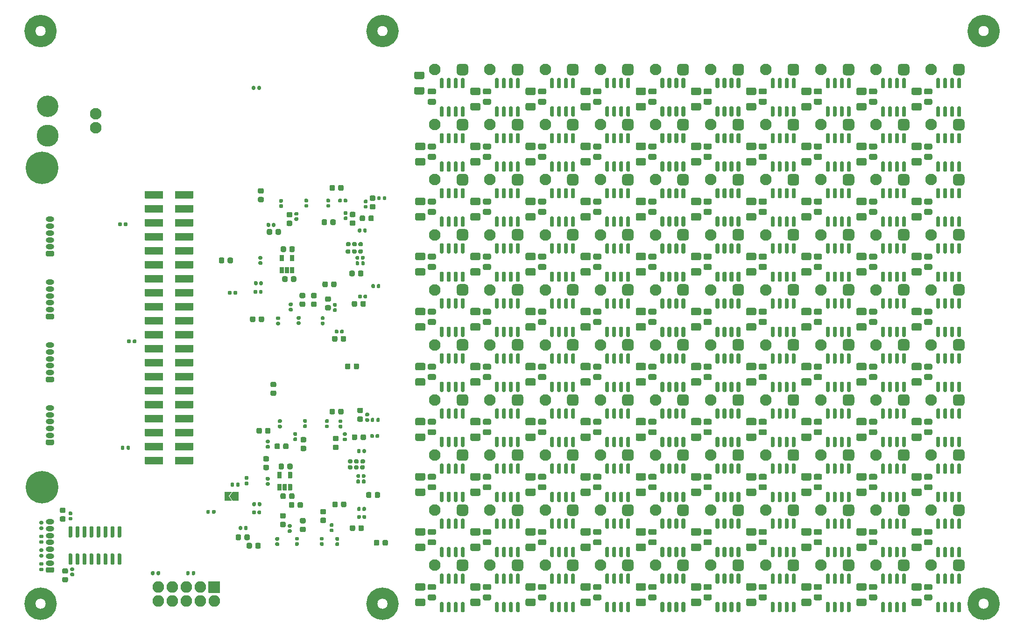
<source format=gbs>
G04 #@! TF.GenerationSoftware,KiCad,Pcbnew,(5.1.9)-1*
G04 #@! TF.CreationDate,2021-06-02T00:25:46+02:00*
G04 #@! TF.ProjectId,floater,666c6f61-7465-4722-9e6b-696361645f70,rev?*
G04 #@! TF.SameCoordinates,Original*
G04 #@! TF.FileFunction,Soldermask,Bot*
G04 #@! TF.FilePolarity,Negative*
%FSLAX46Y46*%
G04 Gerber Fmt 4.6, Leading zero omitted, Abs format (unit mm)*
G04 Created by KiCad (PCBNEW (5.1.9)-1) date 2021-06-02 00:25:46*
%MOMM*%
%LPD*%
G01*
G04 APERTURE LIST*
%ADD10C,2.000000*%
%ADD11C,3.900000*%
%ADD12C,3.990000*%
%ADD13C,2.100000*%
%ADD14O,2.100000X2.100000*%
%ADD15C,5.900000*%
%ADD16O,1.500000X1.000000*%
%ADD17C,0.100000*%
G04 APERTURE END LIST*
D10*
X237430470Y-138700000D02*
G75*
G03*
X237430470Y-138700000I-1930470J0D01*
G01*
X237430470Y-34700000D02*
G75*
G03*
X237430470Y-34700000I-1930470J0D01*
G01*
X128430470Y-34700000D02*
G75*
G03*
X128430470Y-34700000I-1930470J0D01*
G01*
X128430470Y-138700000D02*
G75*
G03*
X128430470Y-138700000I-1930470J0D01*
G01*
X66430470Y-138700000D02*
G75*
G03*
X66430470Y-138700000I-1930470J0D01*
G01*
X66430470Y-34700000D02*
G75*
G03*
X66430470Y-34700000I-1930470J0D01*
G01*
X237430470Y-138700000D02*
G75*
G03*
X237430470Y-138700000I-1930470J0D01*
G01*
X237430470Y-34700000D02*
G75*
G03*
X237430470Y-34700000I-1930470J0D01*
G01*
X128430470Y-34700000D02*
G75*
G03*
X128430470Y-34700000I-1930470J0D01*
G01*
X128430470Y-138700000D02*
G75*
G03*
X128430470Y-138700000I-1930470J0D01*
G01*
X66430470Y-138700000D02*
G75*
G03*
X66430470Y-138700000I-1930470J0D01*
G01*
X66430470Y-34700000D02*
G75*
G03*
X66430470Y-34700000I-1930470J0D01*
G01*
D11*
X65824060Y-48354340D03*
D12*
X65824060Y-53694340D03*
D13*
X74464060Y-49754340D03*
X74464060Y-52294340D03*
X226000000Y-131700000D03*
G36*
G01*
X229950000Y-132225000D02*
X229950000Y-131175000D01*
G75*
G02*
X230475000Y-130650000I525000J0D01*
G01*
X231525000Y-130650000D01*
G75*
G02*
X232050000Y-131175000I0J-525000D01*
G01*
X232050000Y-132225000D01*
G75*
G02*
X231525000Y-132750000I-525000J0D01*
G01*
X230475000Y-132750000D01*
G75*
G02*
X229950000Y-132225000I0J525000D01*
G01*
G37*
X216000000Y-131700000D03*
G36*
G01*
X219950000Y-132225000D02*
X219950000Y-131175000D01*
G75*
G02*
X220475000Y-130650000I525000J0D01*
G01*
X221525000Y-130650000D01*
G75*
G02*
X222050000Y-131175000I0J-525000D01*
G01*
X222050000Y-132225000D01*
G75*
G02*
X221525000Y-132750000I-525000J0D01*
G01*
X220475000Y-132750000D01*
G75*
G02*
X219950000Y-132225000I0J525000D01*
G01*
G37*
X206000000Y-131700000D03*
G36*
G01*
X209950000Y-132225000D02*
X209950000Y-131175000D01*
G75*
G02*
X210475000Y-130650000I525000J0D01*
G01*
X211525000Y-130650000D01*
G75*
G02*
X212050000Y-131175000I0J-525000D01*
G01*
X212050000Y-132225000D01*
G75*
G02*
X211525000Y-132750000I-525000J0D01*
G01*
X210475000Y-132750000D01*
G75*
G02*
X209950000Y-132225000I0J525000D01*
G01*
G37*
X196000000Y-131700000D03*
G36*
G01*
X199950000Y-132225000D02*
X199950000Y-131175000D01*
G75*
G02*
X200475000Y-130650000I525000J0D01*
G01*
X201525000Y-130650000D01*
G75*
G02*
X202050000Y-131175000I0J-525000D01*
G01*
X202050000Y-132225000D01*
G75*
G02*
X201525000Y-132750000I-525000J0D01*
G01*
X200475000Y-132750000D01*
G75*
G02*
X199950000Y-132225000I0J525000D01*
G01*
G37*
X186000000Y-131700000D03*
G36*
G01*
X189950000Y-132225000D02*
X189950000Y-131175000D01*
G75*
G02*
X190475000Y-130650000I525000J0D01*
G01*
X191525000Y-130650000D01*
G75*
G02*
X192050000Y-131175000I0J-525000D01*
G01*
X192050000Y-132225000D01*
G75*
G02*
X191525000Y-132750000I-525000J0D01*
G01*
X190475000Y-132750000D01*
G75*
G02*
X189950000Y-132225000I0J525000D01*
G01*
G37*
X176000000Y-131700000D03*
G36*
G01*
X179950000Y-132225000D02*
X179950000Y-131175000D01*
G75*
G02*
X180475000Y-130650000I525000J0D01*
G01*
X181525000Y-130650000D01*
G75*
G02*
X182050000Y-131175000I0J-525000D01*
G01*
X182050000Y-132225000D01*
G75*
G02*
X181525000Y-132750000I-525000J0D01*
G01*
X180475000Y-132750000D01*
G75*
G02*
X179950000Y-132225000I0J525000D01*
G01*
G37*
X166000000Y-131700000D03*
G36*
G01*
X169950000Y-132225000D02*
X169950000Y-131175000D01*
G75*
G02*
X170475000Y-130650000I525000J0D01*
G01*
X171525000Y-130650000D01*
G75*
G02*
X172050000Y-131175000I0J-525000D01*
G01*
X172050000Y-132225000D01*
G75*
G02*
X171525000Y-132750000I-525000J0D01*
G01*
X170475000Y-132750000D01*
G75*
G02*
X169950000Y-132225000I0J525000D01*
G01*
G37*
X156000000Y-131700000D03*
G36*
G01*
X159950000Y-132225000D02*
X159950000Y-131175000D01*
G75*
G02*
X160475000Y-130650000I525000J0D01*
G01*
X161525000Y-130650000D01*
G75*
G02*
X162050000Y-131175000I0J-525000D01*
G01*
X162050000Y-132225000D01*
G75*
G02*
X161525000Y-132750000I-525000J0D01*
G01*
X160475000Y-132750000D01*
G75*
G02*
X159950000Y-132225000I0J525000D01*
G01*
G37*
X146000000Y-131700000D03*
G36*
G01*
X149950000Y-132225000D02*
X149950000Y-131175000D01*
G75*
G02*
X150475000Y-130650000I525000J0D01*
G01*
X151525000Y-130650000D01*
G75*
G02*
X152050000Y-131175000I0J-525000D01*
G01*
X152050000Y-132225000D01*
G75*
G02*
X151525000Y-132750000I-525000J0D01*
G01*
X150475000Y-132750000D01*
G75*
G02*
X149950000Y-132225000I0J525000D01*
G01*
G37*
X136000000Y-131700000D03*
G36*
G01*
X139950000Y-132225000D02*
X139950000Y-131175000D01*
G75*
G02*
X140475000Y-130650000I525000J0D01*
G01*
X141525000Y-130650000D01*
G75*
G02*
X142050000Y-131175000I0J-525000D01*
G01*
X142050000Y-132225000D01*
G75*
G02*
X141525000Y-132750000I-525000J0D01*
G01*
X140475000Y-132750000D01*
G75*
G02*
X139950000Y-132225000I0J525000D01*
G01*
G37*
X226000000Y-121700000D03*
G36*
G01*
X229950000Y-122225000D02*
X229950000Y-121175000D01*
G75*
G02*
X230475000Y-120650000I525000J0D01*
G01*
X231525000Y-120650000D01*
G75*
G02*
X232050000Y-121175000I0J-525000D01*
G01*
X232050000Y-122225000D01*
G75*
G02*
X231525000Y-122750000I-525000J0D01*
G01*
X230475000Y-122750000D01*
G75*
G02*
X229950000Y-122225000I0J525000D01*
G01*
G37*
X216000000Y-121700000D03*
G36*
G01*
X219950000Y-122225000D02*
X219950000Y-121175000D01*
G75*
G02*
X220475000Y-120650000I525000J0D01*
G01*
X221525000Y-120650000D01*
G75*
G02*
X222050000Y-121175000I0J-525000D01*
G01*
X222050000Y-122225000D01*
G75*
G02*
X221525000Y-122750000I-525000J0D01*
G01*
X220475000Y-122750000D01*
G75*
G02*
X219950000Y-122225000I0J525000D01*
G01*
G37*
X206000000Y-121700000D03*
G36*
G01*
X209950000Y-122225000D02*
X209950000Y-121175000D01*
G75*
G02*
X210475000Y-120650000I525000J0D01*
G01*
X211525000Y-120650000D01*
G75*
G02*
X212050000Y-121175000I0J-525000D01*
G01*
X212050000Y-122225000D01*
G75*
G02*
X211525000Y-122750000I-525000J0D01*
G01*
X210475000Y-122750000D01*
G75*
G02*
X209950000Y-122225000I0J525000D01*
G01*
G37*
X196000000Y-121700000D03*
G36*
G01*
X199950000Y-122225000D02*
X199950000Y-121175000D01*
G75*
G02*
X200475000Y-120650000I525000J0D01*
G01*
X201525000Y-120650000D01*
G75*
G02*
X202050000Y-121175000I0J-525000D01*
G01*
X202050000Y-122225000D01*
G75*
G02*
X201525000Y-122750000I-525000J0D01*
G01*
X200475000Y-122750000D01*
G75*
G02*
X199950000Y-122225000I0J525000D01*
G01*
G37*
X186000000Y-121700000D03*
G36*
G01*
X189950000Y-122225000D02*
X189950000Y-121175000D01*
G75*
G02*
X190475000Y-120650000I525000J0D01*
G01*
X191525000Y-120650000D01*
G75*
G02*
X192050000Y-121175000I0J-525000D01*
G01*
X192050000Y-122225000D01*
G75*
G02*
X191525000Y-122750000I-525000J0D01*
G01*
X190475000Y-122750000D01*
G75*
G02*
X189950000Y-122225000I0J525000D01*
G01*
G37*
X176000000Y-121700000D03*
G36*
G01*
X179950000Y-122225000D02*
X179950000Y-121175000D01*
G75*
G02*
X180475000Y-120650000I525000J0D01*
G01*
X181525000Y-120650000D01*
G75*
G02*
X182050000Y-121175000I0J-525000D01*
G01*
X182050000Y-122225000D01*
G75*
G02*
X181525000Y-122750000I-525000J0D01*
G01*
X180475000Y-122750000D01*
G75*
G02*
X179950000Y-122225000I0J525000D01*
G01*
G37*
X166000000Y-121700000D03*
G36*
G01*
X169950000Y-122225000D02*
X169950000Y-121175000D01*
G75*
G02*
X170475000Y-120650000I525000J0D01*
G01*
X171525000Y-120650000D01*
G75*
G02*
X172050000Y-121175000I0J-525000D01*
G01*
X172050000Y-122225000D01*
G75*
G02*
X171525000Y-122750000I-525000J0D01*
G01*
X170475000Y-122750000D01*
G75*
G02*
X169950000Y-122225000I0J525000D01*
G01*
G37*
X156000000Y-121700000D03*
G36*
G01*
X159950000Y-122225000D02*
X159950000Y-121175000D01*
G75*
G02*
X160475000Y-120650000I525000J0D01*
G01*
X161525000Y-120650000D01*
G75*
G02*
X162050000Y-121175000I0J-525000D01*
G01*
X162050000Y-122225000D01*
G75*
G02*
X161525000Y-122750000I-525000J0D01*
G01*
X160475000Y-122750000D01*
G75*
G02*
X159950000Y-122225000I0J525000D01*
G01*
G37*
X146000000Y-121700000D03*
G36*
G01*
X149950000Y-122225000D02*
X149950000Y-121175000D01*
G75*
G02*
X150475000Y-120650000I525000J0D01*
G01*
X151525000Y-120650000D01*
G75*
G02*
X152050000Y-121175000I0J-525000D01*
G01*
X152050000Y-122225000D01*
G75*
G02*
X151525000Y-122750000I-525000J0D01*
G01*
X150475000Y-122750000D01*
G75*
G02*
X149950000Y-122225000I0J525000D01*
G01*
G37*
X136000000Y-121700000D03*
G36*
G01*
X139950000Y-122225000D02*
X139950000Y-121175000D01*
G75*
G02*
X140475000Y-120650000I525000J0D01*
G01*
X141525000Y-120650000D01*
G75*
G02*
X142050000Y-121175000I0J-525000D01*
G01*
X142050000Y-122225000D01*
G75*
G02*
X141525000Y-122750000I-525000J0D01*
G01*
X140475000Y-122750000D01*
G75*
G02*
X139950000Y-122225000I0J525000D01*
G01*
G37*
X226000000Y-111700000D03*
G36*
G01*
X229950000Y-112225000D02*
X229950000Y-111175000D01*
G75*
G02*
X230475000Y-110650000I525000J0D01*
G01*
X231525000Y-110650000D01*
G75*
G02*
X232050000Y-111175000I0J-525000D01*
G01*
X232050000Y-112225000D01*
G75*
G02*
X231525000Y-112750000I-525000J0D01*
G01*
X230475000Y-112750000D01*
G75*
G02*
X229950000Y-112225000I0J525000D01*
G01*
G37*
X216000000Y-111700000D03*
G36*
G01*
X219950000Y-112225000D02*
X219950000Y-111175000D01*
G75*
G02*
X220475000Y-110650000I525000J0D01*
G01*
X221525000Y-110650000D01*
G75*
G02*
X222050000Y-111175000I0J-525000D01*
G01*
X222050000Y-112225000D01*
G75*
G02*
X221525000Y-112750000I-525000J0D01*
G01*
X220475000Y-112750000D01*
G75*
G02*
X219950000Y-112225000I0J525000D01*
G01*
G37*
X206000000Y-111700000D03*
G36*
G01*
X209950000Y-112225000D02*
X209950000Y-111175000D01*
G75*
G02*
X210475000Y-110650000I525000J0D01*
G01*
X211525000Y-110650000D01*
G75*
G02*
X212050000Y-111175000I0J-525000D01*
G01*
X212050000Y-112225000D01*
G75*
G02*
X211525000Y-112750000I-525000J0D01*
G01*
X210475000Y-112750000D01*
G75*
G02*
X209950000Y-112225000I0J525000D01*
G01*
G37*
X196000000Y-111700000D03*
G36*
G01*
X199950000Y-112225000D02*
X199950000Y-111175000D01*
G75*
G02*
X200475000Y-110650000I525000J0D01*
G01*
X201525000Y-110650000D01*
G75*
G02*
X202050000Y-111175000I0J-525000D01*
G01*
X202050000Y-112225000D01*
G75*
G02*
X201525000Y-112750000I-525000J0D01*
G01*
X200475000Y-112750000D01*
G75*
G02*
X199950000Y-112225000I0J525000D01*
G01*
G37*
X186000000Y-111700000D03*
G36*
G01*
X189950000Y-112225000D02*
X189950000Y-111175000D01*
G75*
G02*
X190475000Y-110650000I525000J0D01*
G01*
X191525000Y-110650000D01*
G75*
G02*
X192050000Y-111175000I0J-525000D01*
G01*
X192050000Y-112225000D01*
G75*
G02*
X191525000Y-112750000I-525000J0D01*
G01*
X190475000Y-112750000D01*
G75*
G02*
X189950000Y-112225000I0J525000D01*
G01*
G37*
X176000000Y-111700000D03*
G36*
G01*
X179950000Y-112225000D02*
X179950000Y-111175000D01*
G75*
G02*
X180475000Y-110650000I525000J0D01*
G01*
X181525000Y-110650000D01*
G75*
G02*
X182050000Y-111175000I0J-525000D01*
G01*
X182050000Y-112225000D01*
G75*
G02*
X181525000Y-112750000I-525000J0D01*
G01*
X180475000Y-112750000D01*
G75*
G02*
X179950000Y-112225000I0J525000D01*
G01*
G37*
X166000000Y-111700000D03*
G36*
G01*
X169950000Y-112225000D02*
X169950000Y-111175000D01*
G75*
G02*
X170475000Y-110650000I525000J0D01*
G01*
X171525000Y-110650000D01*
G75*
G02*
X172050000Y-111175000I0J-525000D01*
G01*
X172050000Y-112225000D01*
G75*
G02*
X171525000Y-112750000I-525000J0D01*
G01*
X170475000Y-112750000D01*
G75*
G02*
X169950000Y-112225000I0J525000D01*
G01*
G37*
X156000000Y-111700000D03*
G36*
G01*
X159950000Y-112225000D02*
X159950000Y-111175000D01*
G75*
G02*
X160475000Y-110650000I525000J0D01*
G01*
X161525000Y-110650000D01*
G75*
G02*
X162050000Y-111175000I0J-525000D01*
G01*
X162050000Y-112225000D01*
G75*
G02*
X161525000Y-112750000I-525000J0D01*
G01*
X160475000Y-112750000D01*
G75*
G02*
X159950000Y-112225000I0J525000D01*
G01*
G37*
X146000000Y-111700000D03*
G36*
G01*
X149950000Y-112225000D02*
X149950000Y-111175000D01*
G75*
G02*
X150475000Y-110650000I525000J0D01*
G01*
X151525000Y-110650000D01*
G75*
G02*
X152050000Y-111175000I0J-525000D01*
G01*
X152050000Y-112225000D01*
G75*
G02*
X151525000Y-112750000I-525000J0D01*
G01*
X150475000Y-112750000D01*
G75*
G02*
X149950000Y-112225000I0J525000D01*
G01*
G37*
X136000000Y-111700000D03*
G36*
G01*
X139950000Y-112225000D02*
X139950000Y-111175000D01*
G75*
G02*
X140475000Y-110650000I525000J0D01*
G01*
X141525000Y-110650000D01*
G75*
G02*
X142050000Y-111175000I0J-525000D01*
G01*
X142050000Y-112225000D01*
G75*
G02*
X141525000Y-112750000I-525000J0D01*
G01*
X140475000Y-112750000D01*
G75*
G02*
X139950000Y-112225000I0J525000D01*
G01*
G37*
X226000000Y-101700000D03*
G36*
G01*
X229950000Y-102225000D02*
X229950000Y-101175000D01*
G75*
G02*
X230475000Y-100650000I525000J0D01*
G01*
X231525000Y-100650000D01*
G75*
G02*
X232050000Y-101175000I0J-525000D01*
G01*
X232050000Y-102225000D01*
G75*
G02*
X231525000Y-102750000I-525000J0D01*
G01*
X230475000Y-102750000D01*
G75*
G02*
X229950000Y-102225000I0J525000D01*
G01*
G37*
X216000000Y-101700000D03*
G36*
G01*
X219950000Y-102225000D02*
X219950000Y-101175000D01*
G75*
G02*
X220475000Y-100650000I525000J0D01*
G01*
X221525000Y-100650000D01*
G75*
G02*
X222050000Y-101175000I0J-525000D01*
G01*
X222050000Y-102225000D01*
G75*
G02*
X221525000Y-102750000I-525000J0D01*
G01*
X220475000Y-102750000D01*
G75*
G02*
X219950000Y-102225000I0J525000D01*
G01*
G37*
X206000000Y-101700000D03*
G36*
G01*
X209950000Y-102225000D02*
X209950000Y-101175000D01*
G75*
G02*
X210475000Y-100650000I525000J0D01*
G01*
X211525000Y-100650000D01*
G75*
G02*
X212050000Y-101175000I0J-525000D01*
G01*
X212050000Y-102225000D01*
G75*
G02*
X211525000Y-102750000I-525000J0D01*
G01*
X210475000Y-102750000D01*
G75*
G02*
X209950000Y-102225000I0J525000D01*
G01*
G37*
X196000000Y-101700000D03*
G36*
G01*
X199950000Y-102225000D02*
X199950000Y-101175000D01*
G75*
G02*
X200475000Y-100650000I525000J0D01*
G01*
X201525000Y-100650000D01*
G75*
G02*
X202050000Y-101175000I0J-525000D01*
G01*
X202050000Y-102225000D01*
G75*
G02*
X201525000Y-102750000I-525000J0D01*
G01*
X200475000Y-102750000D01*
G75*
G02*
X199950000Y-102225000I0J525000D01*
G01*
G37*
X186000000Y-101700000D03*
G36*
G01*
X189950000Y-102225000D02*
X189950000Y-101175000D01*
G75*
G02*
X190475000Y-100650000I525000J0D01*
G01*
X191525000Y-100650000D01*
G75*
G02*
X192050000Y-101175000I0J-525000D01*
G01*
X192050000Y-102225000D01*
G75*
G02*
X191525000Y-102750000I-525000J0D01*
G01*
X190475000Y-102750000D01*
G75*
G02*
X189950000Y-102225000I0J525000D01*
G01*
G37*
X176000000Y-101700000D03*
G36*
G01*
X179950000Y-102225000D02*
X179950000Y-101175000D01*
G75*
G02*
X180475000Y-100650000I525000J0D01*
G01*
X181525000Y-100650000D01*
G75*
G02*
X182050000Y-101175000I0J-525000D01*
G01*
X182050000Y-102225000D01*
G75*
G02*
X181525000Y-102750000I-525000J0D01*
G01*
X180475000Y-102750000D01*
G75*
G02*
X179950000Y-102225000I0J525000D01*
G01*
G37*
X166000000Y-101700000D03*
G36*
G01*
X169950000Y-102225000D02*
X169950000Y-101175000D01*
G75*
G02*
X170475000Y-100650000I525000J0D01*
G01*
X171525000Y-100650000D01*
G75*
G02*
X172050000Y-101175000I0J-525000D01*
G01*
X172050000Y-102225000D01*
G75*
G02*
X171525000Y-102750000I-525000J0D01*
G01*
X170475000Y-102750000D01*
G75*
G02*
X169950000Y-102225000I0J525000D01*
G01*
G37*
X156000000Y-101700000D03*
G36*
G01*
X159950000Y-102225000D02*
X159950000Y-101175000D01*
G75*
G02*
X160475000Y-100650000I525000J0D01*
G01*
X161525000Y-100650000D01*
G75*
G02*
X162050000Y-101175000I0J-525000D01*
G01*
X162050000Y-102225000D01*
G75*
G02*
X161525000Y-102750000I-525000J0D01*
G01*
X160475000Y-102750000D01*
G75*
G02*
X159950000Y-102225000I0J525000D01*
G01*
G37*
X146000000Y-101700000D03*
G36*
G01*
X149950000Y-102225000D02*
X149950000Y-101175000D01*
G75*
G02*
X150475000Y-100650000I525000J0D01*
G01*
X151525000Y-100650000D01*
G75*
G02*
X152050000Y-101175000I0J-525000D01*
G01*
X152050000Y-102225000D01*
G75*
G02*
X151525000Y-102750000I-525000J0D01*
G01*
X150475000Y-102750000D01*
G75*
G02*
X149950000Y-102225000I0J525000D01*
G01*
G37*
X136000000Y-101700000D03*
G36*
G01*
X139950000Y-102225000D02*
X139950000Y-101175000D01*
G75*
G02*
X140475000Y-100650000I525000J0D01*
G01*
X141525000Y-100650000D01*
G75*
G02*
X142050000Y-101175000I0J-525000D01*
G01*
X142050000Y-102225000D01*
G75*
G02*
X141525000Y-102750000I-525000J0D01*
G01*
X140475000Y-102750000D01*
G75*
G02*
X139950000Y-102225000I0J525000D01*
G01*
G37*
X226000000Y-91700000D03*
G36*
G01*
X229950000Y-92225000D02*
X229950000Y-91175000D01*
G75*
G02*
X230475000Y-90650000I525000J0D01*
G01*
X231525000Y-90650000D01*
G75*
G02*
X232050000Y-91175000I0J-525000D01*
G01*
X232050000Y-92225000D01*
G75*
G02*
X231525000Y-92750000I-525000J0D01*
G01*
X230475000Y-92750000D01*
G75*
G02*
X229950000Y-92225000I0J525000D01*
G01*
G37*
X216000000Y-91700000D03*
G36*
G01*
X219950000Y-92225000D02*
X219950000Y-91175000D01*
G75*
G02*
X220475000Y-90650000I525000J0D01*
G01*
X221525000Y-90650000D01*
G75*
G02*
X222050000Y-91175000I0J-525000D01*
G01*
X222050000Y-92225000D01*
G75*
G02*
X221525000Y-92750000I-525000J0D01*
G01*
X220475000Y-92750000D01*
G75*
G02*
X219950000Y-92225000I0J525000D01*
G01*
G37*
X206000000Y-91700000D03*
G36*
G01*
X209950000Y-92225000D02*
X209950000Y-91175000D01*
G75*
G02*
X210475000Y-90650000I525000J0D01*
G01*
X211525000Y-90650000D01*
G75*
G02*
X212050000Y-91175000I0J-525000D01*
G01*
X212050000Y-92225000D01*
G75*
G02*
X211525000Y-92750000I-525000J0D01*
G01*
X210475000Y-92750000D01*
G75*
G02*
X209950000Y-92225000I0J525000D01*
G01*
G37*
X196000000Y-91700000D03*
G36*
G01*
X199950000Y-92225000D02*
X199950000Y-91175000D01*
G75*
G02*
X200475000Y-90650000I525000J0D01*
G01*
X201525000Y-90650000D01*
G75*
G02*
X202050000Y-91175000I0J-525000D01*
G01*
X202050000Y-92225000D01*
G75*
G02*
X201525000Y-92750000I-525000J0D01*
G01*
X200475000Y-92750000D01*
G75*
G02*
X199950000Y-92225000I0J525000D01*
G01*
G37*
X186000000Y-91700000D03*
G36*
G01*
X189950000Y-92225000D02*
X189950000Y-91175000D01*
G75*
G02*
X190475000Y-90650000I525000J0D01*
G01*
X191525000Y-90650000D01*
G75*
G02*
X192050000Y-91175000I0J-525000D01*
G01*
X192050000Y-92225000D01*
G75*
G02*
X191525000Y-92750000I-525000J0D01*
G01*
X190475000Y-92750000D01*
G75*
G02*
X189950000Y-92225000I0J525000D01*
G01*
G37*
X176000000Y-91700000D03*
G36*
G01*
X179950000Y-92225000D02*
X179950000Y-91175000D01*
G75*
G02*
X180475000Y-90650000I525000J0D01*
G01*
X181525000Y-90650000D01*
G75*
G02*
X182050000Y-91175000I0J-525000D01*
G01*
X182050000Y-92225000D01*
G75*
G02*
X181525000Y-92750000I-525000J0D01*
G01*
X180475000Y-92750000D01*
G75*
G02*
X179950000Y-92225000I0J525000D01*
G01*
G37*
X166000000Y-91700000D03*
G36*
G01*
X169950000Y-92225000D02*
X169950000Y-91175000D01*
G75*
G02*
X170475000Y-90650000I525000J0D01*
G01*
X171525000Y-90650000D01*
G75*
G02*
X172050000Y-91175000I0J-525000D01*
G01*
X172050000Y-92225000D01*
G75*
G02*
X171525000Y-92750000I-525000J0D01*
G01*
X170475000Y-92750000D01*
G75*
G02*
X169950000Y-92225000I0J525000D01*
G01*
G37*
X156000000Y-91700000D03*
G36*
G01*
X159950000Y-92225000D02*
X159950000Y-91175000D01*
G75*
G02*
X160475000Y-90650000I525000J0D01*
G01*
X161525000Y-90650000D01*
G75*
G02*
X162050000Y-91175000I0J-525000D01*
G01*
X162050000Y-92225000D01*
G75*
G02*
X161525000Y-92750000I-525000J0D01*
G01*
X160475000Y-92750000D01*
G75*
G02*
X159950000Y-92225000I0J525000D01*
G01*
G37*
X146000000Y-91700000D03*
G36*
G01*
X149950000Y-92225000D02*
X149950000Y-91175000D01*
G75*
G02*
X150475000Y-90650000I525000J0D01*
G01*
X151525000Y-90650000D01*
G75*
G02*
X152050000Y-91175000I0J-525000D01*
G01*
X152050000Y-92225000D01*
G75*
G02*
X151525000Y-92750000I-525000J0D01*
G01*
X150475000Y-92750000D01*
G75*
G02*
X149950000Y-92225000I0J525000D01*
G01*
G37*
X136000000Y-91700000D03*
G36*
G01*
X139950000Y-92225000D02*
X139950000Y-91175000D01*
G75*
G02*
X140475000Y-90650000I525000J0D01*
G01*
X141525000Y-90650000D01*
G75*
G02*
X142050000Y-91175000I0J-525000D01*
G01*
X142050000Y-92225000D01*
G75*
G02*
X141525000Y-92750000I-525000J0D01*
G01*
X140475000Y-92750000D01*
G75*
G02*
X139950000Y-92225000I0J525000D01*
G01*
G37*
X226000000Y-81700000D03*
G36*
G01*
X229950000Y-82225000D02*
X229950000Y-81175000D01*
G75*
G02*
X230475000Y-80650000I525000J0D01*
G01*
X231525000Y-80650000D01*
G75*
G02*
X232050000Y-81175000I0J-525000D01*
G01*
X232050000Y-82225000D01*
G75*
G02*
X231525000Y-82750000I-525000J0D01*
G01*
X230475000Y-82750000D01*
G75*
G02*
X229950000Y-82225000I0J525000D01*
G01*
G37*
X216000000Y-81700000D03*
G36*
G01*
X219950000Y-82225000D02*
X219950000Y-81175000D01*
G75*
G02*
X220475000Y-80650000I525000J0D01*
G01*
X221525000Y-80650000D01*
G75*
G02*
X222050000Y-81175000I0J-525000D01*
G01*
X222050000Y-82225000D01*
G75*
G02*
X221525000Y-82750000I-525000J0D01*
G01*
X220475000Y-82750000D01*
G75*
G02*
X219950000Y-82225000I0J525000D01*
G01*
G37*
X206000000Y-81700000D03*
G36*
G01*
X209950000Y-82225000D02*
X209950000Y-81175000D01*
G75*
G02*
X210475000Y-80650000I525000J0D01*
G01*
X211525000Y-80650000D01*
G75*
G02*
X212050000Y-81175000I0J-525000D01*
G01*
X212050000Y-82225000D01*
G75*
G02*
X211525000Y-82750000I-525000J0D01*
G01*
X210475000Y-82750000D01*
G75*
G02*
X209950000Y-82225000I0J525000D01*
G01*
G37*
X196000000Y-81700000D03*
G36*
G01*
X199950000Y-82225000D02*
X199950000Y-81175000D01*
G75*
G02*
X200475000Y-80650000I525000J0D01*
G01*
X201525000Y-80650000D01*
G75*
G02*
X202050000Y-81175000I0J-525000D01*
G01*
X202050000Y-82225000D01*
G75*
G02*
X201525000Y-82750000I-525000J0D01*
G01*
X200475000Y-82750000D01*
G75*
G02*
X199950000Y-82225000I0J525000D01*
G01*
G37*
X186000000Y-81700000D03*
G36*
G01*
X189950000Y-82225000D02*
X189950000Y-81175000D01*
G75*
G02*
X190475000Y-80650000I525000J0D01*
G01*
X191525000Y-80650000D01*
G75*
G02*
X192050000Y-81175000I0J-525000D01*
G01*
X192050000Y-82225000D01*
G75*
G02*
X191525000Y-82750000I-525000J0D01*
G01*
X190475000Y-82750000D01*
G75*
G02*
X189950000Y-82225000I0J525000D01*
G01*
G37*
X176000000Y-81700000D03*
G36*
G01*
X179950000Y-82225000D02*
X179950000Y-81175000D01*
G75*
G02*
X180475000Y-80650000I525000J0D01*
G01*
X181525000Y-80650000D01*
G75*
G02*
X182050000Y-81175000I0J-525000D01*
G01*
X182050000Y-82225000D01*
G75*
G02*
X181525000Y-82750000I-525000J0D01*
G01*
X180475000Y-82750000D01*
G75*
G02*
X179950000Y-82225000I0J525000D01*
G01*
G37*
X166000000Y-81700000D03*
G36*
G01*
X169950000Y-82225000D02*
X169950000Y-81175000D01*
G75*
G02*
X170475000Y-80650000I525000J0D01*
G01*
X171525000Y-80650000D01*
G75*
G02*
X172050000Y-81175000I0J-525000D01*
G01*
X172050000Y-82225000D01*
G75*
G02*
X171525000Y-82750000I-525000J0D01*
G01*
X170475000Y-82750000D01*
G75*
G02*
X169950000Y-82225000I0J525000D01*
G01*
G37*
X156000000Y-81700000D03*
G36*
G01*
X159950000Y-82225000D02*
X159950000Y-81175000D01*
G75*
G02*
X160475000Y-80650000I525000J0D01*
G01*
X161525000Y-80650000D01*
G75*
G02*
X162050000Y-81175000I0J-525000D01*
G01*
X162050000Y-82225000D01*
G75*
G02*
X161525000Y-82750000I-525000J0D01*
G01*
X160475000Y-82750000D01*
G75*
G02*
X159950000Y-82225000I0J525000D01*
G01*
G37*
X146000000Y-81700000D03*
G36*
G01*
X149950000Y-82225000D02*
X149950000Y-81175000D01*
G75*
G02*
X150475000Y-80650000I525000J0D01*
G01*
X151525000Y-80650000D01*
G75*
G02*
X152050000Y-81175000I0J-525000D01*
G01*
X152050000Y-82225000D01*
G75*
G02*
X151525000Y-82750000I-525000J0D01*
G01*
X150475000Y-82750000D01*
G75*
G02*
X149950000Y-82225000I0J525000D01*
G01*
G37*
X136000000Y-81700000D03*
G36*
G01*
X139950000Y-82225000D02*
X139950000Y-81175000D01*
G75*
G02*
X140475000Y-80650000I525000J0D01*
G01*
X141525000Y-80650000D01*
G75*
G02*
X142050000Y-81175000I0J-525000D01*
G01*
X142050000Y-82225000D01*
G75*
G02*
X141525000Y-82750000I-525000J0D01*
G01*
X140475000Y-82750000D01*
G75*
G02*
X139950000Y-82225000I0J525000D01*
G01*
G37*
X226000000Y-71700000D03*
G36*
G01*
X229950000Y-72225000D02*
X229950000Y-71175000D01*
G75*
G02*
X230475000Y-70650000I525000J0D01*
G01*
X231525000Y-70650000D01*
G75*
G02*
X232050000Y-71175000I0J-525000D01*
G01*
X232050000Y-72225000D01*
G75*
G02*
X231525000Y-72750000I-525000J0D01*
G01*
X230475000Y-72750000D01*
G75*
G02*
X229950000Y-72225000I0J525000D01*
G01*
G37*
X216000000Y-71700000D03*
G36*
G01*
X219950000Y-72225000D02*
X219950000Y-71175000D01*
G75*
G02*
X220475000Y-70650000I525000J0D01*
G01*
X221525000Y-70650000D01*
G75*
G02*
X222050000Y-71175000I0J-525000D01*
G01*
X222050000Y-72225000D01*
G75*
G02*
X221525000Y-72750000I-525000J0D01*
G01*
X220475000Y-72750000D01*
G75*
G02*
X219950000Y-72225000I0J525000D01*
G01*
G37*
X206000000Y-71700000D03*
G36*
G01*
X209950000Y-72225000D02*
X209950000Y-71175000D01*
G75*
G02*
X210475000Y-70650000I525000J0D01*
G01*
X211525000Y-70650000D01*
G75*
G02*
X212050000Y-71175000I0J-525000D01*
G01*
X212050000Y-72225000D01*
G75*
G02*
X211525000Y-72750000I-525000J0D01*
G01*
X210475000Y-72750000D01*
G75*
G02*
X209950000Y-72225000I0J525000D01*
G01*
G37*
X196000000Y-71700000D03*
G36*
G01*
X199950000Y-72225000D02*
X199950000Y-71175000D01*
G75*
G02*
X200475000Y-70650000I525000J0D01*
G01*
X201525000Y-70650000D01*
G75*
G02*
X202050000Y-71175000I0J-525000D01*
G01*
X202050000Y-72225000D01*
G75*
G02*
X201525000Y-72750000I-525000J0D01*
G01*
X200475000Y-72750000D01*
G75*
G02*
X199950000Y-72225000I0J525000D01*
G01*
G37*
X186000000Y-71700000D03*
G36*
G01*
X189950000Y-72225000D02*
X189950000Y-71175000D01*
G75*
G02*
X190475000Y-70650000I525000J0D01*
G01*
X191525000Y-70650000D01*
G75*
G02*
X192050000Y-71175000I0J-525000D01*
G01*
X192050000Y-72225000D01*
G75*
G02*
X191525000Y-72750000I-525000J0D01*
G01*
X190475000Y-72750000D01*
G75*
G02*
X189950000Y-72225000I0J525000D01*
G01*
G37*
X176000000Y-71700000D03*
G36*
G01*
X179950000Y-72225000D02*
X179950000Y-71175000D01*
G75*
G02*
X180475000Y-70650000I525000J0D01*
G01*
X181525000Y-70650000D01*
G75*
G02*
X182050000Y-71175000I0J-525000D01*
G01*
X182050000Y-72225000D01*
G75*
G02*
X181525000Y-72750000I-525000J0D01*
G01*
X180475000Y-72750000D01*
G75*
G02*
X179950000Y-72225000I0J525000D01*
G01*
G37*
X166000000Y-71700000D03*
G36*
G01*
X169950000Y-72225000D02*
X169950000Y-71175000D01*
G75*
G02*
X170475000Y-70650000I525000J0D01*
G01*
X171525000Y-70650000D01*
G75*
G02*
X172050000Y-71175000I0J-525000D01*
G01*
X172050000Y-72225000D01*
G75*
G02*
X171525000Y-72750000I-525000J0D01*
G01*
X170475000Y-72750000D01*
G75*
G02*
X169950000Y-72225000I0J525000D01*
G01*
G37*
X156000000Y-71700000D03*
G36*
G01*
X159950000Y-72225000D02*
X159950000Y-71175000D01*
G75*
G02*
X160475000Y-70650000I525000J0D01*
G01*
X161525000Y-70650000D01*
G75*
G02*
X162050000Y-71175000I0J-525000D01*
G01*
X162050000Y-72225000D01*
G75*
G02*
X161525000Y-72750000I-525000J0D01*
G01*
X160475000Y-72750000D01*
G75*
G02*
X159950000Y-72225000I0J525000D01*
G01*
G37*
X146000000Y-71700000D03*
G36*
G01*
X149950000Y-72225000D02*
X149950000Y-71175000D01*
G75*
G02*
X150475000Y-70650000I525000J0D01*
G01*
X151525000Y-70650000D01*
G75*
G02*
X152050000Y-71175000I0J-525000D01*
G01*
X152050000Y-72225000D01*
G75*
G02*
X151525000Y-72750000I-525000J0D01*
G01*
X150475000Y-72750000D01*
G75*
G02*
X149950000Y-72225000I0J525000D01*
G01*
G37*
X136000000Y-71700000D03*
G36*
G01*
X139950000Y-72225000D02*
X139950000Y-71175000D01*
G75*
G02*
X140475000Y-70650000I525000J0D01*
G01*
X141525000Y-70650000D01*
G75*
G02*
X142050000Y-71175000I0J-525000D01*
G01*
X142050000Y-72225000D01*
G75*
G02*
X141525000Y-72750000I-525000J0D01*
G01*
X140475000Y-72750000D01*
G75*
G02*
X139950000Y-72225000I0J525000D01*
G01*
G37*
X226000000Y-61700000D03*
G36*
G01*
X229950000Y-62225000D02*
X229950000Y-61175000D01*
G75*
G02*
X230475000Y-60650000I525000J0D01*
G01*
X231525000Y-60650000D01*
G75*
G02*
X232050000Y-61175000I0J-525000D01*
G01*
X232050000Y-62225000D01*
G75*
G02*
X231525000Y-62750000I-525000J0D01*
G01*
X230475000Y-62750000D01*
G75*
G02*
X229950000Y-62225000I0J525000D01*
G01*
G37*
X216000000Y-61700000D03*
G36*
G01*
X219950000Y-62225000D02*
X219950000Y-61175000D01*
G75*
G02*
X220475000Y-60650000I525000J0D01*
G01*
X221525000Y-60650000D01*
G75*
G02*
X222050000Y-61175000I0J-525000D01*
G01*
X222050000Y-62225000D01*
G75*
G02*
X221525000Y-62750000I-525000J0D01*
G01*
X220475000Y-62750000D01*
G75*
G02*
X219950000Y-62225000I0J525000D01*
G01*
G37*
X206000000Y-61700000D03*
G36*
G01*
X209950000Y-62225000D02*
X209950000Y-61175000D01*
G75*
G02*
X210475000Y-60650000I525000J0D01*
G01*
X211525000Y-60650000D01*
G75*
G02*
X212050000Y-61175000I0J-525000D01*
G01*
X212050000Y-62225000D01*
G75*
G02*
X211525000Y-62750000I-525000J0D01*
G01*
X210475000Y-62750000D01*
G75*
G02*
X209950000Y-62225000I0J525000D01*
G01*
G37*
X196000000Y-61700000D03*
G36*
G01*
X199950000Y-62225000D02*
X199950000Y-61175000D01*
G75*
G02*
X200475000Y-60650000I525000J0D01*
G01*
X201525000Y-60650000D01*
G75*
G02*
X202050000Y-61175000I0J-525000D01*
G01*
X202050000Y-62225000D01*
G75*
G02*
X201525000Y-62750000I-525000J0D01*
G01*
X200475000Y-62750000D01*
G75*
G02*
X199950000Y-62225000I0J525000D01*
G01*
G37*
X186000000Y-61700000D03*
G36*
G01*
X189950000Y-62225000D02*
X189950000Y-61175000D01*
G75*
G02*
X190475000Y-60650000I525000J0D01*
G01*
X191525000Y-60650000D01*
G75*
G02*
X192050000Y-61175000I0J-525000D01*
G01*
X192050000Y-62225000D01*
G75*
G02*
X191525000Y-62750000I-525000J0D01*
G01*
X190475000Y-62750000D01*
G75*
G02*
X189950000Y-62225000I0J525000D01*
G01*
G37*
X176000000Y-61700000D03*
G36*
G01*
X179950000Y-62225000D02*
X179950000Y-61175000D01*
G75*
G02*
X180475000Y-60650000I525000J0D01*
G01*
X181525000Y-60650000D01*
G75*
G02*
X182050000Y-61175000I0J-525000D01*
G01*
X182050000Y-62225000D01*
G75*
G02*
X181525000Y-62750000I-525000J0D01*
G01*
X180475000Y-62750000D01*
G75*
G02*
X179950000Y-62225000I0J525000D01*
G01*
G37*
X166000000Y-61700000D03*
G36*
G01*
X169950000Y-62225000D02*
X169950000Y-61175000D01*
G75*
G02*
X170475000Y-60650000I525000J0D01*
G01*
X171525000Y-60650000D01*
G75*
G02*
X172050000Y-61175000I0J-525000D01*
G01*
X172050000Y-62225000D01*
G75*
G02*
X171525000Y-62750000I-525000J0D01*
G01*
X170475000Y-62750000D01*
G75*
G02*
X169950000Y-62225000I0J525000D01*
G01*
G37*
X156000000Y-61700000D03*
G36*
G01*
X159950000Y-62225000D02*
X159950000Y-61175000D01*
G75*
G02*
X160475000Y-60650000I525000J0D01*
G01*
X161525000Y-60650000D01*
G75*
G02*
X162050000Y-61175000I0J-525000D01*
G01*
X162050000Y-62225000D01*
G75*
G02*
X161525000Y-62750000I-525000J0D01*
G01*
X160475000Y-62750000D01*
G75*
G02*
X159950000Y-62225000I0J525000D01*
G01*
G37*
X146000000Y-61700000D03*
G36*
G01*
X149950000Y-62225000D02*
X149950000Y-61175000D01*
G75*
G02*
X150475000Y-60650000I525000J0D01*
G01*
X151525000Y-60650000D01*
G75*
G02*
X152050000Y-61175000I0J-525000D01*
G01*
X152050000Y-62225000D01*
G75*
G02*
X151525000Y-62750000I-525000J0D01*
G01*
X150475000Y-62750000D01*
G75*
G02*
X149950000Y-62225000I0J525000D01*
G01*
G37*
X136000000Y-61700000D03*
G36*
G01*
X139950000Y-62225000D02*
X139950000Y-61175000D01*
G75*
G02*
X140475000Y-60650000I525000J0D01*
G01*
X141525000Y-60650000D01*
G75*
G02*
X142050000Y-61175000I0J-525000D01*
G01*
X142050000Y-62225000D01*
G75*
G02*
X141525000Y-62750000I-525000J0D01*
G01*
X140475000Y-62750000D01*
G75*
G02*
X139950000Y-62225000I0J525000D01*
G01*
G37*
X226000000Y-51700000D03*
G36*
G01*
X229950000Y-52225000D02*
X229950000Y-51175000D01*
G75*
G02*
X230475000Y-50650000I525000J0D01*
G01*
X231525000Y-50650000D01*
G75*
G02*
X232050000Y-51175000I0J-525000D01*
G01*
X232050000Y-52225000D01*
G75*
G02*
X231525000Y-52750000I-525000J0D01*
G01*
X230475000Y-52750000D01*
G75*
G02*
X229950000Y-52225000I0J525000D01*
G01*
G37*
X216000000Y-51700000D03*
G36*
G01*
X219950000Y-52225000D02*
X219950000Y-51175000D01*
G75*
G02*
X220475000Y-50650000I525000J0D01*
G01*
X221525000Y-50650000D01*
G75*
G02*
X222050000Y-51175000I0J-525000D01*
G01*
X222050000Y-52225000D01*
G75*
G02*
X221525000Y-52750000I-525000J0D01*
G01*
X220475000Y-52750000D01*
G75*
G02*
X219950000Y-52225000I0J525000D01*
G01*
G37*
X206000000Y-51700000D03*
G36*
G01*
X209950000Y-52225000D02*
X209950000Y-51175000D01*
G75*
G02*
X210475000Y-50650000I525000J0D01*
G01*
X211525000Y-50650000D01*
G75*
G02*
X212050000Y-51175000I0J-525000D01*
G01*
X212050000Y-52225000D01*
G75*
G02*
X211525000Y-52750000I-525000J0D01*
G01*
X210475000Y-52750000D01*
G75*
G02*
X209950000Y-52225000I0J525000D01*
G01*
G37*
X196000000Y-51700000D03*
G36*
G01*
X199950000Y-52225000D02*
X199950000Y-51175000D01*
G75*
G02*
X200475000Y-50650000I525000J0D01*
G01*
X201525000Y-50650000D01*
G75*
G02*
X202050000Y-51175000I0J-525000D01*
G01*
X202050000Y-52225000D01*
G75*
G02*
X201525000Y-52750000I-525000J0D01*
G01*
X200475000Y-52750000D01*
G75*
G02*
X199950000Y-52225000I0J525000D01*
G01*
G37*
X186000000Y-51700000D03*
G36*
G01*
X189950000Y-52225000D02*
X189950000Y-51175000D01*
G75*
G02*
X190475000Y-50650000I525000J0D01*
G01*
X191525000Y-50650000D01*
G75*
G02*
X192050000Y-51175000I0J-525000D01*
G01*
X192050000Y-52225000D01*
G75*
G02*
X191525000Y-52750000I-525000J0D01*
G01*
X190475000Y-52750000D01*
G75*
G02*
X189950000Y-52225000I0J525000D01*
G01*
G37*
X176000000Y-51700000D03*
G36*
G01*
X179950000Y-52225000D02*
X179950000Y-51175000D01*
G75*
G02*
X180475000Y-50650000I525000J0D01*
G01*
X181525000Y-50650000D01*
G75*
G02*
X182050000Y-51175000I0J-525000D01*
G01*
X182050000Y-52225000D01*
G75*
G02*
X181525000Y-52750000I-525000J0D01*
G01*
X180475000Y-52750000D01*
G75*
G02*
X179950000Y-52225000I0J525000D01*
G01*
G37*
X166000000Y-51700000D03*
G36*
G01*
X169950000Y-52225000D02*
X169950000Y-51175000D01*
G75*
G02*
X170475000Y-50650000I525000J0D01*
G01*
X171525000Y-50650000D01*
G75*
G02*
X172050000Y-51175000I0J-525000D01*
G01*
X172050000Y-52225000D01*
G75*
G02*
X171525000Y-52750000I-525000J0D01*
G01*
X170475000Y-52750000D01*
G75*
G02*
X169950000Y-52225000I0J525000D01*
G01*
G37*
X156000000Y-51700000D03*
G36*
G01*
X159950000Y-52225000D02*
X159950000Y-51175000D01*
G75*
G02*
X160475000Y-50650000I525000J0D01*
G01*
X161525000Y-50650000D01*
G75*
G02*
X162050000Y-51175000I0J-525000D01*
G01*
X162050000Y-52225000D01*
G75*
G02*
X161525000Y-52750000I-525000J0D01*
G01*
X160475000Y-52750000D01*
G75*
G02*
X159950000Y-52225000I0J525000D01*
G01*
G37*
G36*
G01*
X149950000Y-52225000D02*
X149950000Y-51175000D01*
G75*
G02*
X150475000Y-50650000I525000J0D01*
G01*
X151525000Y-50650000D01*
G75*
G02*
X152050000Y-51175000I0J-525000D01*
G01*
X152050000Y-52225000D01*
G75*
G02*
X151525000Y-52750000I-525000J0D01*
G01*
X150475000Y-52750000D01*
G75*
G02*
X149950000Y-52225000I0J525000D01*
G01*
G37*
X146000000Y-51700000D03*
X136000000Y-51700000D03*
G36*
G01*
X139950000Y-52225000D02*
X139950000Y-51175000D01*
G75*
G02*
X140475000Y-50650000I525000J0D01*
G01*
X141525000Y-50650000D01*
G75*
G02*
X142050000Y-51175000I0J-525000D01*
G01*
X142050000Y-52225000D01*
G75*
G02*
X141525000Y-52750000I-525000J0D01*
G01*
X140475000Y-52750000D01*
G75*
G02*
X139950000Y-52225000I0J525000D01*
G01*
G37*
X226000000Y-41700000D03*
G36*
G01*
X229950000Y-42225000D02*
X229950000Y-41175000D01*
G75*
G02*
X230475000Y-40650000I525000J0D01*
G01*
X231525000Y-40650000D01*
G75*
G02*
X232050000Y-41175000I0J-525000D01*
G01*
X232050000Y-42225000D01*
G75*
G02*
X231525000Y-42750000I-525000J0D01*
G01*
X230475000Y-42750000D01*
G75*
G02*
X229950000Y-42225000I0J525000D01*
G01*
G37*
X216000000Y-41700000D03*
G36*
G01*
X219950000Y-42225000D02*
X219950000Y-41175000D01*
G75*
G02*
X220475000Y-40650000I525000J0D01*
G01*
X221525000Y-40650000D01*
G75*
G02*
X222050000Y-41175000I0J-525000D01*
G01*
X222050000Y-42225000D01*
G75*
G02*
X221525000Y-42750000I-525000J0D01*
G01*
X220475000Y-42750000D01*
G75*
G02*
X219950000Y-42225000I0J525000D01*
G01*
G37*
X206000000Y-41700000D03*
G36*
G01*
X209950000Y-42225000D02*
X209950000Y-41175000D01*
G75*
G02*
X210475000Y-40650000I525000J0D01*
G01*
X211525000Y-40650000D01*
G75*
G02*
X212050000Y-41175000I0J-525000D01*
G01*
X212050000Y-42225000D01*
G75*
G02*
X211525000Y-42750000I-525000J0D01*
G01*
X210475000Y-42750000D01*
G75*
G02*
X209950000Y-42225000I0J525000D01*
G01*
G37*
X196000000Y-41700000D03*
G36*
G01*
X199950000Y-42225000D02*
X199950000Y-41175000D01*
G75*
G02*
X200475000Y-40650000I525000J0D01*
G01*
X201525000Y-40650000D01*
G75*
G02*
X202050000Y-41175000I0J-525000D01*
G01*
X202050000Y-42225000D01*
G75*
G02*
X201525000Y-42750000I-525000J0D01*
G01*
X200475000Y-42750000D01*
G75*
G02*
X199950000Y-42225000I0J525000D01*
G01*
G37*
X186000000Y-41700000D03*
G36*
G01*
X189950000Y-42225000D02*
X189950000Y-41175000D01*
G75*
G02*
X190475000Y-40650000I525000J0D01*
G01*
X191525000Y-40650000D01*
G75*
G02*
X192050000Y-41175000I0J-525000D01*
G01*
X192050000Y-42225000D01*
G75*
G02*
X191525000Y-42750000I-525000J0D01*
G01*
X190475000Y-42750000D01*
G75*
G02*
X189950000Y-42225000I0J525000D01*
G01*
G37*
X176000000Y-41700000D03*
G36*
G01*
X179950000Y-42225000D02*
X179950000Y-41175000D01*
G75*
G02*
X180475000Y-40650000I525000J0D01*
G01*
X181525000Y-40650000D01*
G75*
G02*
X182050000Y-41175000I0J-525000D01*
G01*
X182050000Y-42225000D01*
G75*
G02*
X181525000Y-42750000I-525000J0D01*
G01*
X180475000Y-42750000D01*
G75*
G02*
X179950000Y-42225000I0J525000D01*
G01*
G37*
X166000000Y-41700000D03*
G36*
G01*
X169950000Y-42225000D02*
X169950000Y-41175000D01*
G75*
G02*
X170475000Y-40650000I525000J0D01*
G01*
X171525000Y-40650000D01*
G75*
G02*
X172050000Y-41175000I0J-525000D01*
G01*
X172050000Y-42225000D01*
G75*
G02*
X171525000Y-42750000I-525000J0D01*
G01*
X170475000Y-42750000D01*
G75*
G02*
X169950000Y-42225000I0J525000D01*
G01*
G37*
X156000000Y-41700000D03*
G36*
G01*
X159950000Y-42225000D02*
X159950000Y-41175000D01*
G75*
G02*
X160475000Y-40650000I525000J0D01*
G01*
X161525000Y-40650000D01*
G75*
G02*
X162050000Y-41175000I0J-525000D01*
G01*
X162050000Y-42225000D01*
G75*
G02*
X161525000Y-42750000I-525000J0D01*
G01*
X160475000Y-42750000D01*
G75*
G02*
X159950000Y-42225000I0J525000D01*
G01*
G37*
X146000000Y-41700000D03*
G36*
G01*
X149950000Y-42225000D02*
X149950000Y-41175000D01*
G75*
G02*
X150475000Y-40650000I525000J0D01*
G01*
X151525000Y-40650000D01*
G75*
G02*
X152050000Y-41175000I0J-525000D01*
G01*
X152050000Y-42225000D01*
G75*
G02*
X151525000Y-42750000I-525000J0D01*
G01*
X150475000Y-42750000D01*
G75*
G02*
X149950000Y-42225000I0J525000D01*
G01*
G37*
X136000000Y-41700000D03*
G36*
G01*
X139950000Y-42225000D02*
X139950000Y-41175000D01*
G75*
G02*
X140475000Y-40650000I525000J0D01*
G01*
X141525000Y-40650000D01*
G75*
G02*
X142050000Y-41175000I0J-525000D01*
G01*
X142050000Y-42225000D01*
G75*
G02*
X141525000Y-42750000I-525000J0D01*
G01*
X140475000Y-42750000D01*
G75*
G02*
X139950000Y-42225000I0J525000D01*
G01*
G37*
G36*
G01*
X122730990Y-104082120D02*
X122168490Y-104082120D01*
G75*
G02*
X121924740Y-103838370I0J243750D01*
G01*
X121924740Y-103350870D01*
G75*
G02*
X122168490Y-103107120I243750J0D01*
G01*
X122730990Y-103107120D01*
G75*
G02*
X122974740Y-103350870I0J-243750D01*
G01*
X122974740Y-103838370D01*
G75*
G02*
X122730990Y-104082120I-243750J0D01*
G01*
G37*
G36*
G01*
X122730990Y-105657120D02*
X122168490Y-105657120D01*
G75*
G02*
X121924740Y-105413370I0J243750D01*
G01*
X121924740Y-104925870D01*
G75*
G02*
X122168490Y-104682120I243750J0D01*
G01*
X122730990Y-104682120D01*
G75*
G02*
X122974740Y-104925870I0J-243750D01*
G01*
X122974740Y-105413370D01*
G75*
G02*
X122730990Y-105657120I-243750J0D01*
G01*
G37*
G36*
G01*
X106430650Y-99972960D02*
X106993150Y-99972960D01*
G75*
G02*
X107236900Y-100216710I0J-243750D01*
G01*
X107236900Y-100704210D01*
G75*
G02*
X106993150Y-100947960I-243750J0D01*
G01*
X106430650Y-100947960D01*
G75*
G02*
X106186900Y-100704210I0J243750D01*
G01*
X106186900Y-100216710D01*
G75*
G02*
X106430650Y-99972960I243750J0D01*
G01*
G37*
G36*
G01*
X106430650Y-98397960D02*
X106993150Y-98397960D01*
G75*
G02*
X107236900Y-98641710I0J-243750D01*
G01*
X107236900Y-99129210D01*
G75*
G02*
X106993150Y-99372960I-243750J0D01*
G01*
X106430650Y-99372960D01*
G75*
G02*
X106186900Y-99129210I0J243750D01*
G01*
X106186900Y-98641710D01*
G75*
G02*
X106430650Y-98397960I243750J0D01*
G01*
G37*
G36*
G01*
X108717810Y-123223560D02*
X108155310Y-123223560D01*
G75*
G02*
X107911560Y-122979810I0J243750D01*
G01*
X107911560Y-122492310D01*
G75*
G02*
X108155310Y-122248560I243750J0D01*
G01*
X108717810Y-122248560D01*
G75*
G02*
X108961560Y-122492310I0J-243750D01*
G01*
X108961560Y-122979810D01*
G75*
G02*
X108717810Y-123223560I-243750J0D01*
G01*
G37*
G36*
G01*
X108717810Y-124798560D02*
X108155310Y-124798560D01*
G75*
G02*
X107911560Y-124554810I0J243750D01*
G01*
X107911560Y-124067310D01*
G75*
G02*
X108155310Y-123823560I243750J0D01*
G01*
X108717810Y-123823560D01*
G75*
G02*
X108961560Y-124067310I0J-243750D01*
G01*
X108961560Y-124554810D01*
G75*
G02*
X108717810Y-124798560I-243750J0D01*
G01*
G37*
G36*
G01*
X111101300Y-121046370D02*
X111101300Y-120483870D01*
G75*
G02*
X111345050Y-120240120I243750J0D01*
G01*
X111832550Y-120240120D01*
G75*
G02*
X112076300Y-120483870I0J-243750D01*
G01*
X112076300Y-121046370D01*
G75*
G02*
X111832550Y-121290120I-243750J0D01*
G01*
X111345050Y-121290120D01*
G75*
G02*
X111101300Y-121046370I0J243750D01*
G01*
G37*
G36*
G01*
X109526300Y-121046370D02*
X109526300Y-120483870D01*
G75*
G02*
X109770050Y-120240120I243750J0D01*
G01*
X110257550Y-120240120D01*
G75*
G02*
X110501300Y-120483870I0J-243750D01*
G01*
X110501300Y-121046370D01*
G75*
G02*
X110257550Y-121290120I-243750J0D01*
G01*
X109770050Y-121290120D01*
G75*
G02*
X109526300Y-121046370I0J243750D01*
G01*
G37*
G36*
G01*
X117738730Y-109792600D02*
X118301230Y-109792600D01*
G75*
G02*
X118544980Y-110036350I0J-243750D01*
G01*
X118544980Y-110523850D01*
G75*
G02*
X118301230Y-110767600I-243750J0D01*
G01*
X117738730Y-110767600D01*
G75*
G02*
X117494980Y-110523850I0J243750D01*
G01*
X117494980Y-110036350D01*
G75*
G02*
X117738730Y-109792600I243750J0D01*
G01*
G37*
G36*
G01*
X117738730Y-108217600D02*
X118301230Y-108217600D01*
G75*
G02*
X118544980Y-108461350I0J-243750D01*
G01*
X118544980Y-108948850D01*
G75*
G02*
X118301230Y-109192600I-243750J0D01*
G01*
X117738730Y-109192600D01*
G75*
G02*
X117494980Y-108948850I0J243750D01*
G01*
X117494980Y-108461350D01*
G75*
G02*
X117738730Y-108217600I243750J0D01*
G01*
G37*
G36*
G01*
X105233900Y-107569130D02*
X105233900Y-107006630D01*
G75*
G02*
X105477650Y-106762880I243750J0D01*
G01*
X105965150Y-106762880D01*
G75*
G02*
X106208900Y-107006630I0J-243750D01*
G01*
X106208900Y-107569130D01*
G75*
G02*
X105965150Y-107812880I-243750J0D01*
G01*
X105477650Y-107812880D01*
G75*
G02*
X105233900Y-107569130I0J243750D01*
G01*
G37*
G36*
G01*
X103658900Y-107569130D02*
X103658900Y-107006630D01*
G75*
G02*
X103902650Y-106762880I243750J0D01*
G01*
X104390150Y-106762880D01*
G75*
G02*
X104633900Y-107006630I0J-243750D01*
G01*
X104633900Y-107569130D01*
G75*
G02*
X104390150Y-107812880I-243750J0D01*
G01*
X103902650Y-107812880D01*
G75*
G02*
X103658900Y-107569130I0J243750D01*
G01*
G37*
G36*
G01*
X121545220Y-124687570D02*
X121545220Y-125250070D01*
G75*
G02*
X121301470Y-125493820I-243750J0D01*
G01*
X120813970Y-125493820D01*
G75*
G02*
X120570220Y-125250070I0J243750D01*
G01*
X120570220Y-124687570D01*
G75*
G02*
X120813970Y-124443820I243750J0D01*
G01*
X121301470Y-124443820D01*
G75*
G02*
X121545220Y-124687570I0J-243750D01*
G01*
G37*
G36*
G01*
X123120220Y-124687570D02*
X123120220Y-125250070D01*
G75*
G02*
X122876470Y-125493820I-243750J0D01*
G01*
X122388970Y-125493820D01*
G75*
G02*
X122145220Y-125250070I0J243750D01*
G01*
X122145220Y-124687570D01*
G75*
G02*
X122388970Y-124443820I243750J0D01*
G01*
X122876470Y-124443820D01*
G75*
G02*
X123120220Y-124687570I0J-243750D01*
G01*
G37*
G36*
G01*
X126503860Y-127904370D02*
X126503860Y-127341870D01*
G75*
G02*
X126747610Y-127098120I243750J0D01*
G01*
X127235110Y-127098120D01*
G75*
G02*
X127478860Y-127341870I0J-243750D01*
G01*
X127478860Y-127904370D01*
G75*
G02*
X127235110Y-128148120I-243750J0D01*
G01*
X126747610Y-128148120D01*
G75*
G02*
X126503860Y-127904370I0J243750D01*
G01*
G37*
G36*
G01*
X124928860Y-127904370D02*
X124928860Y-127341870D01*
G75*
G02*
X125172610Y-127098120I243750J0D01*
G01*
X125660110Y-127098120D01*
G75*
G02*
X125903860Y-127341870I0J-243750D01*
G01*
X125903860Y-127904370D01*
G75*
G02*
X125660110Y-128148120I-243750J0D01*
G01*
X125172610Y-128148120D01*
G75*
G02*
X124928860Y-127904370I0J243750D01*
G01*
G37*
G36*
G01*
X116022850Y-122471720D02*
X115460350Y-122471720D01*
G75*
G02*
X115216600Y-122227970I0J243750D01*
G01*
X115216600Y-121740470D01*
G75*
G02*
X115460350Y-121496720I243750J0D01*
G01*
X116022850Y-121496720D01*
G75*
G02*
X116266600Y-121740470I0J-243750D01*
G01*
X116266600Y-122227970D01*
G75*
G02*
X116022850Y-122471720I-243750J0D01*
G01*
G37*
G36*
G01*
X116022850Y-124046720D02*
X115460350Y-124046720D01*
G75*
G02*
X115216600Y-123802970I0J243750D01*
G01*
X115216600Y-123315470D01*
G75*
G02*
X115460350Y-123071720I243750J0D01*
G01*
X116022850Y-123071720D01*
G75*
G02*
X116266600Y-123315470I0J-243750D01*
G01*
X116266600Y-123802970D01*
G75*
G02*
X116022850Y-124046720I-243750J0D01*
G01*
G37*
G36*
G01*
X118390540Y-120379730D02*
X118390540Y-120942230D01*
G75*
G02*
X118146790Y-121185980I-243750J0D01*
G01*
X117659290Y-121185980D01*
G75*
G02*
X117415540Y-120942230I0J243750D01*
G01*
X117415540Y-120379730D01*
G75*
G02*
X117659290Y-120135980I243750J0D01*
G01*
X118146790Y-120135980D01*
G75*
G02*
X118390540Y-120379730I0J-243750D01*
G01*
G37*
G36*
G01*
X119965540Y-120379730D02*
X119965540Y-120942230D01*
G75*
G02*
X119721790Y-121185980I-243750J0D01*
G01*
X119234290Y-121185980D01*
G75*
G02*
X118990540Y-120942230I0J243750D01*
G01*
X118990540Y-120379730D01*
G75*
G02*
X119234290Y-120135980I243750J0D01*
G01*
X119721790Y-120135980D01*
G75*
G02*
X119965540Y-120379730I0J-243750D01*
G01*
G37*
G36*
G01*
X111878950Y-110008500D02*
X112441450Y-110008500D01*
G75*
G02*
X112685200Y-110252250I0J-243750D01*
G01*
X112685200Y-110739750D01*
G75*
G02*
X112441450Y-110983500I-243750J0D01*
G01*
X111878950Y-110983500D01*
G75*
G02*
X111635200Y-110739750I0J243750D01*
G01*
X111635200Y-110252250D01*
G75*
G02*
X111878950Y-110008500I243750J0D01*
G01*
G37*
G36*
G01*
X111878950Y-108433500D02*
X112441450Y-108433500D01*
G75*
G02*
X112685200Y-108677250I0J-243750D01*
G01*
X112685200Y-109164750D01*
G75*
G02*
X112441450Y-109408500I-243750J0D01*
G01*
X111878950Y-109408500D01*
G75*
G02*
X111635200Y-109164750I0J243750D01*
G01*
X111635200Y-108677250D01*
G75*
G02*
X111878950Y-108433500I243750J0D01*
G01*
G37*
G36*
G01*
X117874920Y-103516670D02*
X117874920Y-104079170D01*
G75*
G02*
X117631170Y-104322920I-243750J0D01*
G01*
X117143670Y-104322920D01*
G75*
G02*
X116899920Y-104079170I0J243750D01*
G01*
X116899920Y-103516670D01*
G75*
G02*
X117143670Y-103272920I243750J0D01*
G01*
X117631170Y-103272920D01*
G75*
G02*
X117874920Y-103516670I0J-243750D01*
G01*
G37*
G36*
G01*
X119449920Y-103516670D02*
X119449920Y-104079170D01*
G75*
G02*
X119206170Y-104322920I-243750J0D01*
G01*
X118718670Y-104322920D01*
G75*
G02*
X118474920Y-104079170I0J243750D01*
G01*
X118474920Y-103516670D01*
G75*
G02*
X118718670Y-103272920I243750J0D01*
G01*
X119206170Y-103272920D01*
G75*
G02*
X119449920Y-103516670I0J-243750D01*
G01*
G37*
G36*
G01*
X112329690Y-124115100D02*
X111767190Y-124115100D01*
G75*
G02*
X111523440Y-123871350I0J243750D01*
G01*
X111523440Y-123383850D01*
G75*
G02*
X111767190Y-123140100I243750J0D01*
G01*
X112329690Y-123140100D01*
G75*
G02*
X112573440Y-123383850I0J-243750D01*
G01*
X112573440Y-123871350D01*
G75*
G02*
X112329690Y-124115100I-243750J0D01*
G01*
G37*
G36*
G01*
X112329690Y-125690100D02*
X111767190Y-125690100D01*
G75*
G02*
X111523440Y-125446350I0J243750D01*
G01*
X111523440Y-124958850D01*
G75*
G02*
X111767190Y-124715100I243750J0D01*
G01*
X112329690Y-124715100D01*
G75*
G02*
X112573440Y-124958850I0J-243750D01*
G01*
X112573440Y-125446350D01*
G75*
G02*
X112329690Y-125690100I-243750J0D01*
G01*
G37*
G36*
G01*
X105685050Y-112875600D02*
X105122550Y-112875600D01*
G75*
G02*
X104878800Y-112631850I0J243750D01*
G01*
X104878800Y-112144350D01*
G75*
G02*
X105122550Y-111900600I243750J0D01*
G01*
X105685050Y-111900600D01*
G75*
G02*
X105928800Y-112144350I0J-243750D01*
G01*
X105928800Y-112631850D01*
G75*
G02*
X105685050Y-112875600I-243750J0D01*
G01*
G37*
G36*
G01*
X105685050Y-114450600D02*
X105122550Y-114450600D01*
G75*
G02*
X104878800Y-114206850I0J243750D01*
G01*
X104878800Y-113719350D01*
G75*
G02*
X105122550Y-113475600I243750J0D01*
G01*
X105685050Y-113475600D01*
G75*
G02*
X105928800Y-113719350I0J-243750D01*
G01*
X105928800Y-114206850D01*
G75*
G02*
X105685050Y-114450600I-243750J0D01*
G01*
G37*
G36*
G01*
X124496700Y-118670310D02*
X124496700Y-119232810D01*
G75*
G02*
X124252950Y-119476560I-243750J0D01*
G01*
X123765450Y-119476560D01*
G75*
G02*
X123521700Y-119232810I0J243750D01*
G01*
X123521700Y-118670310D01*
G75*
G02*
X123765450Y-118426560I243750J0D01*
G01*
X124252950Y-118426560D01*
G75*
G02*
X124496700Y-118670310I0J-243750D01*
G01*
G37*
G36*
G01*
X126071700Y-118670310D02*
X126071700Y-119232810D01*
G75*
G02*
X125827950Y-119476560I-243750J0D01*
G01*
X125340450Y-119476560D01*
G75*
G02*
X125096700Y-119232810I0J243750D01*
G01*
X125096700Y-118670310D01*
G75*
G02*
X125340450Y-118426560I243750J0D01*
G01*
X125827950Y-118426560D01*
G75*
G02*
X126071700Y-118670310I0J-243750D01*
G01*
G37*
G36*
G01*
X102840560Y-127877810D02*
X102840560Y-128440310D01*
G75*
G02*
X102596810Y-128684060I-243750J0D01*
G01*
X102109310Y-128684060D01*
G75*
G02*
X101865560Y-128440310I0J243750D01*
G01*
X101865560Y-127877810D01*
G75*
G02*
X102109310Y-127634060I243750J0D01*
G01*
X102596810Y-127634060D01*
G75*
G02*
X102840560Y-127877810I0J-243750D01*
G01*
G37*
G36*
G01*
X104415560Y-127877810D02*
X104415560Y-128440310D01*
G75*
G02*
X104171810Y-128684060I-243750J0D01*
G01*
X103684310Y-128684060D01*
G75*
G02*
X103440560Y-128440310I0J243750D01*
G01*
X103440560Y-127877810D01*
G75*
G02*
X103684310Y-127634060I243750J0D01*
G01*
X104171810Y-127634060D01*
G75*
G02*
X104415560Y-127877810I0J-243750D01*
G01*
G37*
G36*
G01*
X108490180Y-110388530D02*
X108490180Y-109826030D01*
G75*
G02*
X108733930Y-109582280I243750J0D01*
G01*
X109221430Y-109582280D01*
G75*
G02*
X109465180Y-109826030I0J-243750D01*
G01*
X109465180Y-110388530D01*
G75*
G02*
X109221430Y-110632280I-243750J0D01*
G01*
X108733930Y-110632280D01*
G75*
G02*
X108490180Y-110388530I0J243750D01*
G01*
G37*
G36*
G01*
X106915180Y-110388530D02*
X106915180Y-109826030D01*
G75*
G02*
X107158930Y-109582280I243750J0D01*
G01*
X107646430Y-109582280D01*
G75*
G02*
X107890180Y-109826030I0J-243750D01*
G01*
X107890180Y-110388530D01*
G75*
G02*
X107646430Y-110632280I-243750J0D01*
G01*
X107158930Y-110632280D01*
G75*
G02*
X106915180Y-110388530I0J243750D01*
G01*
G37*
G36*
G01*
X100856920Y-126346190D02*
X100856920Y-126908690D01*
G75*
G02*
X100613170Y-127152440I-243750J0D01*
G01*
X100125670Y-127152440D01*
G75*
G02*
X99881920Y-126908690I0J243750D01*
G01*
X99881920Y-126346190D01*
G75*
G02*
X100125670Y-126102440I243750J0D01*
G01*
X100613170Y-126102440D01*
G75*
G02*
X100856920Y-126346190I0J-243750D01*
G01*
G37*
G36*
G01*
X102431920Y-126346190D02*
X102431920Y-126908690D01*
G75*
G02*
X102188170Y-127152440I-243750J0D01*
G01*
X101700670Y-127152440D01*
G75*
G02*
X101456920Y-126908690I0J243750D01*
G01*
X101456920Y-126346190D01*
G75*
G02*
X101700670Y-126102440I243750J0D01*
G01*
X102188170Y-126102440D01*
G75*
G02*
X102431920Y-126346190I0J-243750D01*
G01*
G37*
G36*
G01*
X121923680Y-108180110D02*
X121923680Y-108742610D01*
G75*
G02*
X121679930Y-108986360I-243750J0D01*
G01*
X121192430Y-108986360D01*
G75*
G02*
X120948680Y-108742610I0J243750D01*
G01*
X120948680Y-108180110D01*
G75*
G02*
X121192430Y-107936360I243750J0D01*
G01*
X121679930Y-107936360D01*
G75*
G02*
X121923680Y-108180110I0J-243750D01*
G01*
G37*
G36*
G01*
X123498680Y-108180110D02*
X123498680Y-108742610D01*
G75*
G02*
X123254930Y-108986360I-243750J0D01*
G01*
X122767430Y-108986360D01*
G75*
G02*
X122523680Y-108742610I0J243750D01*
G01*
X122523680Y-108180110D01*
G75*
G02*
X122767430Y-107936360I243750J0D01*
G01*
X123254930Y-107936360D01*
G75*
G02*
X123498680Y-108180110I0J-243750D01*
G01*
G37*
G36*
G01*
X124426550Y-66130000D02*
X124989050Y-66130000D01*
G75*
G02*
X125232800Y-66373750I0J-243750D01*
G01*
X125232800Y-66861250D01*
G75*
G02*
X124989050Y-67105000I-243750J0D01*
G01*
X124426550Y-67105000D01*
G75*
G02*
X124182800Y-66861250I0J243750D01*
G01*
X124182800Y-66373750D01*
G75*
G02*
X124426550Y-66130000I243750J0D01*
G01*
G37*
G36*
G01*
X124426550Y-64555000D02*
X124989050Y-64555000D01*
G75*
G02*
X125232800Y-64798750I0J-243750D01*
G01*
X125232800Y-65286250D01*
G75*
G02*
X124989050Y-65530000I-243750J0D01*
G01*
X124426550Y-65530000D01*
G75*
G02*
X124182800Y-65286250I0J243750D01*
G01*
X124182800Y-64798750D01*
G75*
G02*
X124426550Y-64555000I243750J0D01*
G01*
G37*
G36*
G01*
X97814000Y-76069430D02*
X97814000Y-76631930D01*
G75*
G02*
X97570250Y-76875680I-243750J0D01*
G01*
X97082750Y-76875680D01*
G75*
G02*
X96839000Y-76631930I0J243750D01*
G01*
X96839000Y-76069430D01*
G75*
G02*
X97082750Y-75825680I243750J0D01*
G01*
X97570250Y-75825680D01*
G75*
G02*
X97814000Y-76069430I0J-243750D01*
G01*
G37*
G36*
G01*
X99389000Y-76069430D02*
X99389000Y-76631930D01*
G75*
G02*
X99145250Y-76875680I-243750J0D01*
G01*
X98657750Y-76875680D01*
G75*
G02*
X98414000Y-76631930I0J243750D01*
G01*
X98414000Y-76069430D01*
G75*
G02*
X98657750Y-75825680I243750J0D01*
G01*
X99145250Y-75825680D01*
G75*
G02*
X99389000Y-76069430I0J-243750D01*
G01*
G37*
G36*
G01*
X104057880Y-87327870D02*
X104057880Y-86765370D01*
G75*
G02*
X104301630Y-86521620I243750J0D01*
G01*
X104789130Y-86521620D01*
G75*
G02*
X105032880Y-86765370I0J-243750D01*
G01*
X105032880Y-87327870D01*
G75*
G02*
X104789130Y-87571620I-243750J0D01*
G01*
X104301630Y-87571620D01*
G75*
G02*
X104057880Y-87327870I0J243750D01*
G01*
G37*
G36*
G01*
X102482880Y-87327870D02*
X102482880Y-86765370D01*
G75*
G02*
X102726630Y-86521620I243750J0D01*
G01*
X103214130Y-86521620D01*
G75*
G02*
X103457880Y-86765370I0J-243750D01*
G01*
X103457880Y-87327870D01*
G75*
G02*
X103214130Y-87571620I-243750J0D01*
G01*
X102726630Y-87571620D01*
G75*
G02*
X102482880Y-87327870I0J243750D01*
G01*
G37*
G36*
G01*
X116442360Y-69130150D02*
X116442360Y-69692650D01*
G75*
G02*
X116198610Y-69936400I-243750J0D01*
G01*
X115711110Y-69936400D01*
G75*
G02*
X115467360Y-69692650I0J243750D01*
G01*
X115467360Y-69130150D01*
G75*
G02*
X115711110Y-68886400I243750J0D01*
G01*
X116198610Y-68886400D01*
G75*
G02*
X116442360Y-69130150I0J-243750D01*
G01*
G37*
G36*
G01*
X118017360Y-69130150D02*
X118017360Y-69692650D01*
G75*
G02*
X117773610Y-69936400I-243750J0D01*
G01*
X117286110Y-69936400D01*
G75*
G02*
X117042360Y-69692650I0J243750D01*
G01*
X117042360Y-69130150D01*
G75*
G02*
X117286110Y-68886400I243750J0D01*
G01*
X117773610Y-68886400D01*
G75*
G02*
X118017360Y-69130150I0J-243750D01*
G01*
G37*
G36*
G01*
X104159890Y-64814280D02*
X104722390Y-64814280D01*
G75*
G02*
X104966140Y-65058030I0J-243750D01*
G01*
X104966140Y-65545530D01*
G75*
G02*
X104722390Y-65789280I-243750J0D01*
G01*
X104159890Y-65789280D01*
G75*
G02*
X103916140Y-65545530I0J243750D01*
G01*
X103916140Y-65058030D01*
G75*
G02*
X104159890Y-64814280I243750J0D01*
G01*
G37*
G36*
G01*
X104159890Y-63239280D02*
X104722390Y-63239280D01*
G75*
G02*
X104966140Y-63483030I0J-243750D01*
G01*
X104966140Y-63970530D01*
G75*
G02*
X104722390Y-64214280I-243750J0D01*
G01*
X104159890Y-64214280D01*
G75*
G02*
X103916140Y-63970530I0J243750D01*
G01*
X103916140Y-63483030D01*
G75*
G02*
X104159890Y-63239280I243750J0D01*
G01*
G37*
G36*
G01*
X120794350Y-69101800D02*
X121356850Y-69101800D01*
G75*
G02*
X121600600Y-69345550I0J-243750D01*
G01*
X121600600Y-69833050D01*
G75*
G02*
X121356850Y-70076800I-243750J0D01*
G01*
X120794350Y-70076800D01*
G75*
G02*
X120550600Y-69833050I0J243750D01*
G01*
X120550600Y-69345550D01*
G75*
G02*
X120794350Y-69101800I243750J0D01*
G01*
G37*
G36*
G01*
X120794350Y-67526800D02*
X121356850Y-67526800D01*
G75*
G02*
X121600600Y-67770550I0J-243750D01*
G01*
X121600600Y-68258050D01*
G75*
G02*
X121356850Y-68501800I-243750J0D01*
G01*
X120794350Y-68501800D01*
G75*
G02*
X120550600Y-68258050I0J243750D01*
G01*
X120550600Y-67770550D01*
G75*
G02*
X120794350Y-67526800I243750J0D01*
G01*
G37*
G36*
G01*
X118472380Y-63462030D02*
X118472380Y-62899530D01*
G75*
G02*
X118716130Y-62655780I243750J0D01*
G01*
X119203630Y-62655780D01*
G75*
G02*
X119447380Y-62899530I0J-243750D01*
G01*
X119447380Y-63462030D01*
G75*
G02*
X119203630Y-63705780I-243750J0D01*
G01*
X118716130Y-63705780D01*
G75*
G02*
X118472380Y-63462030I0J243750D01*
G01*
G37*
G36*
G01*
X116897380Y-63462030D02*
X116897380Y-62899530D01*
G75*
G02*
X117141130Y-62655780I243750J0D01*
G01*
X117628630Y-62655780D01*
G75*
G02*
X117872380Y-62899530I0J-243750D01*
G01*
X117872380Y-63462030D01*
G75*
G02*
X117628630Y-63705780I-243750J0D01*
G01*
X117141130Y-63705780D01*
G75*
G02*
X116897380Y-63462030I0J243750D01*
G01*
G37*
G36*
G01*
X109349110Y-69134820D02*
X109911610Y-69134820D01*
G75*
G02*
X110155360Y-69378570I0J-243750D01*
G01*
X110155360Y-69866070D01*
G75*
G02*
X109911610Y-70109820I-243750J0D01*
G01*
X109349110Y-70109820D01*
G75*
G02*
X109105360Y-69866070I0J243750D01*
G01*
X109105360Y-69378570D01*
G75*
G02*
X109349110Y-69134820I243750J0D01*
G01*
G37*
G36*
G01*
X109349110Y-67559820D02*
X109911610Y-67559820D01*
G75*
G02*
X110155360Y-67803570I0J-243750D01*
G01*
X110155360Y-68291070D01*
G75*
G02*
X109911610Y-68534820I-243750J0D01*
G01*
X109349110Y-68534820D01*
G75*
G02*
X109105360Y-68291070I0J243750D01*
G01*
X109105360Y-67803570D01*
G75*
G02*
X109349110Y-67559820I243750J0D01*
G01*
G37*
G36*
G01*
X116584600Y-80417910D02*
X116584600Y-80980410D01*
G75*
G02*
X116340850Y-81224160I-243750J0D01*
G01*
X115853350Y-81224160D01*
G75*
G02*
X115609600Y-80980410I0J243750D01*
G01*
X115609600Y-80417910D01*
G75*
G02*
X115853350Y-80174160I243750J0D01*
G01*
X116340850Y-80174160D01*
G75*
G02*
X116584600Y-80417910I0J-243750D01*
G01*
G37*
G36*
G01*
X118159600Y-80417910D02*
X118159600Y-80980410D01*
G75*
G02*
X117915850Y-81224160I-243750J0D01*
G01*
X117428350Y-81224160D01*
G75*
G02*
X117184600Y-80980410I0J243750D01*
G01*
X117184600Y-80417910D01*
G75*
G02*
X117428350Y-80174160I243750J0D01*
G01*
X117915850Y-80174160D01*
G75*
G02*
X118159600Y-80417910I0J-243750D01*
G01*
G37*
G36*
G01*
X107108420Y-71447790D02*
X107108420Y-70885290D01*
G75*
G02*
X107352170Y-70641540I243750J0D01*
G01*
X107839670Y-70641540D01*
G75*
G02*
X108083420Y-70885290I0J-243750D01*
G01*
X108083420Y-71447790D01*
G75*
G02*
X107839670Y-71691540I-243750J0D01*
G01*
X107352170Y-71691540D01*
G75*
G02*
X107108420Y-71447790I0J243750D01*
G01*
G37*
G36*
G01*
X105533420Y-71447790D02*
X105533420Y-70885290D01*
G75*
G02*
X105777170Y-70641540I243750J0D01*
G01*
X106264670Y-70641540D01*
G75*
G02*
X106508420Y-70885290I0J-243750D01*
G01*
X106508420Y-71447790D01*
G75*
G02*
X106264670Y-71691540I-243750J0D01*
G01*
X105777170Y-71691540D01*
G75*
G02*
X105533420Y-71447790I0J243750D01*
G01*
G37*
G36*
G01*
X118929580Y-90871170D02*
X118929580Y-90308670D01*
G75*
G02*
X119173330Y-90064920I243750J0D01*
G01*
X119660830Y-90064920D01*
G75*
G02*
X119904580Y-90308670I0J-243750D01*
G01*
X119904580Y-90871170D01*
G75*
G02*
X119660830Y-91114920I-243750J0D01*
G01*
X119173330Y-91114920D01*
G75*
G02*
X118929580Y-90871170I0J243750D01*
G01*
G37*
G36*
G01*
X117354580Y-90871170D02*
X117354580Y-90308670D01*
G75*
G02*
X117598330Y-90064920I243750J0D01*
G01*
X118085830Y-90064920D01*
G75*
G02*
X118329580Y-90308670I0J-243750D01*
G01*
X118329580Y-90871170D01*
G75*
G02*
X118085830Y-91114920I-243750J0D01*
G01*
X117598330Y-91114920D01*
G75*
G02*
X117354580Y-90871170I0J243750D01*
G01*
G37*
G36*
G01*
X121905900Y-83963750D02*
X121905900Y-84526250D01*
G75*
G02*
X121662150Y-84770000I-243750J0D01*
G01*
X121174650Y-84770000D01*
G75*
G02*
X120930900Y-84526250I0J243750D01*
G01*
X120930900Y-83963750D01*
G75*
G02*
X121174650Y-83720000I243750J0D01*
G01*
X121662150Y-83720000D01*
G75*
G02*
X121905900Y-83963750I0J-243750D01*
G01*
G37*
G36*
G01*
X123480900Y-83963750D02*
X123480900Y-84526250D01*
G75*
G02*
X123237150Y-84770000I-243750J0D01*
G01*
X122749650Y-84770000D01*
G75*
G02*
X122505900Y-84526250I0J243750D01*
G01*
X122505900Y-83963750D01*
G75*
G02*
X122749650Y-83720000I243750J0D01*
G01*
X123237150Y-83720000D01*
G75*
G02*
X123480900Y-83963750I0J-243750D01*
G01*
G37*
G36*
G01*
X121284160Y-95880050D02*
X121284160Y-95317550D01*
G75*
G02*
X121527910Y-95073800I243750J0D01*
G01*
X122015410Y-95073800D01*
G75*
G02*
X122259160Y-95317550I0J-243750D01*
G01*
X122259160Y-95880050D01*
G75*
G02*
X122015410Y-96123800I-243750J0D01*
G01*
X121527910Y-96123800D01*
G75*
G02*
X121284160Y-95880050I0J243750D01*
G01*
G37*
G36*
G01*
X119709160Y-95880050D02*
X119709160Y-95317550D01*
G75*
G02*
X119952910Y-95073800I243750J0D01*
G01*
X120440410Y-95073800D01*
G75*
G02*
X120684160Y-95317550I0J-243750D01*
G01*
X120684160Y-95880050D01*
G75*
G02*
X120440410Y-96123800I-243750J0D01*
G01*
X119952910Y-96123800D01*
G75*
G02*
X119709160Y-95880050I0J243750D01*
G01*
G37*
G36*
G01*
X116896610Y-83861180D02*
X116334110Y-83861180D01*
G75*
G02*
X116090360Y-83617430I0J243750D01*
G01*
X116090360Y-83129930D01*
G75*
G02*
X116334110Y-82886180I243750J0D01*
G01*
X116896610Y-82886180D01*
G75*
G02*
X117140360Y-83129930I0J-243750D01*
G01*
X117140360Y-83617430D01*
G75*
G02*
X116896610Y-83861180I-243750J0D01*
G01*
G37*
G36*
G01*
X116896610Y-85436180D02*
X116334110Y-85436180D01*
G75*
G02*
X116090360Y-85192430I0J243750D01*
G01*
X116090360Y-84704930D01*
G75*
G02*
X116334110Y-84461180I243750J0D01*
G01*
X116896610Y-84461180D01*
G75*
G02*
X117140360Y-84704930I0J-243750D01*
G01*
X117140360Y-85192430D01*
G75*
G02*
X116896610Y-85436180I-243750J0D01*
G01*
G37*
G36*
G01*
X124921080Y-68424030D02*
X124921080Y-68986530D01*
G75*
G02*
X124677330Y-69230280I-243750J0D01*
G01*
X124189830Y-69230280D01*
G75*
G02*
X123946080Y-68986530I0J243750D01*
G01*
X123946080Y-68424030D01*
G75*
G02*
X124189830Y-68180280I243750J0D01*
G01*
X124677330Y-68180280D01*
G75*
G02*
X124921080Y-68424030I0J-243750D01*
G01*
G37*
G36*
G01*
X123346080Y-68424030D02*
X123346080Y-68986530D01*
G75*
G02*
X123102330Y-69230280I-243750J0D01*
G01*
X122614830Y-69230280D01*
G75*
G02*
X122371080Y-68986530I0J243750D01*
G01*
X122371080Y-68424030D01*
G75*
G02*
X122614830Y-68180280I243750J0D01*
G01*
X123102330Y-68180280D01*
G75*
G02*
X123346080Y-68424030I0J-243750D01*
G01*
G37*
G36*
G01*
X108964600Y-118878590D02*
X108964600Y-119441090D01*
G75*
G02*
X108720850Y-119684840I-243750J0D01*
G01*
X108233350Y-119684840D01*
G75*
G02*
X107989600Y-119441090I0J243750D01*
G01*
X107989600Y-118878590D01*
G75*
G02*
X108233350Y-118634840I243750J0D01*
G01*
X108720850Y-118634840D01*
G75*
G02*
X108964600Y-118878590I0J-243750D01*
G01*
G37*
G36*
G01*
X110539600Y-118878590D02*
X110539600Y-119441090D01*
G75*
G02*
X110295850Y-119684840I-243750J0D01*
G01*
X109808350Y-119684840D01*
G75*
G02*
X109564600Y-119441090I0J243750D01*
G01*
X109564600Y-118878590D01*
G75*
G02*
X109808350Y-118634840I243750J0D01*
G01*
X110295850Y-118634840D01*
G75*
G02*
X110539600Y-118878590I0J-243750D01*
G01*
G37*
G36*
G01*
X108636940Y-113486170D02*
X108636940Y-114048670D01*
G75*
G02*
X108393190Y-114292420I-243750J0D01*
G01*
X107905690Y-114292420D01*
G75*
G02*
X107661940Y-114048670I0J243750D01*
G01*
X107661940Y-113486170D01*
G75*
G02*
X107905690Y-113242420I243750J0D01*
G01*
X108393190Y-113242420D01*
G75*
G02*
X108636940Y-113486170I0J-243750D01*
G01*
G37*
G36*
G01*
X110211940Y-113486170D02*
X110211940Y-114048670D01*
G75*
G02*
X109968190Y-114292420I-243750J0D01*
G01*
X109480690Y-114292420D01*
G75*
G02*
X109236940Y-114048670I0J243750D01*
G01*
X109236940Y-113486170D01*
G75*
G02*
X109480690Y-113242420I243750J0D01*
G01*
X109968190Y-113242420D01*
G75*
G02*
X110211940Y-113486170I0J-243750D01*
G01*
G37*
G36*
G01*
X109302420Y-79460330D02*
X109302420Y-80022830D01*
G75*
G02*
X109058670Y-80266580I-243750J0D01*
G01*
X108571170Y-80266580D01*
G75*
G02*
X108327420Y-80022830I0J243750D01*
G01*
X108327420Y-79460330D01*
G75*
G02*
X108571170Y-79216580I243750J0D01*
G01*
X109058670Y-79216580D01*
G75*
G02*
X109302420Y-79460330I0J-243750D01*
G01*
G37*
G36*
G01*
X110877420Y-79460330D02*
X110877420Y-80022830D01*
G75*
G02*
X110633670Y-80266580I-243750J0D01*
G01*
X110146170Y-80266580D01*
G75*
G02*
X109902420Y-80022830I0J243750D01*
G01*
X109902420Y-79460330D01*
G75*
G02*
X110146170Y-79216580I243750J0D01*
G01*
X110633670Y-79216580D01*
G75*
G02*
X110877420Y-79460330I0J-243750D01*
G01*
G37*
G36*
G01*
X110587860Y-74027270D02*
X110587860Y-74589770D01*
G75*
G02*
X110344110Y-74833520I-243750J0D01*
G01*
X109856610Y-74833520D01*
G75*
G02*
X109612860Y-74589770I0J243750D01*
G01*
X109612860Y-74027270D01*
G75*
G02*
X109856610Y-73783520I243750J0D01*
G01*
X110344110Y-73783520D01*
G75*
G02*
X110587860Y-74027270I0J-243750D01*
G01*
G37*
G36*
G01*
X109012860Y-74027270D02*
X109012860Y-74589770D01*
G75*
G02*
X108769110Y-74833520I-243750J0D01*
G01*
X108281610Y-74833520D01*
G75*
G02*
X108037860Y-74589770I0J243750D01*
G01*
X108037860Y-74027270D01*
G75*
G02*
X108281610Y-73783520I243750J0D01*
G01*
X108769110Y-73783520D01*
G75*
G02*
X109012860Y-74027270I0J-243750D01*
G01*
G37*
G36*
G01*
X112266190Y-83208400D02*
X111703690Y-83208400D01*
G75*
G02*
X111459940Y-82964650I0J243750D01*
G01*
X111459940Y-82477150D01*
G75*
G02*
X111703690Y-82233400I243750J0D01*
G01*
X112266190Y-82233400D01*
G75*
G02*
X112509940Y-82477150I0J-243750D01*
G01*
X112509940Y-82964650D01*
G75*
G02*
X112266190Y-83208400I-243750J0D01*
G01*
G37*
G36*
G01*
X112266190Y-84783400D02*
X111703690Y-84783400D01*
G75*
G02*
X111459940Y-84539650I0J243750D01*
G01*
X111459940Y-84052150D01*
G75*
G02*
X111703690Y-83808400I243750J0D01*
G01*
X112266190Y-83808400D01*
G75*
G02*
X112509940Y-84052150I0J-243750D01*
G01*
X112509940Y-84539650D01*
G75*
G02*
X112266190Y-84783400I-243750J0D01*
G01*
G37*
G36*
G01*
X114346450Y-83221100D02*
X113783950Y-83221100D01*
G75*
G02*
X113540200Y-82977350I0J243750D01*
G01*
X113540200Y-82489850D01*
G75*
G02*
X113783950Y-82246100I243750J0D01*
G01*
X114346450Y-82246100D01*
G75*
G02*
X114590200Y-82489850I0J-243750D01*
G01*
X114590200Y-82977350D01*
G75*
G02*
X114346450Y-83221100I-243750J0D01*
G01*
G37*
G36*
G01*
X114346450Y-84796100D02*
X113783950Y-84796100D01*
G75*
G02*
X113540200Y-84552350I0J243750D01*
G01*
X113540200Y-84064850D01*
G75*
G02*
X113783950Y-83821100I243750J0D01*
G01*
X114346450Y-83821100D01*
G75*
G02*
X114590200Y-84064850I0J-243750D01*
G01*
X114590200Y-84552350D01*
G75*
G02*
X114346450Y-84796100I-243750J0D01*
G01*
G37*
G36*
G01*
X121466480Y-78436710D02*
X121466480Y-78999210D01*
G75*
G02*
X121222730Y-79242960I-243750J0D01*
G01*
X120735230Y-79242960D01*
G75*
G02*
X120491480Y-78999210I0J243750D01*
G01*
X120491480Y-78436710D01*
G75*
G02*
X120735230Y-78192960I243750J0D01*
G01*
X121222730Y-78192960D01*
G75*
G02*
X121466480Y-78436710I0J-243750D01*
G01*
G37*
G36*
G01*
X123041480Y-78436710D02*
X123041480Y-78999210D01*
G75*
G02*
X122797730Y-79242960I-243750J0D01*
G01*
X122310230Y-79242960D01*
G75*
G02*
X122066480Y-78999210I0J243750D01*
G01*
X122066480Y-78436710D01*
G75*
G02*
X122310230Y-78192960I243750J0D01*
G01*
X122797730Y-78192960D01*
G75*
G02*
X123041480Y-78436710I0J-243750D01*
G01*
G37*
G36*
G01*
X68665930Y-133843860D02*
X69228430Y-133843860D01*
G75*
G02*
X69472180Y-134087610I0J-243750D01*
G01*
X69472180Y-134575110D01*
G75*
G02*
X69228430Y-134818860I-243750J0D01*
G01*
X68665930Y-134818860D01*
G75*
G02*
X68422180Y-134575110I0J243750D01*
G01*
X68422180Y-134087610D01*
G75*
G02*
X68665930Y-133843860I243750J0D01*
G01*
G37*
G36*
G01*
X68665930Y-132268860D02*
X69228430Y-132268860D01*
G75*
G02*
X69472180Y-132512610I0J-243750D01*
G01*
X69472180Y-133000110D01*
G75*
G02*
X69228430Y-133243860I-243750J0D01*
G01*
X68665930Y-133243860D01*
G75*
G02*
X68422180Y-133000110I0J243750D01*
G01*
X68422180Y-132512610D01*
G75*
G02*
X68665930Y-132268860I243750J0D01*
G01*
G37*
G36*
G01*
X68799170Y-122217720D02*
X68236670Y-122217720D01*
G75*
G02*
X67992920Y-121973970I0J243750D01*
G01*
X67992920Y-121486470D01*
G75*
G02*
X68236670Y-121242720I243750J0D01*
G01*
X68799170Y-121242720D01*
G75*
G02*
X69042920Y-121486470I0J-243750D01*
G01*
X69042920Y-121973970D01*
G75*
G02*
X68799170Y-122217720I-243750J0D01*
G01*
G37*
G36*
G01*
X68799170Y-123792720D02*
X68236670Y-123792720D01*
G75*
G02*
X67992920Y-123548970I0J243750D01*
G01*
X67992920Y-123061470D01*
G75*
G02*
X68236670Y-122817720I243750J0D01*
G01*
X68799170Y-122817720D01*
G75*
G02*
X69042920Y-123061470I0J-243750D01*
G01*
X69042920Y-123548970D01*
G75*
G02*
X68799170Y-123792720I-243750J0D01*
G01*
G37*
G36*
G01*
X94993100Y-134624920D02*
X96993100Y-134624920D01*
G75*
G02*
X97043100Y-134674920I0J-50000D01*
G01*
X97043100Y-136674920D01*
G75*
G02*
X96993100Y-136724920I-50000J0D01*
G01*
X94993100Y-136724920D01*
G75*
G02*
X94943100Y-136674920I0J50000D01*
G01*
X94943100Y-134674920D01*
G75*
G02*
X94993100Y-134624920I50000J0D01*
G01*
G37*
D14*
X95993100Y-138214920D03*
X93453100Y-135674920D03*
X93453100Y-138214920D03*
X90913100Y-135674920D03*
X90913100Y-138214920D03*
X88373100Y-135674920D03*
X88373100Y-138214920D03*
X85833100Y-135674920D03*
X85833100Y-138214920D03*
G36*
G01*
X70117540Y-122631880D02*
X69727540Y-122631880D01*
G75*
G02*
X69562540Y-122466880I0J165000D01*
G01*
X69562540Y-122136880D01*
G75*
G02*
X69727540Y-121971880I165000J0D01*
G01*
X70117540Y-121971880D01*
G75*
G02*
X70282540Y-122136880I0J-165000D01*
G01*
X70282540Y-122466880D01*
G75*
G02*
X70117540Y-122631880I-165000J0D01*
G01*
G37*
G36*
G01*
X70117540Y-123591880D02*
X69727540Y-123591880D01*
G75*
G02*
X69562540Y-123426880I0J165000D01*
G01*
X69562540Y-123096880D01*
G75*
G02*
X69727540Y-122931880I165000J0D01*
G01*
X70117540Y-122931880D01*
G75*
G02*
X70282540Y-123096880I0J-165000D01*
G01*
X70282540Y-123426880D01*
G75*
G02*
X70117540Y-123591880I-165000J0D01*
G01*
G37*
G36*
G01*
X118807520Y-89461580D02*
X118807520Y-89071580D01*
G75*
G02*
X118972520Y-88906580I165000J0D01*
G01*
X119302520Y-88906580D01*
G75*
G02*
X119467520Y-89071580I0J-165000D01*
G01*
X119467520Y-89461580D01*
G75*
G02*
X119302520Y-89626580I-165000J0D01*
G01*
X118972520Y-89626580D01*
G75*
G02*
X118807520Y-89461580I0J165000D01*
G01*
G37*
G36*
G01*
X117847520Y-89461580D02*
X117847520Y-89071580D01*
G75*
G02*
X118012520Y-88906580I165000J0D01*
G01*
X118342520Y-88906580D01*
G75*
G02*
X118507520Y-89071580I0J-165000D01*
G01*
X118507520Y-89461580D01*
G75*
G02*
X118342520Y-89626580I-165000J0D01*
G01*
X118012520Y-89626580D01*
G75*
G02*
X117847520Y-89461580I0J165000D01*
G01*
G37*
G36*
G01*
X118060040Y-84742700D02*
X117670040Y-84742700D01*
G75*
G02*
X117505040Y-84577700I0J165000D01*
G01*
X117505040Y-84247700D01*
G75*
G02*
X117670040Y-84082700I165000J0D01*
G01*
X118060040Y-84082700D01*
G75*
G02*
X118225040Y-84247700I0J-165000D01*
G01*
X118225040Y-84577700D01*
G75*
G02*
X118060040Y-84742700I-165000J0D01*
G01*
G37*
G36*
G01*
X118060040Y-85702700D02*
X117670040Y-85702700D01*
G75*
G02*
X117505040Y-85537700I0J165000D01*
G01*
X117505040Y-85207700D01*
G75*
G02*
X117670040Y-85042700I165000J0D01*
G01*
X118060040Y-85042700D01*
G75*
G02*
X118225040Y-85207700I0J-165000D01*
G01*
X118225040Y-85537700D01*
G75*
G02*
X118060040Y-85702700I-165000J0D01*
G01*
G37*
G36*
G01*
X70047580Y-133071560D02*
X70437580Y-133071560D01*
G75*
G02*
X70602580Y-133236560I0J-165000D01*
G01*
X70602580Y-133566560D01*
G75*
G02*
X70437580Y-133731560I-165000J0D01*
G01*
X70047580Y-133731560D01*
G75*
G02*
X69882580Y-133566560I0J165000D01*
G01*
X69882580Y-133236560D01*
G75*
G02*
X70047580Y-133071560I165000J0D01*
G01*
G37*
G36*
G01*
X70047580Y-132111560D02*
X70437580Y-132111560D01*
G75*
G02*
X70602580Y-132276560I0J-165000D01*
G01*
X70602580Y-132606560D01*
G75*
G02*
X70437580Y-132771560I-165000J0D01*
G01*
X70047580Y-132771560D01*
G75*
G02*
X69882580Y-132606560I0J165000D01*
G01*
X69882580Y-132276560D01*
G75*
G02*
X70047580Y-132111560I165000J0D01*
G01*
G37*
G36*
G01*
X111494140Y-87109980D02*
X111104140Y-87109980D01*
G75*
G02*
X110939140Y-86944980I0J165000D01*
G01*
X110939140Y-86614980D01*
G75*
G02*
X111104140Y-86449980I165000J0D01*
G01*
X111494140Y-86449980D01*
G75*
G02*
X111659140Y-86614980I0J-165000D01*
G01*
X111659140Y-86944980D01*
G75*
G02*
X111494140Y-87109980I-165000J0D01*
G01*
G37*
G36*
G01*
X111494140Y-88069980D02*
X111104140Y-88069980D01*
G75*
G02*
X110939140Y-87904980I0J165000D01*
G01*
X110939140Y-87574980D01*
G75*
G02*
X111104140Y-87409980I165000J0D01*
G01*
X111494140Y-87409980D01*
G75*
G02*
X111659140Y-87574980I0J-165000D01*
G01*
X111659140Y-87904980D01*
G75*
G02*
X111494140Y-88069980I-165000J0D01*
G01*
G37*
G36*
G01*
X116453380Y-66114620D02*
X116843380Y-66114620D01*
G75*
G02*
X117008380Y-66279620I0J-165000D01*
G01*
X117008380Y-66609620D01*
G75*
G02*
X116843380Y-66774620I-165000J0D01*
G01*
X116453380Y-66774620D01*
G75*
G02*
X116288380Y-66609620I0J165000D01*
G01*
X116288380Y-66279620D01*
G75*
G02*
X116453380Y-66114620I165000J0D01*
G01*
G37*
G36*
G01*
X116453380Y-65154620D02*
X116843380Y-65154620D01*
G75*
G02*
X117008380Y-65319620I0J-165000D01*
G01*
X117008380Y-65649620D01*
G75*
G02*
X116843380Y-65814620I-165000J0D01*
G01*
X116453380Y-65814620D01*
G75*
G02*
X116288380Y-65649620I0J165000D01*
G01*
X116288380Y-65319620D01*
G75*
G02*
X116453380Y-65154620I165000J0D01*
G01*
G37*
G36*
G01*
X112478280Y-66107000D02*
X112868280Y-66107000D01*
G75*
G02*
X113033280Y-66272000I0J-165000D01*
G01*
X113033280Y-66602000D01*
G75*
G02*
X112868280Y-66767000I-165000J0D01*
G01*
X112478280Y-66767000D01*
G75*
G02*
X112313280Y-66602000I0J165000D01*
G01*
X112313280Y-66272000D01*
G75*
G02*
X112478280Y-66107000I165000J0D01*
G01*
G37*
G36*
G01*
X112478280Y-65147000D02*
X112868280Y-65147000D01*
G75*
G02*
X113033280Y-65312000I0J-165000D01*
G01*
X113033280Y-65642000D01*
G75*
G02*
X112868280Y-65807000I-165000J0D01*
G01*
X112478280Y-65807000D01*
G75*
G02*
X112313280Y-65642000I0J165000D01*
G01*
X112313280Y-65312000D01*
G75*
G02*
X112478280Y-65147000I165000J0D01*
G01*
G37*
G36*
G01*
X122276880Y-75675620D02*
X122276880Y-76065620D01*
G75*
G02*
X122111880Y-76230620I-165000J0D01*
G01*
X121781880Y-76230620D01*
G75*
G02*
X121616880Y-76065620I0J165000D01*
G01*
X121616880Y-75675620D01*
G75*
G02*
X121781880Y-75510620I165000J0D01*
G01*
X122111880Y-75510620D01*
G75*
G02*
X122276880Y-75675620I0J-165000D01*
G01*
G37*
G36*
G01*
X123236880Y-75675620D02*
X123236880Y-76065620D01*
G75*
G02*
X123071880Y-76230620I-165000J0D01*
G01*
X122741880Y-76230620D01*
G75*
G02*
X122576880Y-76065620I0J165000D01*
G01*
X122576880Y-75675620D01*
G75*
G02*
X122741880Y-75510620I165000J0D01*
G01*
X123071880Y-75510620D01*
G75*
G02*
X123236880Y-75675620I0J-165000D01*
G01*
G37*
G36*
G01*
X107762880Y-87178560D02*
X107372880Y-87178560D01*
G75*
G02*
X107207880Y-87013560I0J165000D01*
G01*
X107207880Y-86683560D01*
G75*
G02*
X107372880Y-86518560I165000J0D01*
G01*
X107762880Y-86518560D01*
G75*
G02*
X107927880Y-86683560I0J-165000D01*
G01*
X107927880Y-87013560D01*
G75*
G02*
X107762880Y-87178560I-165000J0D01*
G01*
G37*
G36*
G01*
X107762880Y-88138560D02*
X107372880Y-88138560D01*
G75*
G02*
X107207880Y-87973560I0J165000D01*
G01*
X107207880Y-87643560D01*
G75*
G02*
X107372880Y-87478560I165000J0D01*
G01*
X107762880Y-87478560D01*
G75*
G02*
X107927880Y-87643560I0J-165000D01*
G01*
X107927880Y-87973560D01*
G75*
G02*
X107762880Y-88138560I-165000J0D01*
G01*
G37*
G36*
G01*
X119147600Y-65292100D02*
X119147600Y-65682100D01*
G75*
G02*
X118982600Y-65847100I-165000J0D01*
G01*
X118652600Y-65847100D01*
G75*
G02*
X118487600Y-65682100I0J165000D01*
G01*
X118487600Y-65292100D01*
G75*
G02*
X118652600Y-65127100I165000J0D01*
G01*
X118982600Y-65127100D01*
G75*
G02*
X119147600Y-65292100I0J-165000D01*
G01*
G37*
G36*
G01*
X120107600Y-65292100D02*
X120107600Y-65682100D01*
G75*
G02*
X119942600Y-65847100I-165000J0D01*
G01*
X119612600Y-65847100D01*
G75*
G02*
X119447600Y-65682100I0J165000D01*
G01*
X119447600Y-65292100D01*
G75*
G02*
X119612600Y-65127100I165000J0D01*
G01*
X119942600Y-65127100D01*
G75*
G02*
X120107600Y-65292100I0J-165000D01*
G01*
G37*
G36*
G01*
X110692020Y-68517440D02*
X111082020Y-68517440D01*
G75*
G02*
X111247020Y-68682440I0J-165000D01*
G01*
X111247020Y-69012440D01*
G75*
G02*
X111082020Y-69177440I-165000J0D01*
G01*
X110692020Y-69177440D01*
G75*
G02*
X110527020Y-69012440I0J165000D01*
G01*
X110527020Y-68682440D01*
G75*
G02*
X110692020Y-68517440I165000J0D01*
G01*
G37*
G36*
G01*
X110692020Y-67557440D02*
X111082020Y-67557440D01*
G75*
G02*
X111247020Y-67722440I0J-165000D01*
G01*
X111247020Y-68052440D01*
G75*
G02*
X111082020Y-68217440I-165000J0D01*
G01*
X110692020Y-68217440D01*
G75*
G02*
X110527020Y-68052440I0J165000D01*
G01*
X110527020Y-67722440D01*
G75*
G02*
X110692020Y-67557440I165000J0D01*
G01*
G37*
G36*
G01*
X103859340Y-80290800D02*
X103859340Y-80680800D01*
G75*
G02*
X103694340Y-80845800I-165000J0D01*
G01*
X103364340Y-80845800D01*
G75*
G02*
X103199340Y-80680800I0J165000D01*
G01*
X103199340Y-80290800D01*
G75*
G02*
X103364340Y-80125800I165000J0D01*
G01*
X103694340Y-80125800D01*
G75*
G02*
X103859340Y-80290800I0J-165000D01*
G01*
G37*
G36*
G01*
X104819340Y-80290800D02*
X104819340Y-80680800D01*
G75*
G02*
X104654340Y-80845800I-165000J0D01*
G01*
X104324340Y-80845800D01*
G75*
G02*
X104159340Y-80680800I0J165000D01*
G01*
X104159340Y-80290800D01*
G75*
G02*
X104324340Y-80125800I165000J0D01*
G01*
X104654340Y-80125800D01*
G75*
G02*
X104819340Y-80290800I0J-165000D01*
G01*
G37*
G36*
G01*
X122690900Y-70715000D02*
X122690900Y-71105000D01*
G75*
G02*
X122525900Y-71270000I-165000J0D01*
G01*
X122195900Y-71270000D01*
G75*
G02*
X122030900Y-71105000I0J165000D01*
G01*
X122030900Y-70715000D01*
G75*
G02*
X122195900Y-70550000I165000J0D01*
G01*
X122525900Y-70550000D01*
G75*
G02*
X122690900Y-70715000I0J-165000D01*
G01*
G37*
G36*
G01*
X123650900Y-70715000D02*
X123650900Y-71105000D01*
G75*
G02*
X123485900Y-71270000I-165000J0D01*
G01*
X123155900Y-71270000D01*
G75*
G02*
X122990900Y-71105000I0J165000D01*
G01*
X122990900Y-70715000D01*
G75*
G02*
X123155900Y-70550000I165000J0D01*
G01*
X123485900Y-70550000D01*
G75*
G02*
X123650900Y-70715000I0J-165000D01*
G01*
G37*
G36*
G01*
X125447080Y-81216740D02*
X125447080Y-80826740D01*
G75*
G02*
X125612080Y-80661740I165000J0D01*
G01*
X125942080Y-80661740D01*
G75*
G02*
X126107080Y-80826740I0J-165000D01*
G01*
X126107080Y-81216740D01*
G75*
G02*
X125942080Y-81381740I-165000J0D01*
G01*
X125612080Y-81381740D01*
G75*
G02*
X125447080Y-81216740I0J165000D01*
G01*
G37*
G36*
G01*
X124487080Y-81216740D02*
X124487080Y-80826740D01*
G75*
G02*
X124652080Y-80661740I165000J0D01*
G01*
X124982080Y-80661740D01*
G75*
G02*
X125147080Y-80826740I0J-165000D01*
G01*
X125147080Y-81216740D01*
G75*
G02*
X124982080Y-81381740I-165000J0D01*
G01*
X124652080Y-81381740D01*
G75*
G02*
X124487080Y-81216740I0J165000D01*
G01*
G37*
G36*
G01*
X119618220Y-68380300D02*
X120008220Y-68380300D01*
G75*
G02*
X120173220Y-68545300I0J-165000D01*
G01*
X120173220Y-68875300D01*
G75*
G02*
X120008220Y-69040300I-165000J0D01*
G01*
X119618220Y-69040300D01*
G75*
G02*
X119453220Y-68875300I0J165000D01*
G01*
X119453220Y-68545300D01*
G75*
G02*
X119618220Y-68380300I165000J0D01*
G01*
G37*
G36*
G01*
X119618220Y-67420300D02*
X120008220Y-67420300D01*
G75*
G02*
X120173220Y-67585300I0J-165000D01*
G01*
X120173220Y-67915300D01*
G75*
G02*
X120008220Y-68080300I-165000J0D01*
G01*
X119618220Y-68080300D01*
G75*
G02*
X119453220Y-67915300I0J165000D01*
G01*
X119453220Y-67585300D01*
G75*
G02*
X119618220Y-67420300I165000J0D01*
G01*
G37*
G36*
G01*
X107913900Y-66157800D02*
X108303900Y-66157800D01*
G75*
G02*
X108468900Y-66322800I0J-165000D01*
G01*
X108468900Y-66652800D01*
G75*
G02*
X108303900Y-66817800I-165000J0D01*
G01*
X107913900Y-66817800D01*
G75*
G02*
X107748900Y-66652800I0J165000D01*
G01*
X107748900Y-66322800D01*
G75*
G02*
X107913900Y-66157800I165000J0D01*
G01*
G37*
G36*
G01*
X107913900Y-65197800D02*
X108303900Y-65197800D01*
G75*
G02*
X108468900Y-65362800I0J-165000D01*
G01*
X108468900Y-65692800D01*
G75*
G02*
X108303900Y-65857800I-165000J0D01*
G01*
X107913900Y-65857800D01*
G75*
G02*
X107748900Y-65692800I0J165000D01*
G01*
X107748900Y-65362800D01*
G75*
G02*
X107913900Y-65197800I165000J0D01*
G01*
G37*
G36*
G01*
X122754400Y-82716500D02*
X122754400Y-83106500D01*
G75*
G02*
X122589400Y-83271500I-165000J0D01*
G01*
X122259400Y-83271500D01*
G75*
G02*
X122094400Y-83106500I0J165000D01*
G01*
X122094400Y-82716500D01*
G75*
G02*
X122259400Y-82551500I165000J0D01*
G01*
X122589400Y-82551500D01*
G75*
G02*
X122754400Y-82716500I0J-165000D01*
G01*
G37*
G36*
G01*
X123714400Y-82716500D02*
X123714400Y-83106500D01*
G75*
G02*
X123549400Y-83271500I-165000J0D01*
G01*
X123219400Y-83271500D01*
G75*
G02*
X123054400Y-83106500I0J165000D01*
G01*
X123054400Y-82716500D01*
G75*
G02*
X123219400Y-82551500I165000J0D01*
G01*
X123549400Y-82551500D01*
G75*
G02*
X123714400Y-82716500I0J-165000D01*
G01*
G37*
G36*
G01*
X104167400Y-76500680D02*
X104557400Y-76500680D01*
G75*
G02*
X104722400Y-76665680I0J-165000D01*
G01*
X104722400Y-76995680D01*
G75*
G02*
X104557400Y-77160680I-165000J0D01*
G01*
X104167400Y-77160680D01*
G75*
G02*
X104002400Y-76995680I0J165000D01*
G01*
X104002400Y-76665680D01*
G75*
G02*
X104167400Y-76500680I165000J0D01*
G01*
G37*
G36*
G01*
X104167400Y-75540680D02*
X104557400Y-75540680D01*
G75*
G02*
X104722400Y-75705680I0J-165000D01*
G01*
X104722400Y-76035680D01*
G75*
G02*
X104557400Y-76200680I-165000J0D01*
G01*
X104167400Y-76200680D01*
G75*
G02*
X104002400Y-76035680I0J165000D01*
G01*
X104002400Y-75705680D01*
G75*
G02*
X104167400Y-75540680I165000J0D01*
G01*
G37*
G36*
G01*
X110063640Y-84660000D02*
X109673640Y-84660000D01*
G75*
G02*
X109508640Y-84495000I0J165000D01*
G01*
X109508640Y-84165000D01*
G75*
G02*
X109673640Y-84000000I165000J0D01*
G01*
X110063640Y-84000000D01*
G75*
G02*
X110228640Y-84165000I0J-165000D01*
G01*
X110228640Y-84495000D01*
G75*
G02*
X110063640Y-84660000I-165000J0D01*
G01*
G37*
G36*
G01*
X110063640Y-85620000D02*
X109673640Y-85620000D01*
G75*
G02*
X109508640Y-85455000I0J165000D01*
G01*
X109508640Y-85125000D01*
G75*
G02*
X109673640Y-84960000I165000J0D01*
G01*
X110063640Y-84960000D01*
G75*
G02*
X110228640Y-85125000I0J-165000D01*
G01*
X110228640Y-85455000D01*
G75*
G02*
X110063640Y-85620000I-165000J0D01*
G01*
G37*
G36*
G01*
X103795840Y-81860520D02*
X103795840Y-82250520D01*
G75*
G02*
X103630840Y-82415520I-165000J0D01*
G01*
X103300840Y-82415520D01*
G75*
G02*
X103135840Y-82250520I0J165000D01*
G01*
X103135840Y-81860520D01*
G75*
G02*
X103300840Y-81695520I165000J0D01*
G01*
X103630840Y-81695520D01*
G75*
G02*
X103795840Y-81860520I0J-165000D01*
G01*
G37*
G36*
G01*
X104755840Y-81860520D02*
X104755840Y-82250520D01*
G75*
G02*
X104590840Y-82415520I-165000J0D01*
G01*
X104260840Y-82415520D01*
G75*
G02*
X104095840Y-82250520I0J165000D01*
G01*
X104095840Y-81860520D01*
G75*
G02*
X104260840Y-81695520I165000J0D01*
G01*
X104590840Y-81695520D01*
G75*
G02*
X104755840Y-81860520I0J-165000D01*
G01*
G37*
G36*
G01*
X115842620Y-87160780D02*
X115452620Y-87160780D01*
G75*
G02*
X115287620Y-86995780I0J165000D01*
G01*
X115287620Y-86665780D01*
G75*
G02*
X115452620Y-86500780I165000J0D01*
G01*
X115842620Y-86500780D01*
G75*
G02*
X116007620Y-86665780I0J-165000D01*
G01*
X116007620Y-86995780D01*
G75*
G02*
X115842620Y-87160780I-165000J0D01*
G01*
G37*
G36*
G01*
X115842620Y-88120780D02*
X115452620Y-88120780D01*
G75*
G02*
X115287620Y-87955780I0J165000D01*
G01*
X115287620Y-87625780D01*
G75*
G02*
X115452620Y-87460780I165000J0D01*
G01*
X115842620Y-87460780D01*
G75*
G02*
X116007620Y-87625780I0J-165000D01*
G01*
X116007620Y-87955780D01*
G75*
G02*
X115842620Y-88120780I-165000J0D01*
G01*
G37*
G36*
G01*
X106429460Y-70090740D02*
X106429460Y-69700740D01*
G75*
G02*
X106594460Y-69535740I165000J0D01*
G01*
X106924460Y-69535740D01*
G75*
G02*
X107089460Y-69700740I0J-165000D01*
G01*
X107089460Y-70090740D01*
G75*
G02*
X106924460Y-70255740I-165000J0D01*
G01*
X106594460Y-70255740D01*
G75*
G02*
X106429460Y-70090740I0J165000D01*
G01*
G37*
G36*
G01*
X105469460Y-70090740D02*
X105469460Y-69700740D01*
G75*
G02*
X105634460Y-69535740I165000J0D01*
G01*
X105964460Y-69535740D01*
G75*
G02*
X106129460Y-69700740I0J-165000D01*
G01*
X106129460Y-70090740D01*
G75*
G02*
X105964460Y-70255740I-165000J0D01*
G01*
X105634460Y-70255740D01*
G75*
G02*
X105469460Y-70090740I0J165000D01*
G01*
G37*
G36*
G01*
X123252960Y-66282260D02*
X123642960Y-66282260D01*
G75*
G02*
X123807960Y-66447260I0J-165000D01*
G01*
X123807960Y-66777260D01*
G75*
G02*
X123642960Y-66942260I-165000J0D01*
G01*
X123252960Y-66942260D01*
G75*
G02*
X123087960Y-66777260I0J165000D01*
G01*
X123087960Y-66447260D01*
G75*
G02*
X123252960Y-66282260I165000J0D01*
G01*
G37*
G36*
G01*
X123252960Y-65322260D02*
X123642960Y-65322260D01*
G75*
G02*
X123807960Y-65487260I0J-165000D01*
G01*
X123807960Y-65817260D01*
G75*
G02*
X123642960Y-65982260I-165000J0D01*
G01*
X123252960Y-65982260D01*
G75*
G02*
X123087960Y-65817260I0J165000D01*
G01*
X123087960Y-65487260D01*
G75*
G02*
X123252960Y-65322260I165000J0D01*
G01*
G37*
G36*
G01*
X105493280Y-116617440D02*
X105883280Y-116617440D01*
G75*
G02*
X106048280Y-116782440I0J-165000D01*
G01*
X106048280Y-117112440D01*
G75*
G02*
X105883280Y-117277440I-165000J0D01*
G01*
X105493280Y-117277440D01*
G75*
G02*
X105328280Y-117112440I0J165000D01*
G01*
X105328280Y-116782440D01*
G75*
G02*
X105493280Y-116617440I165000J0D01*
G01*
G37*
G36*
G01*
X105493280Y-115657440D02*
X105883280Y-115657440D01*
G75*
G02*
X106048280Y-115822440I0J-165000D01*
G01*
X106048280Y-116152440D01*
G75*
G02*
X105883280Y-116317440I-165000J0D01*
G01*
X105493280Y-116317440D01*
G75*
G02*
X105328280Y-116152440I0J165000D01*
G01*
X105328280Y-115822440D01*
G75*
G02*
X105493280Y-115657440I165000J0D01*
G01*
G37*
G36*
G01*
X101093280Y-124761120D02*
X101093280Y-125151120D01*
G75*
G02*
X100928280Y-125316120I-165000J0D01*
G01*
X100598280Y-125316120D01*
G75*
G02*
X100433280Y-125151120I0J165000D01*
G01*
X100433280Y-124761120D01*
G75*
G02*
X100598280Y-124596120I165000J0D01*
G01*
X100928280Y-124596120D01*
G75*
G02*
X101093280Y-124761120I0J-165000D01*
G01*
G37*
G36*
G01*
X102053280Y-124761120D02*
X102053280Y-125151120D01*
G75*
G02*
X101888280Y-125316120I-165000J0D01*
G01*
X101558280Y-125316120D01*
G75*
G02*
X101393280Y-125151120I0J165000D01*
G01*
X101393280Y-124761120D01*
G75*
G02*
X101558280Y-124596120I165000J0D01*
G01*
X101888280Y-124596120D01*
G75*
G02*
X102053280Y-124761120I0J-165000D01*
G01*
G37*
G36*
G01*
X103567240Y-120415180D02*
X103567240Y-120805180D01*
G75*
G02*
X103402240Y-120970180I-165000J0D01*
G01*
X103072240Y-120970180D01*
G75*
G02*
X102907240Y-120805180I0J165000D01*
G01*
X102907240Y-120415180D01*
G75*
G02*
X103072240Y-120250180I165000J0D01*
G01*
X103402240Y-120250180D01*
G75*
G02*
X103567240Y-120415180I0J-165000D01*
G01*
G37*
G36*
G01*
X104527240Y-120415180D02*
X104527240Y-120805180D01*
G75*
G02*
X104362240Y-120970180I-165000J0D01*
G01*
X104032240Y-120970180D01*
G75*
G02*
X103867240Y-120805180I0J165000D01*
G01*
X103867240Y-120415180D01*
G75*
G02*
X104032240Y-120250180I165000J0D01*
G01*
X104362240Y-120250180D01*
G75*
G02*
X104527240Y-120415180I0J-165000D01*
G01*
G37*
G36*
G01*
X107613020Y-127247060D02*
X107223020Y-127247060D01*
G75*
G02*
X107058020Y-127082060I0J165000D01*
G01*
X107058020Y-126752060D01*
G75*
G02*
X107223020Y-126587060I165000J0D01*
G01*
X107613020Y-126587060D01*
G75*
G02*
X107778020Y-126752060I0J-165000D01*
G01*
X107778020Y-127082060D01*
G75*
G02*
X107613020Y-127247060I-165000J0D01*
G01*
G37*
G36*
G01*
X107613020Y-128207060D02*
X107223020Y-128207060D01*
G75*
G02*
X107058020Y-128042060I0J165000D01*
G01*
X107058020Y-127712060D01*
G75*
G02*
X107223020Y-127547060I165000J0D01*
G01*
X107613020Y-127547060D01*
G75*
G02*
X107778020Y-127712060I0J-165000D01*
G01*
X107778020Y-128042060D01*
G75*
G02*
X107613020Y-128207060I-165000J0D01*
G01*
G37*
G36*
G01*
X125241340Y-108437920D02*
X125241340Y-108047920D01*
G75*
G02*
X125406340Y-107882920I165000J0D01*
G01*
X125736340Y-107882920D01*
G75*
G02*
X125901340Y-108047920I0J-165000D01*
G01*
X125901340Y-108437920D01*
G75*
G02*
X125736340Y-108602920I-165000J0D01*
G01*
X125406340Y-108602920D01*
G75*
G02*
X125241340Y-108437920I0J165000D01*
G01*
G37*
G36*
G01*
X124281340Y-108437920D02*
X124281340Y-108047920D01*
G75*
G02*
X124446340Y-107882920I165000J0D01*
G01*
X124776340Y-107882920D01*
G75*
G02*
X124941340Y-108047920I0J-165000D01*
G01*
X124941340Y-108437920D01*
G75*
G02*
X124776340Y-108602920I-165000J0D01*
G01*
X124446340Y-108602920D01*
G75*
G02*
X124281340Y-108437920I0J165000D01*
G01*
G37*
G36*
G01*
X118491840Y-127241980D02*
X118101840Y-127241980D01*
G75*
G02*
X117936840Y-127076980I0J165000D01*
G01*
X117936840Y-126746980D01*
G75*
G02*
X118101840Y-126581980I165000J0D01*
G01*
X118491840Y-126581980D01*
G75*
G02*
X118656840Y-126746980I0J-165000D01*
G01*
X118656840Y-127076980D01*
G75*
G02*
X118491840Y-127241980I-165000J0D01*
G01*
G37*
G36*
G01*
X118491840Y-128201980D02*
X118101840Y-128201980D01*
G75*
G02*
X117936840Y-128036980I0J165000D01*
G01*
X117936840Y-127706980D01*
G75*
G02*
X118101840Y-127541980I165000J0D01*
G01*
X118491840Y-127541980D01*
G75*
G02*
X118656840Y-127706980I0J-165000D01*
G01*
X118656840Y-128036980D01*
G75*
G02*
X118491840Y-128201980I-165000J0D01*
G01*
G37*
G36*
G01*
X122546120Y-121296560D02*
X122546120Y-121686560D01*
G75*
G02*
X122381120Y-121851560I-165000J0D01*
G01*
X122051120Y-121851560D01*
G75*
G02*
X121886120Y-121686560I0J165000D01*
G01*
X121886120Y-121296560D01*
G75*
G02*
X122051120Y-121131560I165000J0D01*
G01*
X122381120Y-121131560D01*
G75*
G02*
X122546120Y-121296560I0J-165000D01*
G01*
G37*
G36*
G01*
X123506120Y-121296560D02*
X123506120Y-121686560D01*
G75*
G02*
X123341120Y-121851560I-165000J0D01*
G01*
X123011120Y-121851560D01*
G75*
G02*
X122846120Y-121686560I0J165000D01*
G01*
X122846120Y-121296560D01*
G75*
G02*
X123011120Y-121131560I165000J0D01*
G01*
X123341120Y-121131560D01*
G75*
G02*
X123506120Y-121296560I0J-165000D01*
G01*
G37*
G36*
G01*
X103534220Y-121913780D02*
X103534220Y-122303780D01*
G75*
G02*
X103369220Y-122468780I-165000J0D01*
G01*
X103039220Y-122468780D01*
G75*
G02*
X102874220Y-122303780I0J165000D01*
G01*
X102874220Y-121913780D01*
G75*
G02*
X103039220Y-121748780I165000J0D01*
G01*
X103369220Y-121748780D01*
G75*
G02*
X103534220Y-121913780I0J-165000D01*
G01*
G37*
G36*
G01*
X104494220Y-121913780D02*
X104494220Y-122303780D01*
G75*
G02*
X104329220Y-122468780I-165000J0D01*
G01*
X103999220Y-122468780D01*
G75*
G02*
X103834220Y-122303780I0J165000D01*
G01*
X103834220Y-121913780D01*
G75*
G02*
X103999220Y-121748780I165000J0D01*
G01*
X104329220Y-121748780D01*
G75*
G02*
X104494220Y-121913780I0J-165000D01*
G01*
G37*
G36*
G01*
X118691120Y-106180580D02*
X119081120Y-106180580D01*
G75*
G02*
X119246120Y-106345580I0J-165000D01*
G01*
X119246120Y-106675580D01*
G75*
G02*
X119081120Y-106840580I-165000J0D01*
G01*
X118691120Y-106840580D01*
G75*
G02*
X118526120Y-106675580I0J165000D01*
G01*
X118526120Y-106345580D01*
G75*
G02*
X118691120Y-106180580I165000J0D01*
G01*
G37*
G36*
G01*
X118691120Y-105220580D02*
X119081120Y-105220580D01*
G75*
G02*
X119246120Y-105385580I0J-165000D01*
G01*
X119246120Y-105715580D01*
G75*
G02*
X119081120Y-105880580I-165000J0D01*
G01*
X118691120Y-105880580D01*
G75*
G02*
X118526120Y-105715580I0J165000D01*
G01*
X118526120Y-105385580D01*
G75*
G02*
X118691120Y-105220580I165000J0D01*
G01*
G37*
G36*
G01*
X109873620Y-124889940D02*
X109483620Y-124889940D01*
G75*
G02*
X109318620Y-124724940I0J165000D01*
G01*
X109318620Y-124394940D01*
G75*
G02*
X109483620Y-124229940I165000J0D01*
G01*
X109873620Y-124229940D01*
G75*
G02*
X110038620Y-124394940I0J-165000D01*
G01*
X110038620Y-124724940D01*
G75*
G02*
X109873620Y-124889940I-165000J0D01*
G01*
G37*
G36*
G01*
X109873620Y-125849940D02*
X109483620Y-125849940D01*
G75*
G02*
X109318620Y-125684940I0J165000D01*
G01*
X109318620Y-125354940D01*
G75*
G02*
X109483620Y-125189940I165000J0D01*
G01*
X109873620Y-125189940D01*
G75*
G02*
X110038620Y-125354940I0J-165000D01*
G01*
X110038620Y-125684940D01*
G75*
G02*
X109873620Y-125849940I-165000J0D01*
G01*
G37*
G36*
G01*
X122447060Y-115309780D02*
X122447060Y-115699780D01*
G75*
G02*
X122282060Y-115864780I-165000J0D01*
G01*
X121952060Y-115864780D01*
G75*
G02*
X121787060Y-115699780I0J165000D01*
G01*
X121787060Y-115309780D01*
G75*
G02*
X121952060Y-115144780I165000J0D01*
G01*
X122282060Y-115144780D01*
G75*
G02*
X122447060Y-115309780I0J-165000D01*
G01*
G37*
G36*
G01*
X123407060Y-115309780D02*
X123407060Y-115699780D01*
G75*
G02*
X123242060Y-115864780I-165000J0D01*
G01*
X122912060Y-115864780D01*
G75*
G02*
X122747060Y-115699780I0J165000D01*
G01*
X122747060Y-115309780D01*
G75*
G02*
X122912060Y-115144780I165000J0D01*
G01*
X123242060Y-115144780D01*
G75*
G02*
X123407060Y-115309780I0J-165000D01*
G01*
G37*
G36*
G01*
X122538500Y-110783500D02*
X122538500Y-111173500D01*
G75*
G02*
X122373500Y-111338500I-165000J0D01*
G01*
X122043500Y-111338500D01*
G75*
G02*
X121878500Y-111173500I0J165000D01*
G01*
X121878500Y-110783500D01*
G75*
G02*
X122043500Y-110618500I165000J0D01*
G01*
X122373500Y-110618500D01*
G75*
G02*
X122538500Y-110783500I0J-165000D01*
G01*
G37*
G36*
G01*
X123498500Y-110783500D02*
X123498500Y-111173500D01*
G75*
G02*
X123333500Y-111338500I-165000J0D01*
G01*
X123003500Y-111338500D01*
G75*
G02*
X122838500Y-111173500I0J165000D01*
G01*
X122838500Y-110783500D01*
G75*
G02*
X123003500Y-110618500I165000J0D01*
G01*
X123333500Y-110618500D01*
G75*
G02*
X123498500Y-110783500I0J-165000D01*
G01*
G37*
G36*
G01*
X107698000Y-106175500D02*
X108088000Y-106175500D01*
G75*
G02*
X108253000Y-106340500I0J-165000D01*
G01*
X108253000Y-106670500D01*
G75*
G02*
X108088000Y-106835500I-165000J0D01*
G01*
X107698000Y-106835500D01*
G75*
G02*
X107533000Y-106670500I0J165000D01*
G01*
X107533000Y-106340500D01*
G75*
G02*
X107698000Y-106175500I165000J0D01*
G01*
G37*
G36*
G01*
X107698000Y-105215500D02*
X108088000Y-105215500D01*
G75*
G02*
X108253000Y-105380500I0J-165000D01*
G01*
X108253000Y-105710500D01*
G75*
G02*
X108088000Y-105875500I-165000J0D01*
G01*
X107698000Y-105875500D01*
G75*
G02*
X107533000Y-105710500I0J165000D01*
G01*
X107533000Y-105380500D01*
G75*
G02*
X107698000Y-105215500I165000J0D01*
G01*
G37*
G36*
G01*
X122571520Y-122754520D02*
X122571520Y-123144520D01*
G75*
G02*
X122406520Y-123309520I-165000J0D01*
G01*
X122076520Y-123309520D01*
G75*
G02*
X121911520Y-123144520I0J165000D01*
G01*
X121911520Y-122754520D01*
G75*
G02*
X122076520Y-122589520I165000J0D01*
G01*
X122406520Y-122589520D01*
G75*
G02*
X122571520Y-122754520I0J-165000D01*
G01*
G37*
G36*
G01*
X123531520Y-122754520D02*
X123531520Y-123144520D01*
G75*
G02*
X123366520Y-123309520I-165000J0D01*
G01*
X123036520Y-123309520D01*
G75*
G02*
X122871520Y-123144520I0J165000D01*
G01*
X122871520Y-122754520D01*
G75*
G02*
X123036520Y-122589520I165000J0D01*
G01*
X123366520Y-122589520D01*
G75*
G02*
X123531520Y-122754520I0J-165000D01*
G01*
G37*
G36*
G01*
X112244600Y-106129780D02*
X112634600Y-106129780D01*
G75*
G02*
X112799600Y-106294780I0J-165000D01*
G01*
X112799600Y-106624780D01*
G75*
G02*
X112634600Y-106789780I-165000J0D01*
G01*
X112244600Y-106789780D01*
G75*
G02*
X112079600Y-106624780I0J165000D01*
G01*
X112079600Y-106294780D01*
G75*
G02*
X112244600Y-106129780I165000J0D01*
G01*
G37*
G36*
G01*
X112244600Y-105169780D02*
X112634600Y-105169780D01*
G75*
G02*
X112799600Y-105334780I0J-165000D01*
G01*
X112799600Y-105664780D01*
G75*
G02*
X112634600Y-105829780I-165000J0D01*
G01*
X112244600Y-105829780D01*
G75*
G02*
X112079600Y-105664780I0J165000D01*
G01*
X112079600Y-105334780D01*
G75*
G02*
X112244600Y-105169780I165000J0D01*
G01*
G37*
G36*
G01*
X110476760Y-108509760D02*
X110866760Y-108509760D01*
G75*
G02*
X111031760Y-108674760I0J-165000D01*
G01*
X111031760Y-109004760D01*
G75*
G02*
X110866760Y-109169760I-165000J0D01*
G01*
X110476760Y-109169760D01*
G75*
G02*
X110311760Y-109004760I0J165000D01*
G01*
X110311760Y-108674760D01*
G75*
G02*
X110476760Y-108509760I165000J0D01*
G01*
G37*
G36*
G01*
X110476760Y-107549760D02*
X110866760Y-107549760D01*
G75*
G02*
X111031760Y-107714760I0J-165000D01*
G01*
X111031760Y-108044760D01*
G75*
G02*
X110866760Y-108209760I-165000J0D01*
G01*
X110476760Y-108209760D01*
G75*
G02*
X110311760Y-108044760I0J165000D01*
G01*
X110311760Y-107714760D01*
G75*
G02*
X110476760Y-107549760I165000J0D01*
G01*
G37*
G36*
G01*
X111174100Y-127219120D02*
X110784100Y-127219120D01*
G75*
G02*
X110619100Y-127054120I0J165000D01*
G01*
X110619100Y-126724120D01*
G75*
G02*
X110784100Y-126559120I165000J0D01*
G01*
X111174100Y-126559120D01*
G75*
G02*
X111339100Y-126724120I0J-165000D01*
G01*
X111339100Y-127054120D01*
G75*
G02*
X111174100Y-127219120I-165000J0D01*
G01*
G37*
G36*
G01*
X111174100Y-128179120D02*
X110784100Y-128179120D01*
G75*
G02*
X110619100Y-128014120I0J165000D01*
G01*
X110619100Y-127684120D01*
G75*
G02*
X110784100Y-127519120I165000J0D01*
G01*
X111174100Y-127519120D01*
G75*
G02*
X111339100Y-127684120I0J-165000D01*
G01*
X111339100Y-128014120D01*
G75*
G02*
X111174100Y-128179120I-165000J0D01*
G01*
G37*
G36*
G01*
X105898520Y-109571200D02*
X105508520Y-109571200D01*
G75*
G02*
X105343520Y-109406200I0J165000D01*
G01*
X105343520Y-109076200D01*
G75*
G02*
X105508520Y-108911200I165000J0D01*
G01*
X105898520Y-108911200D01*
G75*
G02*
X106063520Y-109076200I0J-165000D01*
G01*
X106063520Y-109406200D01*
G75*
G02*
X105898520Y-109571200I-165000J0D01*
G01*
G37*
G36*
G01*
X105898520Y-110531200D02*
X105508520Y-110531200D01*
G75*
G02*
X105343520Y-110366200I0J165000D01*
G01*
X105343520Y-110036200D01*
G75*
G02*
X105508520Y-109871200I165000J0D01*
G01*
X105898520Y-109871200D01*
G75*
G02*
X106063520Y-110036200I0J-165000D01*
G01*
X106063520Y-110366200D01*
G75*
G02*
X105898520Y-110531200I-165000J0D01*
G01*
G37*
G36*
G01*
X115687680Y-127219120D02*
X115297680Y-127219120D01*
G75*
G02*
X115132680Y-127054120I0J165000D01*
G01*
X115132680Y-126724120D01*
G75*
G02*
X115297680Y-126559120I165000J0D01*
G01*
X115687680Y-126559120D01*
G75*
G02*
X115852680Y-126724120I0J-165000D01*
G01*
X115852680Y-127054120D01*
G75*
G02*
X115687680Y-127219120I-165000J0D01*
G01*
G37*
G36*
G01*
X115687680Y-128179120D02*
X115297680Y-128179120D01*
G75*
G02*
X115132680Y-128014120I0J165000D01*
G01*
X115132680Y-127684120D01*
G75*
G02*
X115297680Y-127519120I165000J0D01*
G01*
X115687680Y-127519120D01*
G75*
G02*
X115852680Y-127684120I0J-165000D01*
G01*
X115852680Y-128014120D01*
G75*
G02*
X115687680Y-128179120I-165000J0D01*
G01*
G37*
G36*
G01*
X117475840Y-124747700D02*
X117085840Y-124747700D01*
G75*
G02*
X116920840Y-124582700I0J165000D01*
G01*
X116920840Y-124252700D01*
G75*
G02*
X117085840Y-124087700I165000J0D01*
G01*
X117475840Y-124087700D01*
G75*
G02*
X117640840Y-124252700I0J-165000D01*
G01*
X117640840Y-124582700D01*
G75*
G02*
X117475840Y-124747700I-165000J0D01*
G01*
G37*
G36*
G01*
X117475840Y-125707700D02*
X117085840Y-125707700D01*
G75*
G02*
X116920840Y-125542700I0J165000D01*
G01*
X116920840Y-125212700D01*
G75*
G02*
X117085840Y-125047700I165000J0D01*
G01*
X117475840Y-125047700D01*
G75*
G02*
X117640840Y-125212700I0J-165000D01*
G01*
X117640840Y-125542700D01*
G75*
G02*
X117475840Y-125707700I-165000J0D01*
G01*
G37*
G36*
G01*
X116222240Y-106162800D02*
X116612240Y-106162800D01*
G75*
G02*
X116777240Y-106327800I0J-165000D01*
G01*
X116777240Y-106657800D01*
G75*
G02*
X116612240Y-106822800I-165000J0D01*
G01*
X116222240Y-106822800D01*
G75*
G02*
X116057240Y-106657800I0J165000D01*
G01*
X116057240Y-106327800D01*
G75*
G02*
X116222240Y-106162800I165000J0D01*
G01*
G37*
G36*
G01*
X116222240Y-105202800D02*
X116612240Y-105202800D01*
G75*
G02*
X116777240Y-105367800I0J-165000D01*
G01*
X116777240Y-105697800D01*
G75*
G02*
X116612240Y-105862800I-165000J0D01*
G01*
X116222240Y-105862800D01*
G75*
G02*
X116057240Y-105697800I0J165000D01*
G01*
X116057240Y-105367800D01*
G75*
G02*
X116222240Y-105202800I165000J0D01*
G01*
G37*
G36*
G01*
X119483600Y-108527540D02*
X119873600Y-108527540D01*
G75*
G02*
X120038600Y-108692540I0J-165000D01*
G01*
X120038600Y-109022540D01*
G75*
G02*
X119873600Y-109187540I-165000J0D01*
G01*
X119483600Y-109187540D01*
G75*
G02*
X119318600Y-109022540I0J165000D01*
G01*
X119318600Y-108692540D01*
G75*
G02*
X119483600Y-108527540I165000J0D01*
G01*
G37*
G36*
G01*
X119483600Y-107567540D02*
X119873600Y-107567540D01*
G75*
G02*
X120038600Y-107732540I0J-165000D01*
G01*
X120038600Y-108062540D01*
G75*
G02*
X119873600Y-108227540I-165000J0D01*
G01*
X119483600Y-108227540D01*
G75*
G02*
X119318600Y-108062540I0J165000D01*
G01*
X119318600Y-107732540D01*
G75*
G02*
X119483600Y-107567540I165000J0D01*
G01*
G37*
G36*
G01*
X123924900Y-104691860D02*
X123534900Y-104691860D01*
G75*
G02*
X123369900Y-104526860I0J165000D01*
G01*
X123369900Y-104196860D01*
G75*
G02*
X123534900Y-104031860I165000J0D01*
G01*
X123924900Y-104031860D01*
G75*
G02*
X124089900Y-104196860I0J-165000D01*
G01*
X124089900Y-104526860D01*
G75*
G02*
X123924900Y-104691860I-165000J0D01*
G01*
G37*
G36*
G01*
X123924900Y-105651860D02*
X123534900Y-105651860D01*
G75*
G02*
X123369900Y-105486860I0J165000D01*
G01*
X123369900Y-105156860D01*
G75*
G02*
X123534900Y-104991860I165000J0D01*
G01*
X123924900Y-104991860D01*
G75*
G02*
X124089900Y-105156860I0J-165000D01*
G01*
X124089900Y-105486860D01*
G75*
G02*
X123924900Y-105651860I-165000J0D01*
G01*
G37*
G36*
G01*
X99957680Y-117276880D02*
X99957680Y-116856880D01*
G75*
G02*
X100117680Y-116696880I160000J0D01*
G01*
X100437680Y-116696880D01*
G75*
G02*
X100597680Y-116856880I0J-160000D01*
G01*
X100597680Y-117276880D01*
G75*
G02*
X100437680Y-117436880I-160000J0D01*
G01*
X100117680Y-117436880D01*
G75*
G02*
X99957680Y-117276880I0J160000D01*
G01*
G37*
G36*
G01*
X98937680Y-117276880D02*
X98937680Y-116856880D01*
G75*
G02*
X99097680Y-116696880I160000J0D01*
G01*
X99417680Y-116696880D01*
G75*
G02*
X99577680Y-116856880I0J-160000D01*
G01*
X99577680Y-117276880D01*
G75*
G02*
X99417680Y-117436880I-160000J0D01*
G01*
X99097680Y-117436880D01*
G75*
G02*
X98937680Y-117276880I0J160000D01*
G01*
G37*
G36*
G01*
X99505420Y-82435700D02*
X99505420Y-82015700D01*
G75*
G02*
X99665420Y-81855700I160000J0D01*
G01*
X99985420Y-81855700D01*
G75*
G02*
X100145420Y-82015700I0J-160000D01*
G01*
X100145420Y-82435700D01*
G75*
G02*
X99985420Y-82595700I-160000J0D01*
G01*
X99665420Y-82595700D01*
G75*
G02*
X99505420Y-82435700I0J160000D01*
G01*
G37*
G36*
G01*
X98485420Y-82435700D02*
X98485420Y-82015700D01*
G75*
G02*
X98645420Y-81855700I160000J0D01*
G01*
X98965420Y-81855700D01*
G75*
G02*
X99125420Y-82015700I0J-160000D01*
G01*
X99125420Y-82435700D01*
G75*
G02*
X98965420Y-82595700I-160000J0D01*
G01*
X98645420Y-82595700D01*
G75*
G02*
X98485420Y-82435700I0J160000D01*
G01*
G37*
G36*
G01*
X81227580Y-91254580D02*
X81227580Y-90834580D01*
G75*
G02*
X81387580Y-90674580I160000J0D01*
G01*
X81707580Y-90674580D01*
G75*
G02*
X81867580Y-90834580I0J-160000D01*
G01*
X81867580Y-91254580D01*
G75*
G02*
X81707580Y-91414580I-160000J0D01*
G01*
X81387580Y-91414580D01*
G75*
G02*
X81227580Y-91254580I0J160000D01*
G01*
G37*
G36*
G01*
X80207580Y-91254580D02*
X80207580Y-90834580D01*
G75*
G02*
X80367580Y-90674580I160000J0D01*
G01*
X80687580Y-90674580D01*
G75*
G02*
X80847580Y-90834580I0J-160000D01*
G01*
X80847580Y-91254580D01*
G75*
G02*
X80687580Y-91414580I-160000J0D01*
G01*
X80367580Y-91414580D01*
G75*
G02*
X80207580Y-91254580I0J160000D01*
G01*
G37*
G36*
G01*
X79619760Y-69992240D02*
X79619760Y-69572240D01*
G75*
G02*
X79779760Y-69412240I160000J0D01*
G01*
X80099760Y-69412240D01*
G75*
G02*
X80259760Y-69572240I0J-160000D01*
G01*
X80259760Y-69992240D01*
G75*
G02*
X80099760Y-70152240I-160000J0D01*
G01*
X79779760Y-70152240D01*
G75*
G02*
X79619760Y-69992240I0J160000D01*
G01*
G37*
G36*
G01*
X78599760Y-69992240D02*
X78599760Y-69572240D01*
G75*
G02*
X78759760Y-69412240I160000J0D01*
G01*
X79079760Y-69412240D01*
G75*
G02*
X79239760Y-69572240I0J-160000D01*
G01*
X79239760Y-69992240D01*
G75*
G02*
X79079760Y-70152240I-160000J0D01*
G01*
X78759760Y-70152240D01*
G75*
G02*
X78599760Y-69992240I0J160000D01*
G01*
G37*
G36*
G01*
X80082040Y-110581440D02*
X80082040Y-110161440D01*
G75*
G02*
X80242040Y-110001440I160000J0D01*
G01*
X80562040Y-110001440D01*
G75*
G02*
X80722040Y-110161440I0J-160000D01*
G01*
X80722040Y-110581440D01*
G75*
G02*
X80562040Y-110741440I-160000J0D01*
G01*
X80242040Y-110741440D01*
G75*
G02*
X80082040Y-110581440I0J160000D01*
G01*
G37*
G36*
G01*
X79062040Y-110581440D02*
X79062040Y-110161440D01*
G75*
G02*
X79222040Y-110001440I160000J0D01*
G01*
X79542040Y-110001440D01*
G75*
G02*
X79702040Y-110161440I0J-160000D01*
G01*
X79702040Y-110581440D01*
G75*
G02*
X79542040Y-110741440I-160000J0D01*
G01*
X79222040Y-110741440D01*
G75*
G02*
X79062040Y-110581440I0J160000D01*
G01*
G37*
G36*
G01*
X102070500Y-116152980D02*
X101650500Y-116152980D01*
G75*
G02*
X101490500Y-115992980I0J160000D01*
G01*
X101490500Y-115672980D01*
G75*
G02*
X101650500Y-115512980I160000J0D01*
G01*
X102070500Y-115512980D01*
G75*
G02*
X102230500Y-115672980I0J-160000D01*
G01*
X102230500Y-115992980D01*
G75*
G02*
X102070500Y-116152980I-160000J0D01*
G01*
G37*
G36*
G01*
X102070500Y-117172980D02*
X101650500Y-117172980D01*
G75*
G02*
X101490500Y-117012980I0J160000D01*
G01*
X101490500Y-116692980D01*
G75*
G02*
X101650500Y-116532980I160000J0D01*
G01*
X102070500Y-116532980D01*
G75*
G02*
X102230500Y-116692980I0J-160000D01*
G01*
X102230500Y-117012980D01*
G75*
G02*
X102070500Y-117172980I-160000J0D01*
G01*
G37*
G36*
G01*
X103813260Y-45224700D02*
X103813260Y-44804700D01*
G75*
G02*
X103973260Y-44644700I160000J0D01*
G01*
X104293260Y-44644700D01*
G75*
G02*
X104453260Y-44804700I0J-160000D01*
G01*
X104453260Y-45224700D01*
G75*
G02*
X104293260Y-45384700I-160000J0D01*
G01*
X103973260Y-45384700D01*
G75*
G02*
X103813260Y-45224700I0J160000D01*
G01*
G37*
G36*
G01*
X102793260Y-45224700D02*
X102793260Y-44804700D01*
G75*
G02*
X102953260Y-44644700I160000J0D01*
G01*
X103273260Y-44644700D01*
G75*
G02*
X103433260Y-44804700I0J-160000D01*
G01*
X103433260Y-45224700D01*
G75*
G02*
X103273260Y-45384700I-160000J0D01*
G01*
X102953260Y-45384700D01*
G75*
G02*
X102793260Y-45224700I0J160000D01*
G01*
G37*
G36*
G01*
X122267360Y-76671540D02*
X122267360Y-77091540D01*
G75*
G02*
X122107360Y-77251540I-160000J0D01*
G01*
X121787360Y-77251540D01*
G75*
G02*
X121627360Y-77091540I0J160000D01*
G01*
X121627360Y-76671540D01*
G75*
G02*
X121787360Y-76511540I160000J0D01*
G01*
X122107360Y-76511540D01*
G75*
G02*
X122267360Y-76671540I0J-160000D01*
G01*
G37*
G36*
G01*
X123287360Y-76671540D02*
X123287360Y-77091540D01*
G75*
G02*
X123127360Y-77251540I-160000J0D01*
G01*
X122807360Y-77251540D01*
G75*
G02*
X122647360Y-77091540I0J160000D01*
G01*
X122647360Y-76671540D01*
G75*
G02*
X122807360Y-76511540I160000J0D01*
G01*
X123127360Y-76511540D01*
G75*
G02*
X123287360Y-76671540I0J-160000D01*
G01*
G37*
G36*
G01*
X122401980Y-116300620D02*
X122401980Y-116720620D01*
G75*
G02*
X122241980Y-116880620I-160000J0D01*
G01*
X121921980Y-116880620D01*
G75*
G02*
X121761980Y-116720620I0J160000D01*
G01*
X121761980Y-116300620D01*
G75*
G02*
X121921980Y-116140620I160000J0D01*
G01*
X122241980Y-116140620D01*
G75*
G02*
X122401980Y-116300620I0J-160000D01*
G01*
G37*
G36*
G01*
X123421980Y-116300620D02*
X123421980Y-116720620D01*
G75*
G02*
X123261980Y-116880620I-160000J0D01*
G01*
X122941980Y-116880620D01*
G75*
G02*
X122781980Y-116720620I0J160000D01*
G01*
X122781980Y-116300620D01*
G75*
G02*
X122941980Y-116140620I160000J0D01*
G01*
X123261980Y-116140620D01*
G75*
G02*
X123421980Y-116300620I0J-160000D01*
G01*
G37*
G36*
G01*
X64851880Y-126787960D02*
X64431880Y-126787960D01*
G75*
G02*
X64271880Y-126627960I0J160000D01*
G01*
X64271880Y-126307960D01*
G75*
G02*
X64431880Y-126147960I160000J0D01*
G01*
X64851880Y-126147960D01*
G75*
G02*
X65011880Y-126307960I0J-160000D01*
G01*
X65011880Y-126627960D01*
G75*
G02*
X64851880Y-126787960I-160000J0D01*
G01*
G37*
G36*
G01*
X64851880Y-127807960D02*
X64431880Y-127807960D01*
G75*
G02*
X64271880Y-127647960I0J160000D01*
G01*
X64271880Y-127327960D01*
G75*
G02*
X64431880Y-127167960I160000J0D01*
G01*
X64851880Y-127167960D01*
G75*
G02*
X65011880Y-127327960I0J-160000D01*
G01*
X65011880Y-127647960D01*
G75*
G02*
X64851880Y-127807960I-160000J0D01*
G01*
G37*
G36*
G01*
X64431880Y-124668600D02*
X64851880Y-124668600D01*
G75*
G02*
X65011880Y-124828600I0J-160000D01*
G01*
X65011880Y-125148600D01*
G75*
G02*
X64851880Y-125308600I-160000J0D01*
G01*
X64431880Y-125308600D01*
G75*
G02*
X64271880Y-125148600I0J160000D01*
G01*
X64271880Y-124828600D01*
G75*
G02*
X64431880Y-124668600I160000J0D01*
G01*
G37*
G36*
G01*
X64431880Y-123648600D02*
X64851880Y-123648600D01*
G75*
G02*
X65011880Y-123808600I0J-160000D01*
G01*
X65011880Y-124128600D01*
G75*
G02*
X64851880Y-124288600I-160000J0D01*
G01*
X64431880Y-124288600D01*
G75*
G02*
X64271880Y-124128600I0J160000D01*
G01*
X64271880Y-123808600D01*
G75*
G02*
X64431880Y-123648600I160000J0D01*
G01*
G37*
G36*
G01*
X64851880Y-131786680D02*
X64431880Y-131786680D01*
G75*
G02*
X64271880Y-131626680I0J160000D01*
G01*
X64271880Y-131306680D01*
G75*
G02*
X64431880Y-131146680I160000J0D01*
G01*
X64851880Y-131146680D01*
G75*
G02*
X65011880Y-131306680I0J-160000D01*
G01*
X65011880Y-131626680D01*
G75*
G02*
X64851880Y-131786680I-160000J0D01*
G01*
G37*
G36*
G01*
X64851880Y-132806680D02*
X64431880Y-132806680D01*
G75*
G02*
X64271880Y-132646680I0J160000D01*
G01*
X64271880Y-132326680D01*
G75*
G02*
X64431880Y-132166680I160000J0D01*
G01*
X64851880Y-132166680D01*
G75*
G02*
X65011880Y-132326680I0J-160000D01*
G01*
X65011880Y-132646680D01*
G75*
G02*
X64851880Y-132806680I-160000J0D01*
G01*
G37*
G36*
G01*
X64431880Y-129667320D02*
X64851880Y-129667320D01*
G75*
G02*
X65011880Y-129827320I0J-160000D01*
G01*
X65011880Y-130147320D01*
G75*
G02*
X64851880Y-130307320I-160000J0D01*
G01*
X64431880Y-130307320D01*
G75*
G02*
X64271880Y-130147320I0J160000D01*
G01*
X64271880Y-129827320D01*
G75*
G02*
X64431880Y-129667320I160000J0D01*
G01*
G37*
G36*
G01*
X64431880Y-128647320D02*
X64851880Y-128647320D01*
G75*
G02*
X65011880Y-128807320I0J-160000D01*
G01*
X65011880Y-129127320D01*
G75*
G02*
X64851880Y-129287320I-160000J0D01*
G01*
X64431880Y-129287320D01*
G75*
G02*
X64271880Y-129127320I0J160000D01*
G01*
X64271880Y-128807320D01*
G75*
G02*
X64431880Y-128647320I160000J0D01*
G01*
G37*
G36*
G01*
X85165580Y-132924920D02*
X85165580Y-133344920D01*
G75*
G02*
X85005580Y-133504920I-160000J0D01*
G01*
X84685580Y-133504920D01*
G75*
G02*
X84525580Y-133344920I0J160000D01*
G01*
X84525580Y-132924920D01*
G75*
G02*
X84685580Y-132764920I160000J0D01*
G01*
X85005580Y-132764920D01*
G75*
G02*
X85165580Y-132924920I0J-160000D01*
G01*
G37*
G36*
G01*
X86185580Y-132924920D02*
X86185580Y-133344920D01*
G75*
G02*
X86025580Y-133504920I-160000J0D01*
G01*
X85705580Y-133504920D01*
G75*
G02*
X85545580Y-133344920I0J160000D01*
G01*
X85545580Y-132924920D01*
G75*
G02*
X85705580Y-132764920I160000J0D01*
G01*
X86025580Y-132764920D01*
G75*
G02*
X86185580Y-132924920I0J-160000D01*
G01*
G37*
G36*
G01*
X95581120Y-122227340D02*
X95581120Y-121807340D01*
G75*
G02*
X95741120Y-121647340I160000J0D01*
G01*
X96061120Y-121647340D01*
G75*
G02*
X96221120Y-121807340I0J-160000D01*
G01*
X96221120Y-122227340D01*
G75*
G02*
X96061120Y-122387340I-160000J0D01*
G01*
X95741120Y-122387340D01*
G75*
G02*
X95581120Y-122227340I0J160000D01*
G01*
G37*
G36*
G01*
X94561120Y-122227340D02*
X94561120Y-121807340D01*
G75*
G02*
X94721120Y-121647340I160000J0D01*
G01*
X95041120Y-121647340D01*
G75*
G02*
X95201120Y-121807340I0J-160000D01*
G01*
X95201120Y-122227340D01*
G75*
G02*
X95041120Y-122387340I-160000J0D01*
G01*
X94721120Y-122387340D01*
G75*
G02*
X94561120Y-122227340I0J160000D01*
G01*
G37*
G36*
G01*
X91528280Y-132924920D02*
X91528280Y-133344920D01*
G75*
G02*
X91368280Y-133504920I-160000J0D01*
G01*
X91048280Y-133504920D01*
G75*
G02*
X90888280Y-133344920I0J160000D01*
G01*
X90888280Y-132924920D01*
G75*
G02*
X91048280Y-132764920I160000J0D01*
G01*
X91368280Y-132764920D01*
G75*
G02*
X91528280Y-132924920I0J-160000D01*
G01*
G37*
G36*
G01*
X92548280Y-132924920D02*
X92548280Y-133344920D01*
G75*
G02*
X92388280Y-133504920I-160000J0D01*
G01*
X92068280Y-133504920D01*
G75*
G02*
X91908280Y-133344920I0J160000D01*
G01*
X91908280Y-132924920D01*
G75*
G02*
X92068280Y-132764920I160000J0D01*
G01*
X92388280Y-132764920D01*
G75*
G02*
X92548280Y-132924920I0J-160000D01*
G01*
G37*
G36*
G01*
X126181500Y-64832600D02*
X126181500Y-65252600D01*
G75*
G02*
X126021500Y-65412600I-160000J0D01*
G01*
X125701500Y-65412600D01*
G75*
G02*
X125541500Y-65252600I0J160000D01*
G01*
X125541500Y-64832600D01*
G75*
G02*
X125701500Y-64672600I160000J0D01*
G01*
X126021500Y-64672600D01*
G75*
G02*
X126181500Y-64832600I0J-160000D01*
G01*
G37*
G36*
G01*
X127201500Y-64832600D02*
X127201500Y-65252600D01*
G75*
G02*
X127041500Y-65412600I-160000J0D01*
G01*
X126721500Y-65412600D01*
G75*
G02*
X126561500Y-65252600I0J160000D01*
G01*
X126561500Y-64832600D01*
G75*
G02*
X126721500Y-64672600I160000J0D01*
G01*
X127041500Y-64672600D01*
G75*
G02*
X127201500Y-64832600I0J-160000D01*
G01*
G37*
G36*
G01*
X124997860Y-105114460D02*
X124997860Y-105534460D01*
G75*
G02*
X124837860Y-105694460I-160000J0D01*
G01*
X124517860Y-105694460D01*
G75*
G02*
X124357860Y-105534460I0J160000D01*
G01*
X124357860Y-105114460D01*
G75*
G02*
X124517860Y-104954460I160000J0D01*
G01*
X124837860Y-104954460D01*
G75*
G02*
X124997860Y-105114460I0J-160000D01*
G01*
G37*
G36*
G01*
X126017860Y-105114460D02*
X126017860Y-105534460D01*
G75*
G02*
X125857860Y-105694460I-160000J0D01*
G01*
X125537860Y-105694460D01*
G75*
G02*
X125377860Y-105534460I0J160000D01*
G01*
X125377860Y-105114460D01*
G75*
G02*
X125537860Y-104954460I160000J0D01*
G01*
X125857860Y-104954460D01*
G75*
G02*
X126017860Y-105114460I0J-160000D01*
G01*
G37*
D15*
X64796520Y-59550300D03*
X64796520Y-117550300D03*
G36*
G01*
X92167020Y-112045299D02*
X92167020Y-113315301D01*
G75*
G02*
X92117021Y-113365300I-49999J0D01*
G01*
X88937019Y-113365300D01*
G75*
G02*
X88887020Y-113315301I0J49999D01*
G01*
X88887020Y-112045299D01*
G75*
G02*
X88937019Y-111995300I49999J0D01*
G01*
X92117021Y-111995300D01*
G75*
G02*
X92167020Y-112045299I0J-49999D01*
G01*
G37*
G36*
G01*
X86706020Y-112045299D02*
X86706020Y-113315301D01*
G75*
G02*
X86656021Y-113365300I-49999J0D01*
G01*
X83476019Y-113365300D01*
G75*
G02*
X83426020Y-113315301I0J49999D01*
G01*
X83426020Y-112045299D01*
G75*
G02*
X83476019Y-111995300I49999J0D01*
G01*
X86656021Y-111995300D01*
G75*
G02*
X86706020Y-112045299I0J-49999D01*
G01*
G37*
G36*
G01*
X92167020Y-94265299D02*
X92167020Y-95535301D01*
G75*
G02*
X92117021Y-95585300I-49999J0D01*
G01*
X88937019Y-95585300D01*
G75*
G02*
X88887020Y-95535301I0J49999D01*
G01*
X88887020Y-94265299D01*
G75*
G02*
X88937019Y-94215300I49999J0D01*
G01*
X92117021Y-94215300D01*
G75*
G02*
X92167020Y-94265299I0J-49999D01*
G01*
G37*
G36*
G01*
X86706020Y-94265299D02*
X86706020Y-95535301D01*
G75*
G02*
X86656021Y-95585300I-49999J0D01*
G01*
X83476019Y-95585300D01*
G75*
G02*
X83426020Y-95535301I0J49999D01*
G01*
X83426020Y-94265299D01*
G75*
G02*
X83476019Y-94215300I49999J0D01*
G01*
X86656021Y-94215300D01*
G75*
G02*
X86706020Y-94265299I0J-49999D01*
G01*
G37*
G36*
G01*
X92167020Y-89185299D02*
X92167020Y-90455301D01*
G75*
G02*
X92117021Y-90505300I-49999J0D01*
G01*
X88937019Y-90505300D01*
G75*
G02*
X88887020Y-90455301I0J49999D01*
G01*
X88887020Y-89185299D01*
G75*
G02*
X88937019Y-89135300I49999J0D01*
G01*
X92117021Y-89135300D01*
G75*
G02*
X92167020Y-89185299I0J-49999D01*
G01*
G37*
G36*
G01*
X86706020Y-89185299D02*
X86706020Y-90455301D01*
G75*
G02*
X86656021Y-90505300I-49999J0D01*
G01*
X83476019Y-90505300D01*
G75*
G02*
X83426020Y-90455301I0J49999D01*
G01*
X83426020Y-89185299D01*
G75*
G02*
X83476019Y-89135300I49999J0D01*
G01*
X86656021Y-89135300D01*
G75*
G02*
X86706020Y-89185299I0J-49999D01*
G01*
G37*
G36*
G01*
X92167020Y-99345299D02*
X92167020Y-100615301D01*
G75*
G02*
X92117021Y-100665300I-49999J0D01*
G01*
X88937019Y-100665300D01*
G75*
G02*
X88887020Y-100615301I0J49999D01*
G01*
X88887020Y-99345299D01*
G75*
G02*
X88937019Y-99295300I49999J0D01*
G01*
X92117021Y-99295300D01*
G75*
G02*
X92167020Y-99345299I0J-49999D01*
G01*
G37*
G36*
G01*
X86706020Y-99345299D02*
X86706020Y-100615301D01*
G75*
G02*
X86656021Y-100665300I-49999J0D01*
G01*
X83476019Y-100665300D01*
G75*
G02*
X83426020Y-100615301I0J49999D01*
G01*
X83426020Y-99345299D01*
G75*
G02*
X83476019Y-99295300I49999J0D01*
G01*
X86656021Y-99295300D01*
G75*
G02*
X86706020Y-99345299I0J-49999D01*
G01*
G37*
G36*
G01*
X92167020Y-71405299D02*
X92167020Y-72675301D01*
G75*
G02*
X92117021Y-72725300I-49999J0D01*
G01*
X88937019Y-72725300D01*
G75*
G02*
X88887020Y-72675301I0J49999D01*
G01*
X88887020Y-71405299D01*
G75*
G02*
X88937019Y-71355300I49999J0D01*
G01*
X92117021Y-71355300D01*
G75*
G02*
X92167020Y-71405299I0J-49999D01*
G01*
G37*
G36*
G01*
X86706020Y-71405299D02*
X86706020Y-72675301D01*
G75*
G02*
X86656021Y-72725300I-49999J0D01*
G01*
X83476019Y-72725300D01*
G75*
G02*
X83426020Y-72675301I0J49999D01*
G01*
X83426020Y-71405299D01*
G75*
G02*
X83476019Y-71355300I49999J0D01*
G01*
X86656021Y-71355300D01*
G75*
G02*
X86706020Y-71405299I0J-49999D01*
G01*
G37*
G36*
G01*
X92167020Y-101885299D02*
X92167020Y-103155301D01*
G75*
G02*
X92117021Y-103205300I-49999J0D01*
G01*
X88937019Y-103205300D01*
G75*
G02*
X88887020Y-103155301I0J49999D01*
G01*
X88887020Y-101885299D01*
G75*
G02*
X88937019Y-101835300I49999J0D01*
G01*
X92117021Y-101835300D01*
G75*
G02*
X92167020Y-101885299I0J-49999D01*
G01*
G37*
G36*
G01*
X86706020Y-101885299D02*
X86706020Y-103155301D01*
G75*
G02*
X86656021Y-103205300I-49999J0D01*
G01*
X83476019Y-103205300D01*
G75*
G02*
X83426020Y-103155301I0J49999D01*
G01*
X83426020Y-101885299D01*
G75*
G02*
X83476019Y-101835300I49999J0D01*
G01*
X86656021Y-101835300D01*
G75*
G02*
X86706020Y-101885299I0J-49999D01*
G01*
G37*
G36*
G01*
X92167020Y-84105299D02*
X92167020Y-85375301D01*
G75*
G02*
X92117021Y-85425300I-49999J0D01*
G01*
X88937019Y-85425300D01*
G75*
G02*
X88887020Y-85375301I0J49999D01*
G01*
X88887020Y-84105299D01*
G75*
G02*
X88937019Y-84055300I49999J0D01*
G01*
X92117021Y-84055300D01*
G75*
G02*
X92167020Y-84105299I0J-49999D01*
G01*
G37*
G36*
G01*
X86706020Y-84105299D02*
X86706020Y-85375301D01*
G75*
G02*
X86656021Y-85425300I-49999J0D01*
G01*
X83476019Y-85425300D01*
G75*
G02*
X83426020Y-85375301I0J49999D01*
G01*
X83426020Y-84105299D01*
G75*
G02*
X83476019Y-84055300I49999J0D01*
G01*
X86656021Y-84055300D01*
G75*
G02*
X86706020Y-84105299I0J-49999D01*
G01*
G37*
G36*
G01*
X92167020Y-106965299D02*
X92167020Y-108235301D01*
G75*
G02*
X92117021Y-108285300I-49999J0D01*
G01*
X88937019Y-108285300D01*
G75*
G02*
X88887020Y-108235301I0J49999D01*
G01*
X88887020Y-106965299D01*
G75*
G02*
X88937019Y-106915300I49999J0D01*
G01*
X92117021Y-106915300D01*
G75*
G02*
X92167020Y-106965299I0J-49999D01*
G01*
G37*
G36*
G01*
X86706020Y-106965299D02*
X86706020Y-108235301D01*
G75*
G02*
X86656021Y-108285300I-49999J0D01*
G01*
X83476019Y-108285300D01*
G75*
G02*
X83426020Y-108235301I0J49999D01*
G01*
X83426020Y-106965299D01*
G75*
G02*
X83476019Y-106915300I49999J0D01*
G01*
X86656021Y-106915300D01*
G75*
G02*
X86706020Y-106965299I0J-49999D01*
G01*
G37*
G36*
G01*
X92167020Y-104425299D02*
X92167020Y-105695301D01*
G75*
G02*
X92117021Y-105745300I-49999J0D01*
G01*
X88937019Y-105745300D01*
G75*
G02*
X88887020Y-105695301I0J49999D01*
G01*
X88887020Y-104425299D01*
G75*
G02*
X88937019Y-104375300I49999J0D01*
G01*
X92117021Y-104375300D01*
G75*
G02*
X92167020Y-104425299I0J-49999D01*
G01*
G37*
G36*
G01*
X86706020Y-104425299D02*
X86706020Y-105695301D01*
G75*
G02*
X86656021Y-105745300I-49999J0D01*
G01*
X83476019Y-105745300D01*
G75*
G02*
X83426020Y-105695301I0J49999D01*
G01*
X83426020Y-104425299D01*
G75*
G02*
X83476019Y-104375300I49999J0D01*
G01*
X86656021Y-104375300D01*
G75*
G02*
X86706020Y-104425299I0J-49999D01*
G01*
G37*
G36*
G01*
X92167020Y-109505299D02*
X92167020Y-110775301D01*
G75*
G02*
X92117021Y-110825300I-49999J0D01*
G01*
X88937019Y-110825300D01*
G75*
G02*
X88887020Y-110775301I0J49999D01*
G01*
X88887020Y-109505299D01*
G75*
G02*
X88937019Y-109455300I49999J0D01*
G01*
X92117021Y-109455300D01*
G75*
G02*
X92167020Y-109505299I0J-49999D01*
G01*
G37*
G36*
G01*
X86706020Y-109505299D02*
X86706020Y-110775301D01*
G75*
G02*
X86656021Y-110825300I-49999J0D01*
G01*
X83476019Y-110825300D01*
G75*
G02*
X83426020Y-110775301I0J49999D01*
G01*
X83426020Y-109505299D01*
G75*
G02*
X83476019Y-109455300I49999J0D01*
G01*
X86656021Y-109455300D01*
G75*
G02*
X86706020Y-109505299I0J-49999D01*
G01*
G37*
G36*
G01*
X92167020Y-86645299D02*
X92167020Y-87915301D01*
G75*
G02*
X92117021Y-87965300I-49999J0D01*
G01*
X88937019Y-87965300D01*
G75*
G02*
X88887020Y-87915301I0J49999D01*
G01*
X88887020Y-86645299D01*
G75*
G02*
X88937019Y-86595300I49999J0D01*
G01*
X92117021Y-86595300D01*
G75*
G02*
X92167020Y-86645299I0J-49999D01*
G01*
G37*
G36*
G01*
X86706020Y-86645299D02*
X86706020Y-87915301D01*
G75*
G02*
X86656021Y-87965300I-49999J0D01*
G01*
X83476019Y-87965300D01*
G75*
G02*
X83426020Y-87915301I0J49999D01*
G01*
X83426020Y-86645299D01*
G75*
G02*
X83476019Y-86595300I49999J0D01*
G01*
X86656021Y-86595300D01*
G75*
G02*
X86706020Y-86645299I0J-49999D01*
G01*
G37*
G36*
G01*
X92167020Y-73945299D02*
X92167020Y-75215301D01*
G75*
G02*
X92117021Y-75265300I-49999J0D01*
G01*
X88937019Y-75265300D01*
G75*
G02*
X88887020Y-75215301I0J49999D01*
G01*
X88887020Y-73945299D01*
G75*
G02*
X88937019Y-73895300I49999J0D01*
G01*
X92117021Y-73895300D01*
G75*
G02*
X92167020Y-73945299I0J-49999D01*
G01*
G37*
G36*
G01*
X86706020Y-73945299D02*
X86706020Y-75215301D01*
G75*
G02*
X86656021Y-75265300I-49999J0D01*
G01*
X83476019Y-75265300D01*
G75*
G02*
X83426020Y-75215301I0J49999D01*
G01*
X83426020Y-73945299D01*
G75*
G02*
X83476019Y-73895300I49999J0D01*
G01*
X86656021Y-73895300D01*
G75*
G02*
X86706020Y-73945299I0J-49999D01*
G01*
G37*
G36*
G01*
X92167020Y-79025299D02*
X92167020Y-80295301D01*
G75*
G02*
X92117021Y-80345300I-49999J0D01*
G01*
X88937019Y-80345300D01*
G75*
G02*
X88887020Y-80295301I0J49999D01*
G01*
X88887020Y-79025299D01*
G75*
G02*
X88937019Y-78975300I49999J0D01*
G01*
X92117021Y-78975300D01*
G75*
G02*
X92167020Y-79025299I0J-49999D01*
G01*
G37*
G36*
G01*
X86706020Y-79025299D02*
X86706020Y-80295301D01*
G75*
G02*
X86656021Y-80345300I-49999J0D01*
G01*
X83476019Y-80345300D01*
G75*
G02*
X83426020Y-80295301I0J49999D01*
G01*
X83426020Y-79025299D01*
G75*
G02*
X83476019Y-78975300I49999J0D01*
G01*
X86656021Y-78975300D01*
G75*
G02*
X86706020Y-79025299I0J-49999D01*
G01*
G37*
G36*
G01*
X92167020Y-96805299D02*
X92167020Y-98075301D01*
G75*
G02*
X92117021Y-98125300I-49999J0D01*
G01*
X88937019Y-98125300D01*
G75*
G02*
X88887020Y-98075301I0J49999D01*
G01*
X88887020Y-96805299D01*
G75*
G02*
X88937019Y-96755300I49999J0D01*
G01*
X92117021Y-96755300D01*
G75*
G02*
X92167020Y-96805299I0J-49999D01*
G01*
G37*
G36*
G01*
X86706020Y-96805299D02*
X86706020Y-98075301D01*
G75*
G02*
X86656021Y-98125300I-49999J0D01*
G01*
X83476019Y-98125300D01*
G75*
G02*
X83426020Y-98075301I0J49999D01*
G01*
X83426020Y-96805299D01*
G75*
G02*
X83476019Y-96755300I49999J0D01*
G01*
X86656021Y-96755300D01*
G75*
G02*
X86706020Y-96805299I0J-49999D01*
G01*
G37*
G36*
G01*
X92167020Y-76485299D02*
X92167020Y-77755301D01*
G75*
G02*
X92117021Y-77805300I-49999J0D01*
G01*
X88937019Y-77805300D01*
G75*
G02*
X88887020Y-77755301I0J49999D01*
G01*
X88887020Y-76485299D01*
G75*
G02*
X88937019Y-76435300I49999J0D01*
G01*
X92117021Y-76435300D01*
G75*
G02*
X92167020Y-76485299I0J-49999D01*
G01*
G37*
G36*
G01*
X86706020Y-76485299D02*
X86706020Y-77755301D01*
G75*
G02*
X86656021Y-77805300I-49999J0D01*
G01*
X83476019Y-77805300D01*
G75*
G02*
X83426020Y-77755301I0J49999D01*
G01*
X83426020Y-76485299D01*
G75*
G02*
X83476019Y-76435300I49999J0D01*
G01*
X86656021Y-76435300D01*
G75*
G02*
X86706020Y-76485299I0J-49999D01*
G01*
G37*
G36*
G01*
X92167020Y-91725299D02*
X92167020Y-92995301D01*
G75*
G02*
X92117021Y-93045300I-49999J0D01*
G01*
X88937019Y-93045300D01*
G75*
G02*
X88887020Y-92995301I0J49999D01*
G01*
X88887020Y-91725299D01*
G75*
G02*
X88937019Y-91675300I49999J0D01*
G01*
X92117021Y-91675300D01*
G75*
G02*
X92167020Y-91725299I0J-49999D01*
G01*
G37*
G36*
G01*
X86706020Y-91725299D02*
X86706020Y-92995301D01*
G75*
G02*
X86656021Y-93045300I-49999J0D01*
G01*
X83476019Y-93045300D01*
G75*
G02*
X83426020Y-92995301I0J49999D01*
G01*
X83426020Y-91725299D01*
G75*
G02*
X83476019Y-91675300I49999J0D01*
G01*
X86656021Y-91675300D01*
G75*
G02*
X86706020Y-91725299I0J-49999D01*
G01*
G37*
G36*
G01*
X86706020Y-63785299D02*
X86706020Y-65055301D01*
G75*
G02*
X86656021Y-65105300I-49999J0D01*
G01*
X83476019Y-65105300D01*
G75*
G02*
X83426020Y-65055301I0J49999D01*
G01*
X83426020Y-63785299D01*
G75*
G02*
X83476019Y-63735300I49999J0D01*
G01*
X86656021Y-63735300D01*
G75*
G02*
X86706020Y-63785299I0J-49999D01*
G01*
G37*
G36*
G01*
X92167020Y-63785299D02*
X92167020Y-65055301D01*
G75*
G02*
X92117021Y-65105300I-49999J0D01*
G01*
X88937019Y-65105300D01*
G75*
G02*
X88887020Y-65055301I0J49999D01*
G01*
X88887020Y-63785299D01*
G75*
G02*
X88937019Y-63735300I49999J0D01*
G01*
X92117021Y-63735300D01*
G75*
G02*
X92167020Y-63785299I0J-49999D01*
G01*
G37*
G36*
G01*
X86706020Y-68865299D02*
X86706020Y-70135301D01*
G75*
G02*
X86656021Y-70185300I-49999J0D01*
G01*
X83476019Y-70185300D01*
G75*
G02*
X83426020Y-70135301I0J49999D01*
G01*
X83426020Y-68865299D01*
G75*
G02*
X83476019Y-68815300I49999J0D01*
G01*
X86656021Y-68815300D01*
G75*
G02*
X86706020Y-68865299I0J-49999D01*
G01*
G37*
G36*
G01*
X92167020Y-66325299D02*
X92167020Y-67595301D01*
G75*
G02*
X92117021Y-67645300I-49999J0D01*
G01*
X88937019Y-67645300D01*
G75*
G02*
X88887020Y-67595301I0J49999D01*
G01*
X88887020Y-66325299D01*
G75*
G02*
X88937019Y-66275300I49999J0D01*
G01*
X92117021Y-66275300D01*
G75*
G02*
X92167020Y-66325299I0J-49999D01*
G01*
G37*
G36*
G01*
X92167020Y-81565299D02*
X92167020Y-82835301D01*
G75*
G02*
X92117021Y-82885300I-49999J0D01*
G01*
X88937019Y-82885300D01*
G75*
G02*
X88887020Y-82835301I0J49999D01*
G01*
X88887020Y-81565299D01*
G75*
G02*
X88937019Y-81515300I49999J0D01*
G01*
X92117021Y-81515300D01*
G75*
G02*
X92167020Y-81565299I0J-49999D01*
G01*
G37*
G36*
G01*
X86706020Y-81565299D02*
X86706020Y-82835301D01*
G75*
G02*
X86656021Y-82885300I-49999J0D01*
G01*
X83476019Y-82885300D01*
G75*
G02*
X83426020Y-82835301I0J49999D01*
G01*
X83426020Y-81565299D01*
G75*
G02*
X83476019Y-81515300I49999J0D01*
G01*
X86656021Y-81515300D01*
G75*
G02*
X86706020Y-81565299I0J-49999D01*
G01*
G37*
G36*
G01*
X86706020Y-66325299D02*
X86706020Y-67595301D01*
G75*
G02*
X86656021Y-67645300I-49999J0D01*
G01*
X83476019Y-67645300D01*
G75*
G02*
X83426020Y-67595301I0J49999D01*
G01*
X83426020Y-66325299D01*
G75*
G02*
X83476019Y-66275300I49999J0D01*
G01*
X86656021Y-66275300D01*
G75*
G02*
X86706020Y-66325299I0J-49999D01*
G01*
G37*
G36*
G01*
X92167020Y-68865299D02*
X92167020Y-70135301D01*
G75*
G02*
X92117021Y-70185300I-49999J0D01*
G01*
X88937019Y-70185300D01*
G75*
G02*
X88887020Y-70135301I0J49999D01*
G01*
X88887020Y-68865299D01*
G75*
G02*
X88937019Y-68815300I49999J0D01*
G01*
X92117021Y-68815300D01*
G75*
G02*
X92167020Y-68865299I0J-49999D01*
G01*
G37*
G36*
G01*
X121067980Y-112660400D02*
X121067980Y-113030400D01*
G75*
G02*
X120882980Y-113215400I-185000J0D01*
G01*
X120402980Y-113215400D01*
G75*
G02*
X120217980Y-113030400I0J185000D01*
G01*
X120217980Y-112660400D01*
G75*
G02*
X120402980Y-112475400I185000J0D01*
G01*
X120882980Y-112475400D01*
G75*
G02*
X121067980Y-112660400I0J-185000D01*
G01*
G37*
G36*
G01*
X122197980Y-112660400D02*
X122197980Y-113030400D01*
G75*
G02*
X122012980Y-113215400I-185000J0D01*
G01*
X121532980Y-113215400D01*
G75*
G02*
X121347980Y-113030400I0J185000D01*
G01*
X121347980Y-112660400D01*
G75*
G02*
X121532980Y-112475400I185000J0D01*
G01*
X122012980Y-112475400D01*
G75*
G02*
X122197980Y-112660400I0J-185000D01*
G01*
G37*
G36*
G01*
X123327980Y-112660400D02*
X123327980Y-113030400D01*
G75*
G02*
X123142980Y-113215400I-185000J0D01*
G01*
X122662980Y-113215400D01*
G75*
G02*
X122477980Y-113030400I0J185000D01*
G01*
X122477980Y-112660400D01*
G75*
G02*
X122662980Y-112475400I185000J0D01*
G01*
X123142980Y-112475400D01*
G75*
G02*
X123327980Y-112660400I0J-185000D01*
G01*
G37*
G36*
G01*
X122973800Y-73221820D02*
X122973800Y-73591820D01*
G75*
G02*
X122788800Y-73776820I-185000J0D01*
G01*
X122308800Y-73776820D01*
G75*
G02*
X122123800Y-73591820I0J185000D01*
G01*
X122123800Y-73221820D01*
G75*
G02*
X122308800Y-73036820I185000J0D01*
G01*
X122788800Y-73036820D01*
G75*
G02*
X122973800Y-73221820I0J-185000D01*
G01*
G37*
G36*
G01*
X121843800Y-73221820D02*
X121843800Y-73591820D01*
G75*
G02*
X121658800Y-73776820I-185000J0D01*
G01*
X121178800Y-73776820D01*
G75*
G02*
X120993800Y-73591820I0J185000D01*
G01*
X120993800Y-73221820D01*
G75*
G02*
X121178800Y-73036820I185000J0D01*
G01*
X121658800Y-73036820D01*
G75*
G02*
X121843800Y-73221820I0J-185000D01*
G01*
G37*
G36*
G01*
X120713800Y-73221820D02*
X120713800Y-73591820D01*
G75*
G02*
X120528800Y-73776820I-185000J0D01*
G01*
X120048800Y-73776820D01*
G75*
G02*
X119863800Y-73591820I0J185000D01*
G01*
X119863800Y-73221820D01*
G75*
G02*
X120048800Y-73036820I185000J0D01*
G01*
X120528800Y-73036820D01*
G75*
G02*
X120713800Y-73221820I0J-185000D01*
G01*
G37*
D16*
X66203980Y-103135920D03*
X66203980Y-104385920D03*
X66203980Y-105635920D03*
X66203980Y-106885920D03*
X66203980Y-108135920D03*
G36*
G01*
X66703980Y-109885920D02*
X65703980Y-109885920D01*
G75*
G02*
X65453980Y-109635920I0J250000D01*
G01*
X65453980Y-109135920D01*
G75*
G02*
X65703980Y-108885920I250000J0D01*
G01*
X66703980Y-108885920D01*
G75*
G02*
X66953980Y-109135920I0J-250000D01*
G01*
X66953980Y-109635920D01*
G75*
G02*
X66703980Y-109885920I-250000J0D01*
G01*
G37*
G36*
G01*
X110453240Y-76511400D02*
X109803240Y-76511400D01*
G75*
G02*
X109753240Y-76461400I0J50000D01*
G01*
X109753240Y-75401400D01*
G75*
G02*
X109803240Y-75351400I50000J0D01*
G01*
X110453240Y-75351400D01*
G75*
G02*
X110503240Y-75401400I0J-50000D01*
G01*
X110503240Y-76461400D01*
G75*
G02*
X110453240Y-76511400I-50000J0D01*
G01*
G37*
G36*
G01*
X108553240Y-76511400D02*
X107903240Y-76511400D01*
G75*
G02*
X107853240Y-76461400I0J50000D01*
G01*
X107853240Y-75401400D01*
G75*
G02*
X107903240Y-75351400I50000J0D01*
G01*
X108553240Y-75351400D01*
G75*
G02*
X108603240Y-75401400I0J-50000D01*
G01*
X108603240Y-76461400D01*
G75*
G02*
X108553240Y-76511400I-50000J0D01*
G01*
G37*
G36*
G01*
X108553240Y-78711400D02*
X107903240Y-78711400D01*
G75*
G02*
X107853240Y-78661400I0J50000D01*
G01*
X107853240Y-77601400D01*
G75*
G02*
X107903240Y-77551400I50000J0D01*
G01*
X108553240Y-77551400D01*
G75*
G02*
X108603240Y-77601400I0J-50000D01*
G01*
X108603240Y-78661400D01*
G75*
G02*
X108553240Y-78711400I-50000J0D01*
G01*
G37*
G36*
G01*
X109503240Y-78711400D02*
X108853240Y-78711400D01*
G75*
G02*
X108803240Y-78661400I0J50000D01*
G01*
X108803240Y-77601400D01*
G75*
G02*
X108853240Y-77551400I50000J0D01*
G01*
X109503240Y-77551400D01*
G75*
G02*
X109553240Y-77601400I0J-50000D01*
G01*
X109553240Y-78661400D01*
G75*
G02*
X109503240Y-78711400I-50000J0D01*
G01*
G37*
G36*
G01*
X110453240Y-78711400D02*
X109803240Y-78711400D01*
G75*
G02*
X109753240Y-78661400I0J50000D01*
G01*
X109753240Y-77601400D01*
G75*
G02*
X109803240Y-77551400I50000J0D01*
G01*
X110453240Y-77551400D01*
G75*
G02*
X110503240Y-77601400I0J-50000D01*
G01*
X110503240Y-78661400D01*
G75*
G02*
X110453240Y-78711400I-50000J0D01*
G01*
G37*
G36*
G01*
X110056820Y-115914660D02*
X109406820Y-115914660D01*
G75*
G02*
X109356820Y-115864660I0J50000D01*
G01*
X109356820Y-114804660D01*
G75*
G02*
X109406820Y-114754660I50000J0D01*
G01*
X110056820Y-114754660D01*
G75*
G02*
X110106820Y-114804660I0J-50000D01*
G01*
X110106820Y-115864660D01*
G75*
G02*
X110056820Y-115914660I-50000J0D01*
G01*
G37*
G36*
G01*
X108156820Y-115914660D02*
X107506820Y-115914660D01*
G75*
G02*
X107456820Y-115864660I0J50000D01*
G01*
X107456820Y-114804660D01*
G75*
G02*
X107506820Y-114754660I50000J0D01*
G01*
X108156820Y-114754660D01*
G75*
G02*
X108206820Y-114804660I0J-50000D01*
G01*
X108206820Y-115864660D01*
G75*
G02*
X108156820Y-115914660I-50000J0D01*
G01*
G37*
G36*
G01*
X108156820Y-118114660D02*
X107506820Y-118114660D01*
G75*
G02*
X107456820Y-118064660I0J50000D01*
G01*
X107456820Y-117004660D01*
G75*
G02*
X107506820Y-116954660I50000J0D01*
G01*
X108156820Y-116954660D01*
G75*
G02*
X108206820Y-117004660I0J-50000D01*
G01*
X108206820Y-118064660D01*
G75*
G02*
X108156820Y-118114660I-50000J0D01*
G01*
G37*
G36*
G01*
X109106820Y-118114660D02*
X108456820Y-118114660D01*
G75*
G02*
X108406820Y-118064660I0J50000D01*
G01*
X108406820Y-117004660D01*
G75*
G02*
X108456820Y-116954660I50000J0D01*
G01*
X109106820Y-116954660D01*
G75*
G02*
X109156820Y-117004660I0J-50000D01*
G01*
X109156820Y-118064660D01*
G75*
G02*
X109106820Y-118114660I-50000J0D01*
G01*
G37*
G36*
G01*
X110056820Y-118114660D02*
X109406820Y-118114660D01*
G75*
G02*
X109356820Y-118064660I0J50000D01*
G01*
X109356820Y-117004660D01*
G75*
G02*
X109406820Y-116954660I50000J0D01*
G01*
X110056820Y-116954660D01*
G75*
G02*
X110106820Y-117004660I0J-50000D01*
G01*
X110106820Y-118064660D01*
G75*
G02*
X110056820Y-118114660I-50000J0D01*
G01*
G37*
X66211600Y-123810880D03*
X66211600Y-125060880D03*
X66211600Y-126310880D03*
X66211600Y-127560880D03*
X66211600Y-128810880D03*
X66211600Y-130060880D03*
X66211600Y-131310880D03*
G36*
G01*
X66711600Y-133060880D02*
X65711600Y-133060880D01*
G75*
G02*
X65461600Y-132810880I0J250000D01*
G01*
X65461600Y-132310880D01*
G75*
G02*
X65711600Y-132060880I250000J0D01*
G01*
X66711600Y-132060880D01*
G75*
G02*
X66961600Y-132310880I0J-250000D01*
G01*
X66961600Y-132810880D01*
G75*
G02*
X66711600Y-133060880I-250000J0D01*
G01*
G37*
X66203980Y-91716926D03*
X66203980Y-92966926D03*
X66203980Y-94216926D03*
X66203980Y-95466926D03*
X66203980Y-96716926D03*
G36*
G01*
X66703980Y-98466926D02*
X65703980Y-98466926D01*
G75*
G02*
X65453980Y-98216926I0J250000D01*
G01*
X65453980Y-97716926D01*
G75*
G02*
X65703980Y-97466926I250000J0D01*
G01*
X66703980Y-97466926D01*
G75*
G02*
X66953980Y-97716926I0J-250000D01*
G01*
X66953980Y-98216926D01*
G75*
G02*
X66703980Y-98466926I-250000J0D01*
G01*
G37*
X66203980Y-80297933D03*
X66203980Y-81547933D03*
X66203980Y-82797933D03*
X66203980Y-84047933D03*
X66203980Y-85297933D03*
G36*
G01*
X66703980Y-87047933D02*
X65703980Y-87047933D01*
G75*
G02*
X65453980Y-86797933I0J250000D01*
G01*
X65453980Y-86297933D01*
G75*
G02*
X65703980Y-86047933I250000J0D01*
G01*
X66703980Y-86047933D01*
G75*
G02*
X66953980Y-86297933I0J-250000D01*
G01*
X66953980Y-86797933D01*
G75*
G02*
X66703980Y-87047933I-250000J0D01*
G01*
G37*
X66203980Y-68878940D03*
X66203980Y-70128940D03*
X66203980Y-71378940D03*
X66203980Y-72628940D03*
X66203980Y-73878940D03*
G36*
G01*
X66703980Y-75628940D02*
X65703980Y-75628940D01*
G75*
G02*
X65453980Y-75378940I0J250000D01*
G01*
X65453980Y-74878940D01*
G75*
G02*
X65703980Y-74628940I250000J0D01*
G01*
X66703980Y-74628940D01*
G75*
G02*
X66953980Y-74878940I0J-250000D01*
G01*
X66953980Y-75378940D01*
G75*
G02*
X66703980Y-75628940I-250000J0D01*
G01*
G37*
G36*
G01*
X231230000Y-135085000D02*
X230880000Y-135085000D01*
G75*
G02*
X230705000Y-134910000I0J175000D01*
G01*
X230705000Y-133410000D01*
G75*
G02*
X230880000Y-133235000I175000J0D01*
G01*
X231230000Y-133235000D01*
G75*
G02*
X231405000Y-133410000I0J-175000D01*
G01*
X231405000Y-134910000D01*
G75*
G02*
X231230000Y-135085000I-175000J0D01*
G01*
G37*
G36*
G01*
X229960000Y-135085000D02*
X229610000Y-135085000D01*
G75*
G02*
X229435000Y-134910000I0J175000D01*
G01*
X229435000Y-133410000D01*
G75*
G02*
X229610000Y-133235000I175000J0D01*
G01*
X229960000Y-133235000D01*
G75*
G02*
X230135000Y-133410000I0J-175000D01*
G01*
X230135000Y-134910000D01*
G75*
G02*
X229960000Y-135085000I-175000J0D01*
G01*
G37*
G36*
G01*
X228690000Y-135085000D02*
X228340000Y-135085000D01*
G75*
G02*
X228165000Y-134910000I0J175000D01*
G01*
X228165000Y-133410000D01*
G75*
G02*
X228340000Y-133235000I175000J0D01*
G01*
X228690000Y-133235000D01*
G75*
G02*
X228865000Y-133410000I0J-175000D01*
G01*
X228865000Y-134910000D01*
G75*
G02*
X228690000Y-135085000I-175000J0D01*
G01*
G37*
G36*
G01*
X227420000Y-135085000D02*
X227070000Y-135085000D01*
G75*
G02*
X226895000Y-134910000I0J175000D01*
G01*
X226895000Y-133410000D01*
G75*
G02*
X227070000Y-133235000I175000J0D01*
G01*
X227420000Y-133235000D01*
G75*
G02*
X227595000Y-133410000I0J-175000D01*
G01*
X227595000Y-134910000D01*
G75*
G02*
X227420000Y-135085000I-175000J0D01*
G01*
G37*
G36*
G01*
X227420000Y-140235000D02*
X227070000Y-140235000D01*
G75*
G02*
X226895000Y-140060000I0J175000D01*
G01*
X226895000Y-138560000D01*
G75*
G02*
X227070000Y-138385000I175000J0D01*
G01*
X227420000Y-138385000D01*
G75*
G02*
X227595000Y-138560000I0J-175000D01*
G01*
X227595000Y-140060000D01*
G75*
G02*
X227420000Y-140235000I-175000J0D01*
G01*
G37*
G36*
G01*
X228690000Y-140235000D02*
X228340000Y-140235000D01*
G75*
G02*
X228165000Y-140060000I0J175000D01*
G01*
X228165000Y-138560000D01*
G75*
G02*
X228340000Y-138385000I175000J0D01*
G01*
X228690000Y-138385000D01*
G75*
G02*
X228865000Y-138560000I0J-175000D01*
G01*
X228865000Y-140060000D01*
G75*
G02*
X228690000Y-140235000I-175000J0D01*
G01*
G37*
G36*
G01*
X229960000Y-140235000D02*
X229610000Y-140235000D01*
G75*
G02*
X229435000Y-140060000I0J175000D01*
G01*
X229435000Y-138560000D01*
G75*
G02*
X229610000Y-138385000I175000J0D01*
G01*
X229960000Y-138385000D01*
G75*
G02*
X230135000Y-138560000I0J-175000D01*
G01*
X230135000Y-140060000D01*
G75*
G02*
X229960000Y-140235000I-175000J0D01*
G01*
G37*
G36*
G01*
X231230000Y-140235000D02*
X230880000Y-140235000D01*
G75*
G02*
X230705000Y-140060000I0J175000D01*
G01*
X230705000Y-138560000D01*
G75*
G02*
X230880000Y-138385000I175000J0D01*
G01*
X231230000Y-138385000D01*
G75*
G02*
X231405000Y-138560000I0J-175000D01*
G01*
X231405000Y-140060000D01*
G75*
G02*
X231230000Y-140235000I-175000J0D01*
G01*
G37*
G36*
G01*
X221230000Y-135085000D02*
X220880000Y-135085000D01*
G75*
G02*
X220705000Y-134910000I0J175000D01*
G01*
X220705000Y-133410000D01*
G75*
G02*
X220880000Y-133235000I175000J0D01*
G01*
X221230000Y-133235000D01*
G75*
G02*
X221405000Y-133410000I0J-175000D01*
G01*
X221405000Y-134910000D01*
G75*
G02*
X221230000Y-135085000I-175000J0D01*
G01*
G37*
G36*
G01*
X219960000Y-135085000D02*
X219610000Y-135085000D01*
G75*
G02*
X219435000Y-134910000I0J175000D01*
G01*
X219435000Y-133410000D01*
G75*
G02*
X219610000Y-133235000I175000J0D01*
G01*
X219960000Y-133235000D01*
G75*
G02*
X220135000Y-133410000I0J-175000D01*
G01*
X220135000Y-134910000D01*
G75*
G02*
X219960000Y-135085000I-175000J0D01*
G01*
G37*
G36*
G01*
X218690000Y-135085000D02*
X218340000Y-135085000D01*
G75*
G02*
X218165000Y-134910000I0J175000D01*
G01*
X218165000Y-133410000D01*
G75*
G02*
X218340000Y-133235000I175000J0D01*
G01*
X218690000Y-133235000D01*
G75*
G02*
X218865000Y-133410000I0J-175000D01*
G01*
X218865000Y-134910000D01*
G75*
G02*
X218690000Y-135085000I-175000J0D01*
G01*
G37*
G36*
G01*
X217420000Y-135085000D02*
X217070000Y-135085000D01*
G75*
G02*
X216895000Y-134910000I0J175000D01*
G01*
X216895000Y-133410000D01*
G75*
G02*
X217070000Y-133235000I175000J0D01*
G01*
X217420000Y-133235000D01*
G75*
G02*
X217595000Y-133410000I0J-175000D01*
G01*
X217595000Y-134910000D01*
G75*
G02*
X217420000Y-135085000I-175000J0D01*
G01*
G37*
G36*
G01*
X217420000Y-140235000D02*
X217070000Y-140235000D01*
G75*
G02*
X216895000Y-140060000I0J175000D01*
G01*
X216895000Y-138560000D01*
G75*
G02*
X217070000Y-138385000I175000J0D01*
G01*
X217420000Y-138385000D01*
G75*
G02*
X217595000Y-138560000I0J-175000D01*
G01*
X217595000Y-140060000D01*
G75*
G02*
X217420000Y-140235000I-175000J0D01*
G01*
G37*
G36*
G01*
X218690000Y-140235000D02*
X218340000Y-140235000D01*
G75*
G02*
X218165000Y-140060000I0J175000D01*
G01*
X218165000Y-138560000D01*
G75*
G02*
X218340000Y-138385000I175000J0D01*
G01*
X218690000Y-138385000D01*
G75*
G02*
X218865000Y-138560000I0J-175000D01*
G01*
X218865000Y-140060000D01*
G75*
G02*
X218690000Y-140235000I-175000J0D01*
G01*
G37*
G36*
G01*
X219960000Y-140235000D02*
X219610000Y-140235000D01*
G75*
G02*
X219435000Y-140060000I0J175000D01*
G01*
X219435000Y-138560000D01*
G75*
G02*
X219610000Y-138385000I175000J0D01*
G01*
X219960000Y-138385000D01*
G75*
G02*
X220135000Y-138560000I0J-175000D01*
G01*
X220135000Y-140060000D01*
G75*
G02*
X219960000Y-140235000I-175000J0D01*
G01*
G37*
G36*
G01*
X221230000Y-140235000D02*
X220880000Y-140235000D01*
G75*
G02*
X220705000Y-140060000I0J175000D01*
G01*
X220705000Y-138560000D01*
G75*
G02*
X220880000Y-138385000I175000J0D01*
G01*
X221230000Y-138385000D01*
G75*
G02*
X221405000Y-138560000I0J-175000D01*
G01*
X221405000Y-140060000D01*
G75*
G02*
X221230000Y-140235000I-175000J0D01*
G01*
G37*
G36*
G01*
X211230000Y-135085000D02*
X210880000Y-135085000D01*
G75*
G02*
X210705000Y-134910000I0J175000D01*
G01*
X210705000Y-133410000D01*
G75*
G02*
X210880000Y-133235000I175000J0D01*
G01*
X211230000Y-133235000D01*
G75*
G02*
X211405000Y-133410000I0J-175000D01*
G01*
X211405000Y-134910000D01*
G75*
G02*
X211230000Y-135085000I-175000J0D01*
G01*
G37*
G36*
G01*
X209960000Y-135085000D02*
X209610000Y-135085000D01*
G75*
G02*
X209435000Y-134910000I0J175000D01*
G01*
X209435000Y-133410000D01*
G75*
G02*
X209610000Y-133235000I175000J0D01*
G01*
X209960000Y-133235000D01*
G75*
G02*
X210135000Y-133410000I0J-175000D01*
G01*
X210135000Y-134910000D01*
G75*
G02*
X209960000Y-135085000I-175000J0D01*
G01*
G37*
G36*
G01*
X208690000Y-135085000D02*
X208340000Y-135085000D01*
G75*
G02*
X208165000Y-134910000I0J175000D01*
G01*
X208165000Y-133410000D01*
G75*
G02*
X208340000Y-133235000I175000J0D01*
G01*
X208690000Y-133235000D01*
G75*
G02*
X208865000Y-133410000I0J-175000D01*
G01*
X208865000Y-134910000D01*
G75*
G02*
X208690000Y-135085000I-175000J0D01*
G01*
G37*
G36*
G01*
X207420000Y-135085000D02*
X207070000Y-135085000D01*
G75*
G02*
X206895000Y-134910000I0J175000D01*
G01*
X206895000Y-133410000D01*
G75*
G02*
X207070000Y-133235000I175000J0D01*
G01*
X207420000Y-133235000D01*
G75*
G02*
X207595000Y-133410000I0J-175000D01*
G01*
X207595000Y-134910000D01*
G75*
G02*
X207420000Y-135085000I-175000J0D01*
G01*
G37*
G36*
G01*
X207420000Y-140235000D02*
X207070000Y-140235000D01*
G75*
G02*
X206895000Y-140060000I0J175000D01*
G01*
X206895000Y-138560000D01*
G75*
G02*
X207070000Y-138385000I175000J0D01*
G01*
X207420000Y-138385000D01*
G75*
G02*
X207595000Y-138560000I0J-175000D01*
G01*
X207595000Y-140060000D01*
G75*
G02*
X207420000Y-140235000I-175000J0D01*
G01*
G37*
G36*
G01*
X208690000Y-140235000D02*
X208340000Y-140235000D01*
G75*
G02*
X208165000Y-140060000I0J175000D01*
G01*
X208165000Y-138560000D01*
G75*
G02*
X208340000Y-138385000I175000J0D01*
G01*
X208690000Y-138385000D01*
G75*
G02*
X208865000Y-138560000I0J-175000D01*
G01*
X208865000Y-140060000D01*
G75*
G02*
X208690000Y-140235000I-175000J0D01*
G01*
G37*
G36*
G01*
X209960000Y-140235000D02*
X209610000Y-140235000D01*
G75*
G02*
X209435000Y-140060000I0J175000D01*
G01*
X209435000Y-138560000D01*
G75*
G02*
X209610000Y-138385000I175000J0D01*
G01*
X209960000Y-138385000D01*
G75*
G02*
X210135000Y-138560000I0J-175000D01*
G01*
X210135000Y-140060000D01*
G75*
G02*
X209960000Y-140235000I-175000J0D01*
G01*
G37*
G36*
G01*
X211230000Y-140235000D02*
X210880000Y-140235000D01*
G75*
G02*
X210705000Y-140060000I0J175000D01*
G01*
X210705000Y-138560000D01*
G75*
G02*
X210880000Y-138385000I175000J0D01*
G01*
X211230000Y-138385000D01*
G75*
G02*
X211405000Y-138560000I0J-175000D01*
G01*
X211405000Y-140060000D01*
G75*
G02*
X211230000Y-140235000I-175000J0D01*
G01*
G37*
G36*
G01*
X201230000Y-135085000D02*
X200880000Y-135085000D01*
G75*
G02*
X200705000Y-134910000I0J175000D01*
G01*
X200705000Y-133410000D01*
G75*
G02*
X200880000Y-133235000I175000J0D01*
G01*
X201230000Y-133235000D01*
G75*
G02*
X201405000Y-133410000I0J-175000D01*
G01*
X201405000Y-134910000D01*
G75*
G02*
X201230000Y-135085000I-175000J0D01*
G01*
G37*
G36*
G01*
X199960000Y-135085000D02*
X199610000Y-135085000D01*
G75*
G02*
X199435000Y-134910000I0J175000D01*
G01*
X199435000Y-133410000D01*
G75*
G02*
X199610000Y-133235000I175000J0D01*
G01*
X199960000Y-133235000D01*
G75*
G02*
X200135000Y-133410000I0J-175000D01*
G01*
X200135000Y-134910000D01*
G75*
G02*
X199960000Y-135085000I-175000J0D01*
G01*
G37*
G36*
G01*
X198690000Y-135085000D02*
X198340000Y-135085000D01*
G75*
G02*
X198165000Y-134910000I0J175000D01*
G01*
X198165000Y-133410000D01*
G75*
G02*
X198340000Y-133235000I175000J0D01*
G01*
X198690000Y-133235000D01*
G75*
G02*
X198865000Y-133410000I0J-175000D01*
G01*
X198865000Y-134910000D01*
G75*
G02*
X198690000Y-135085000I-175000J0D01*
G01*
G37*
G36*
G01*
X197420000Y-135085000D02*
X197070000Y-135085000D01*
G75*
G02*
X196895000Y-134910000I0J175000D01*
G01*
X196895000Y-133410000D01*
G75*
G02*
X197070000Y-133235000I175000J0D01*
G01*
X197420000Y-133235000D01*
G75*
G02*
X197595000Y-133410000I0J-175000D01*
G01*
X197595000Y-134910000D01*
G75*
G02*
X197420000Y-135085000I-175000J0D01*
G01*
G37*
G36*
G01*
X197420000Y-140235000D02*
X197070000Y-140235000D01*
G75*
G02*
X196895000Y-140060000I0J175000D01*
G01*
X196895000Y-138560000D01*
G75*
G02*
X197070000Y-138385000I175000J0D01*
G01*
X197420000Y-138385000D01*
G75*
G02*
X197595000Y-138560000I0J-175000D01*
G01*
X197595000Y-140060000D01*
G75*
G02*
X197420000Y-140235000I-175000J0D01*
G01*
G37*
G36*
G01*
X198690000Y-140235000D02*
X198340000Y-140235000D01*
G75*
G02*
X198165000Y-140060000I0J175000D01*
G01*
X198165000Y-138560000D01*
G75*
G02*
X198340000Y-138385000I175000J0D01*
G01*
X198690000Y-138385000D01*
G75*
G02*
X198865000Y-138560000I0J-175000D01*
G01*
X198865000Y-140060000D01*
G75*
G02*
X198690000Y-140235000I-175000J0D01*
G01*
G37*
G36*
G01*
X199960000Y-140235000D02*
X199610000Y-140235000D01*
G75*
G02*
X199435000Y-140060000I0J175000D01*
G01*
X199435000Y-138560000D01*
G75*
G02*
X199610000Y-138385000I175000J0D01*
G01*
X199960000Y-138385000D01*
G75*
G02*
X200135000Y-138560000I0J-175000D01*
G01*
X200135000Y-140060000D01*
G75*
G02*
X199960000Y-140235000I-175000J0D01*
G01*
G37*
G36*
G01*
X201230000Y-140235000D02*
X200880000Y-140235000D01*
G75*
G02*
X200705000Y-140060000I0J175000D01*
G01*
X200705000Y-138560000D01*
G75*
G02*
X200880000Y-138385000I175000J0D01*
G01*
X201230000Y-138385000D01*
G75*
G02*
X201405000Y-138560000I0J-175000D01*
G01*
X201405000Y-140060000D01*
G75*
G02*
X201230000Y-140235000I-175000J0D01*
G01*
G37*
G36*
G01*
X191230000Y-135085000D02*
X190880000Y-135085000D01*
G75*
G02*
X190705000Y-134910000I0J175000D01*
G01*
X190705000Y-133410000D01*
G75*
G02*
X190880000Y-133235000I175000J0D01*
G01*
X191230000Y-133235000D01*
G75*
G02*
X191405000Y-133410000I0J-175000D01*
G01*
X191405000Y-134910000D01*
G75*
G02*
X191230000Y-135085000I-175000J0D01*
G01*
G37*
G36*
G01*
X189960000Y-135085000D02*
X189610000Y-135085000D01*
G75*
G02*
X189435000Y-134910000I0J175000D01*
G01*
X189435000Y-133410000D01*
G75*
G02*
X189610000Y-133235000I175000J0D01*
G01*
X189960000Y-133235000D01*
G75*
G02*
X190135000Y-133410000I0J-175000D01*
G01*
X190135000Y-134910000D01*
G75*
G02*
X189960000Y-135085000I-175000J0D01*
G01*
G37*
G36*
G01*
X188690000Y-135085000D02*
X188340000Y-135085000D01*
G75*
G02*
X188165000Y-134910000I0J175000D01*
G01*
X188165000Y-133410000D01*
G75*
G02*
X188340000Y-133235000I175000J0D01*
G01*
X188690000Y-133235000D01*
G75*
G02*
X188865000Y-133410000I0J-175000D01*
G01*
X188865000Y-134910000D01*
G75*
G02*
X188690000Y-135085000I-175000J0D01*
G01*
G37*
G36*
G01*
X187420000Y-135085000D02*
X187070000Y-135085000D01*
G75*
G02*
X186895000Y-134910000I0J175000D01*
G01*
X186895000Y-133410000D01*
G75*
G02*
X187070000Y-133235000I175000J0D01*
G01*
X187420000Y-133235000D01*
G75*
G02*
X187595000Y-133410000I0J-175000D01*
G01*
X187595000Y-134910000D01*
G75*
G02*
X187420000Y-135085000I-175000J0D01*
G01*
G37*
G36*
G01*
X187420000Y-140235000D02*
X187070000Y-140235000D01*
G75*
G02*
X186895000Y-140060000I0J175000D01*
G01*
X186895000Y-138560000D01*
G75*
G02*
X187070000Y-138385000I175000J0D01*
G01*
X187420000Y-138385000D01*
G75*
G02*
X187595000Y-138560000I0J-175000D01*
G01*
X187595000Y-140060000D01*
G75*
G02*
X187420000Y-140235000I-175000J0D01*
G01*
G37*
G36*
G01*
X188690000Y-140235000D02*
X188340000Y-140235000D01*
G75*
G02*
X188165000Y-140060000I0J175000D01*
G01*
X188165000Y-138560000D01*
G75*
G02*
X188340000Y-138385000I175000J0D01*
G01*
X188690000Y-138385000D01*
G75*
G02*
X188865000Y-138560000I0J-175000D01*
G01*
X188865000Y-140060000D01*
G75*
G02*
X188690000Y-140235000I-175000J0D01*
G01*
G37*
G36*
G01*
X189960000Y-140235000D02*
X189610000Y-140235000D01*
G75*
G02*
X189435000Y-140060000I0J175000D01*
G01*
X189435000Y-138560000D01*
G75*
G02*
X189610000Y-138385000I175000J0D01*
G01*
X189960000Y-138385000D01*
G75*
G02*
X190135000Y-138560000I0J-175000D01*
G01*
X190135000Y-140060000D01*
G75*
G02*
X189960000Y-140235000I-175000J0D01*
G01*
G37*
G36*
G01*
X191230000Y-140235000D02*
X190880000Y-140235000D01*
G75*
G02*
X190705000Y-140060000I0J175000D01*
G01*
X190705000Y-138560000D01*
G75*
G02*
X190880000Y-138385000I175000J0D01*
G01*
X191230000Y-138385000D01*
G75*
G02*
X191405000Y-138560000I0J-175000D01*
G01*
X191405000Y-140060000D01*
G75*
G02*
X191230000Y-140235000I-175000J0D01*
G01*
G37*
G36*
G01*
X181230000Y-135085000D02*
X180880000Y-135085000D01*
G75*
G02*
X180705000Y-134910000I0J175000D01*
G01*
X180705000Y-133410000D01*
G75*
G02*
X180880000Y-133235000I175000J0D01*
G01*
X181230000Y-133235000D01*
G75*
G02*
X181405000Y-133410000I0J-175000D01*
G01*
X181405000Y-134910000D01*
G75*
G02*
X181230000Y-135085000I-175000J0D01*
G01*
G37*
G36*
G01*
X179960000Y-135085000D02*
X179610000Y-135085000D01*
G75*
G02*
X179435000Y-134910000I0J175000D01*
G01*
X179435000Y-133410000D01*
G75*
G02*
X179610000Y-133235000I175000J0D01*
G01*
X179960000Y-133235000D01*
G75*
G02*
X180135000Y-133410000I0J-175000D01*
G01*
X180135000Y-134910000D01*
G75*
G02*
X179960000Y-135085000I-175000J0D01*
G01*
G37*
G36*
G01*
X178690000Y-135085000D02*
X178340000Y-135085000D01*
G75*
G02*
X178165000Y-134910000I0J175000D01*
G01*
X178165000Y-133410000D01*
G75*
G02*
X178340000Y-133235000I175000J0D01*
G01*
X178690000Y-133235000D01*
G75*
G02*
X178865000Y-133410000I0J-175000D01*
G01*
X178865000Y-134910000D01*
G75*
G02*
X178690000Y-135085000I-175000J0D01*
G01*
G37*
G36*
G01*
X177420000Y-135085000D02*
X177070000Y-135085000D01*
G75*
G02*
X176895000Y-134910000I0J175000D01*
G01*
X176895000Y-133410000D01*
G75*
G02*
X177070000Y-133235000I175000J0D01*
G01*
X177420000Y-133235000D01*
G75*
G02*
X177595000Y-133410000I0J-175000D01*
G01*
X177595000Y-134910000D01*
G75*
G02*
X177420000Y-135085000I-175000J0D01*
G01*
G37*
G36*
G01*
X177420000Y-140235000D02*
X177070000Y-140235000D01*
G75*
G02*
X176895000Y-140060000I0J175000D01*
G01*
X176895000Y-138560000D01*
G75*
G02*
X177070000Y-138385000I175000J0D01*
G01*
X177420000Y-138385000D01*
G75*
G02*
X177595000Y-138560000I0J-175000D01*
G01*
X177595000Y-140060000D01*
G75*
G02*
X177420000Y-140235000I-175000J0D01*
G01*
G37*
G36*
G01*
X178690000Y-140235000D02*
X178340000Y-140235000D01*
G75*
G02*
X178165000Y-140060000I0J175000D01*
G01*
X178165000Y-138560000D01*
G75*
G02*
X178340000Y-138385000I175000J0D01*
G01*
X178690000Y-138385000D01*
G75*
G02*
X178865000Y-138560000I0J-175000D01*
G01*
X178865000Y-140060000D01*
G75*
G02*
X178690000Y-140235000I-175000J0D01*
G01*
G37*
G36*
G01*
X179960000Y-140235000D02*
X179610000Y-140235000D01*
G75*
G02*
X179435000Y-140060000I0J175000D01*
G01*
X179435000Y-138560000D01*
G75*
G02*
X179610000Y-138385000I175000J0D01*
G01*
X179960000Y-138385000D01*
G75*
G02*
X180135000Y-138560000I0J-175000D01*
G01*
X180135000Y-140060000D01*
G75*
G02*
X179960000Y-140235000I-175000J0D01*
G01*
G37*
G36*
G01*
X181230000Y-140235000D02*
X180880000Y-140235000D01*
G75*
G02*
X180705000Y-140060000I0J175000D01*
G01*
X180705000Y-138560000D01*
G75*
G02*
X180880000Y-138385000I175000J0D01*
G01*
X181230000Y-138385000D01*
G75*
G02*
X181405000Y-138560000I0J-175000D01*
G01*
X181405000Y-140060000D01*
G75*
G02*
X181230000Y-140235000I-175000J0D01*
G01*
G37*
G36*
G01*
X171230000Y-135085000D02*
X170880000Y-135085000D01*
G75*
G02*
X170705000Y-134910000I0J175000D01*
G01*
X170705000Y-133410000D01*
G75*
G02*
X170880000Y-133235000I175000J0D01*
G01*
X171230000Y-133235000D01*
G75*
G02*
X171405000Y-133410000I0J-175000D01*
G01*
X171405000Y-134910000D01*
G75*
G02*
X171230000Y-135085000I-175000J0D01*
G01*
G37*
G36*
G01*
X169960000Y-135085000D02*
X169610000Y-135085000D01*
G75*
G02*
X169435000Y-134910000I0J175000D01*
G01*
X169435000Y-133410000D01*
G75*
G02*
X169610000Y-133235000I175000J0D01*
G01*
X169960000Y-133235000D01*
G75*
G02*
X170135000Y-133410000I0J-175000D01*
G01*
X170135000Y-134910000D01*
G75*
G02*
X169960000Y-135085000I-175000J0D01*
G01*
G37*
G36*
G01*
X168690000Y-135085000D02*
X168340000Y-135085000D01*
G75*
G02*
X168165000Y-134910000I0J175000D01*
G01*
X168165000Y-133410000D01*
G75*
G02*
X168340000Y-133235000I175000J0D01*
G01*
X168690000Y-133235000D01*
G75*
G02*
X168865000Y-133410000I0J-175000D01*
G01*
X168865000Y-134910000D01*
G75*
G02*
X168690000Y-135085000I-175000J0D01*
G01*
G37*
G36*
G01*
X167420000Y-135085000D02*
X167070000Y-135085000D01*
G75*
G02*
X166895000Y-134910000I0J175000D01*
G01*
X166895000Y-133410000D01*
G75*
G02*
X167070000Y-133235000I175000J0D01*
G01*
X167420000Y-133235000D01*
G75*
G02*
X167595000Y-133410000I0J-175000D01*
G01*
X167595000Y-134910000D01*
G75*
G02*
X167420000Y-135085000I-175000J0D01*
G01*
G37*
G36*
G01*
X167420000Y-140235000D02*
X167070000Y-140235000D01*
G75*
G02*
X166895000Y-140060000I0J175000D01*
G01*
X166895000Y-138560000D01*
G75*
G02*
X167070000Y-138385000I175000J0D01*
G01*
X167420000Y-138385000D01*
G75*
G02*
X167595000Y-138560000I0J-175000D01*
G01*
X167595000Y-140060000D01*
G75*
G02*
X167420000Y-140235000I-175000J0D01*
G01*
G37*
G36*
G01*
X168690000Y-140235000D02*
X168340000Y-140235000D01*
G75*
G02*
X168165000Y-140060000I0J175000D01*
G01*
X168165000Y-138560000D01*
G75*
G02*
X168340000Y-138385000I175000J0D01*
G01*
X168690000Y-138385000D01*
G75*
G02*
X168865000Y-138560000I0J-175000D01*
G01*
X168865000Y-140060000D01*
G75*
G02*
X168690000Y-140235000I-175000J0D01*
G01*
G37*
G36*
G01*
X169960000Y-140235000D02*
X169610000Y-140235000D01*
G75*
G02*
X169435000Y-140060000I0J175000D01*
G01*
X169435000Y-138560000D01*
G75*
G02*
X169610000Y-138385000I175000J0D01*
G01*
X169960000Y-138385000D01*
G75*
G02*
X170135000Y-138560000I0J-175000D01*
G01*
X170135000Y-140060000D01*
G75*
G02*
X169960000Y-140235000I-175000J0D01*
G01*
G37*
G36*
G01*
X171230000Y-140235000D02*
X170880000Y-140235000D01*
G75*
G02*
X170705000Y-140060000I0J175000D01*
G01*
X170705000Y-138560000D01*
G75*
G02*
X170880000Y-138385000I175000J0D01*
G01*
X171230000Y-138385000D01*
G75*
G02*
X171405000Y-138560000I0J-175000D01*
G01*
X171405000Y-140060000D01*
G75*
G02*
X171230000Y-140235000I-175000J0D01*
G01*
G37*
G36*
G01*
X161230000Y-135085000D02*
X160880000Y-135085000D01*
G75*
G02*
X160705000Y-134910000I0J175000D01*
G01*
X160705000Y-133410000D01*
G75*
G02*
X160880000Y-133235000I175000J0D01*
G01*
X161230000Y-133235000D01*
G75*
G02*
X161405000Y-133410000I0J-175000D01*
G01*
X161405000Y-134910000D01*
G75*
G02*
X161230000Y-135085000I-175000J0D01*
G01*
G37*
G36*
G01*
X159960000Y-135085000D02*
X159610000Y-135085000D01*
G75*
G02*
X159435000Y-134910000I0J175000D01*
G01*
X159435000Y-133410000D01*
G75*
G02*
X159610000Y-133235000I175000J0D01*
G01*
X159960000Y-133235000D01*
G75*
G02*
X160135000Y-133410000I0J-175000D01*
G01*
X160135000Y-134910000D01*
G75*
G02*
X159960000Y-135085000I-175000J0D01*
G01*
G37*
G36*
G01*
X158690000Y-135085000D02*
X158340000Y-135085000D01*
G75*
G02*
X158165000Y-134910000I0J175000D01*
G01*
X158165000Y-133410000D01*
G75*
G02*
X158340000Y-133235000I175000J0D01*
G01*
X158690000Y-133235000D01*
G75*
G02*
X158865000Y-133410000I0J-175000D01*
G01*
X158865000Y-134910000D01*
G75*
G02*
X158690000Y-135085000I-175000J0D01*
G01*
G37*
G36*
G01*
X157420000Y-135085000D02*
X157070000Y-135085000D01*
G75*
G02*
X156895000Y-134910000I0J175000D01*
G01*
X156895000Y-133410000D01*
G75*
G02*
X157070000Y-133235000I175000J0D01*
G01*
X157420000Y-133235000D01*
G75*
G02*
X157595000Y-133410000I0J-175000D01*
G01*
X157595000Y-134910000D01*
G75*
G02*
X157420000Y-135085000I-175000J0D01*
G01*
G37*
G36*
G01*
X157420000Y-140235000D02*
X157070000Y-140235000D01*
G75*
G02*
X156895000Y-140060000I0J175000D01*
G01*
X156895000Y-138560000D01*
G75*
G02*
X157070000Y-138385000I175000J0D01*
G01*
X157420000Y-138385000D01*
G75*
G02*
X157595000Y-138560000I0J-175000D01*
G01*
X157595000Y-140060000D01*
G75*
G02*
X157420000Y-140235000I-175000J0D01*
G01*
G37*
G36*
G01*
X158690000Y-140235000D02*
X158340000Y-140235000D01*
G75*
G02*
X158165000Y-140060000I0J175000D01*
G01*
X158165000Y-138560000D01*
G75*
G02*
X158340000Y-138385000I175000J0D01*
G01*
X158690000Y-138385000D01*
G75*
G02*
X158865000Y-138560000I0J-175000D01*
G01*
X158865000Y-140060000D01*
G75*
G02*
X158690000Y-140235000I-175000J0D01*
G01*
G37*
G36*
G01*
X159960000Y-140235000D02*
X159610000Y-140235000D01*
G75*
G02*
X159435000Y-140060000I0J175000D01*
G01*
X159435000Y-138560000D01*
G75*
G02*
X159610000Y-138385000I175000J0D01*
G01*
X159960000Y-138385000D01*
G75*
G02*
X160135000Y-138560000I0J-175000D01*
G01*
X160135000Y-140060000D01*
G75*
G02*
X159960000Y-140235000I-175000J0D01*
G01*
G37*
G36*
G01*
X161230000Y-140235000D02*
X160880000Y-140235000D01*
G75*
G02*
X160705000Y-140060000I0J175000D01*
G01*
X160705000Y-138560000D01*
G75*
G02*
X160880000Y-138385000I175000J0D01*
G01*
X161230000Y-138385000D01*
G75*
G02*
X161405000Y-138560000I0J-175000D01*
G01*
X161405000Y-140060000D01*
G75*
G02*
X161230000Y-140235000I-175000J0D01*
G01*
G37*
G36*
G01*
X151230000Y-135085000D02*
X150880000Y-135085000D01*
G75*
G02*
X150705000Y-134910000I0J175000D01*
G01*
X150705000Y-133410000D01*
G75*
G02*
X150880000Y-133235000I175000J0D01*
G01*
X151230000Y-133235000D01*
G75*
G02*
X151405000Y-133410000I0J-175000D01*
G01*
X151405000Y-134910000D01*
G75*
G02*
X151230000Y-135085000I-175000J0D01*
G01*
G37*
G36*
G01*
X149960000Y-135085000D02*
X149610000Y-135085000D01*
G75*
G02*
X149435000Y-134910000I0J175000D01*
G01*
X149435000Y-133410000D01*
G75*
G02*
X149610000Y-133235000I175000J0D01*
G01*
X149960000Y-133235000D01*
G75*
G02*
X150135000Y-133410000I0J-175000D01*
G01*
X150135000Y-134910000D01*
G75*
G02*
X149960000Y-135085000I-175000J0D01*
G01*
G37*
G36*
G01*
X148690000Y-135085000D02*
X148340000Y-135085000D01*
G75*
G02*
X148165000Y-134910000I0J175000D01*
G01*
X148165000Y-133410000D01*
G75*
G02*
X148340000Y-133235000I175000J0D01*
G01*
X148690000Y-133235000D01*
G75*
G02*
X148865000Y-133410000I0J-175000D01*
G01*
X148865000Y-134910000D01*
G75*
G02*
X148690000Y-135085000I-175000J0D01*
G01*
G37*
G36*
G01*
X147420000Y-135085000D02*
X147070000Y-135085000D01*
G75*
G02*
X146895000Y-134910000I0J175000D01*
G01*
X146895000Y-133410000D01*
G75*
G02*
X147070000Y-133235000I175000J0D01*
G01*
X147420000Y-133235000D01*
G75*
G02*
X147595000Y-133410000I0J-175000D01*
G01*
X147595000Y-134910000D01*
G75*
G02*
X147420000Y-135085000I-175000J0D01*
G01*
G37*
G36*
G01*
X147420000Y-140235000D02*
X147070000Y-140235000D01*
G75*
G02*
X146895000Y-140060000I0J175000D01*
G01*
X146895000Y-138560000D01*
G75*
G02*
X147070000Y-138385000I175000J0D01*
G01*
X147420000Y-138385000D01*
G75*
G02*
X147595000Y-138560000I0J-175000D01*
G01*
X147595000Y-140060000D01*
G75*
G02*
X147420000Y-140235000I-175000J0D01*
G01*
G37*
G36*
G01*
X148690000Y-140235000D02*
X148340000Y-140235000D01*
G75*
G02*
X148165000Y-140060000I0J175000D01*
G01*
X148165000Y-138560000D01*
G75*
G02*
X148340000Y-138385000I175000J0D01*
G01*
X148690000Y-138385000D01*
G75*
G02*
X148865000Y-138560000I0J-175000D01*
G01*
X148865000Y-140060000D01*
G75*
G02*
X148690000Y-140235000I-175000J0D01*
G01*
G37*
G36*
G01*
X149960000Y-140235000D02*
X149610000Y-140235000D01*
G75*
G02*
X149435000Y-140060000I0J175000D01*
G01*
X149435000Y-138560000D01*
G75*
G02*
X149610000Y-138385000I175000J0D01*
G01*
X149960000Y-138385000D01*
G75*
G02*
X150135000Y-138560000I0J-175000D01*
G01*
X150135000Y-140060000D01*
G75*
G02*
X149960000Y-140235000I-175000J0D01*
G01*
G37*
G36*
G01*
X151230000Y-140235000D02*
X150880000Y-140235000D01*
G75*
G02*
X150705000Y-140060000I0J175000D01*
G01*
X150705000Y-138560000D01*
G75*
G02*
X150880000Y-138385000I175000J0D01*
G01*
X151230000Y-138385000D01*
G75*
G02*
X151405000Y-138560000I0J-175000D01*
G01*
X151405000Y-140060000D01*
G75*
G02*
X151230000Y-140235000I-175000J0D01*
G01*
G37*
G36*
G01*
X141230000Y-135085000D02*
X140880000Y-135085000D01*
G75*
G02*
X140705000Y-134910000I0J175000D01*
G01*
X140705000Y-133410000D01*
G75*
G02*
X140880000Y-133235000I175000J0D01*
G01*
X141230000Y-133235000D01*
G75*
G02*
X141405000Y-133410000I0J-175000D01*
G01*
X141405000Y-134910000D01*
G75*
G02*
X141230000Y-135085000I-175000J0D01*
G01*
G37*
G36*
G01*
X139960000Y-135085000D02*
X139610000Y-135085000D01*
G75*
G02*
X139435000Y-134910000I0J175000D01*
G01*
X139435000Y-133410000D01*
G75*
G02*
X139610000Y-133235000I175000J0D01*
G01*
X139960000Y-133235000D01*
G75*
G02*
X140135000Y-133410000I0J-175000D01*
G01*
X140135000Y-134910000D01*
G75*
G02*
X139960000Y-135085000I-175000J0D01*
G01*
G37*
G36*
G01*
X138690000Y-135085000D02*
X138340000Y-135085000D01*
G75*
G02*
X138165000Y-134910000I0J175000D01*
G01*
X138165000Y-133410000D01*
G75*
G02*
X138340000Y-133235000I175000J0D01*
G01*
X138690000Y-133235000D01*
G75*
G02*
X138865000Y-133410000I0J-175000D01*
G01*
X138865000Y-134910000D01*
G75*
G02*
X138690000Y-135085000I-175000J0D01*
G01*
G37*
G36*
G01*
X137420000Y-135085000D02*
X137070000Y-135085000D01*
G75*
G02*
X136895000Y-134910000I0J175000D01*
G01*
X136895000Y-133410000D01*
G75*
G02*
X137070000Y-133235000I175000J0D01*
G01*
X137420000Y-133235000D01*
G75*
G02*
X137595000Y-133410000I0J-175000D01*
G01*
X137595000Y-134910000D01*
G75*
G02*
X137420000Y-135085000I-175000J0D01*
G01*
G37*
G36*
G01*
X137420000Y-140235000D02*
X137070000Y-140235000D01*
G75*
G02*
X136895000Y-140060000I0J175000D01*
G01*
X136895000Y-138560000D01*
G75*
G02*
X137070000Y-138385000I175000J0D01*
G01*
X137420000Y-138385000D01*
G75*
G02*
X137595000Y-138560000I0J-175000D01*
G01*
X137595000Y-140060000D01*
G75*
G02*
X137420000Y-140235000I-175000J0D01*
G01*
G37*
G36*
G01*
X138690000Y-140235000D02*
X138340000Y-140235000D01*
G75*
G02*
X138165000Y-140060000I0J175000D01*
G01*
X138165000Y-138560000D01*
G75*
G02*
X138340000Y-138385000I175000J0D01*
G01*
X138690000Y-138385000D01*
G75*
G02*
X138865000Y-138560000I0J-175000D01*
G01*
X138865000Y-140060000D01*
G75*
G02*
X138690000Y-140235000I-175000J0D01*
G01*
G37*
G36*
G01*
X139960000Y-140235000D02*
X139610000Y-140235000D01*
G75*
G02*
X139435000Y-140060000I0J175000D01*
G01*
X139435000Y-138560000D01*
G75*
G02*
X139610000Y-138385000I175000J0D01*
G01*
X139960000Y-138385000D01*
G75*
G02*
X140135000Y-138560000I0J-175000D01*
G01*
X140135000Y-140060000D01*
G75*
G02*
X139960000Y-140235000I-175000J0D01*
G01*
G37*
G36*
G01*
X141230000Y-140235000D02*
X140880000Y-140235000D01*
G75*
G02*
X140705000Y-140060000I0J175000D01*
G01*
X140705000Y-138560000D01*
G75*
G02*
X140880000Y-138385000I175000J0D01*
G01*
X141230000Y-138385000D01*
G75*
G02*
X141405000Y-138560000I0J-175000D01*
G01*
X141405000Y-140060000D01*
G75*
G02*
X141230000Y-140235000I-175000J0D01*
G01*
G37*
G36*
G01*
X231230000Y-125085000D02*
X230880000Y-125085000D01*
G75*
G02*
X230705000Y-124910000I0J175000D01*
G01*
X230705000Y-123410000D01*
G75*
G02*
X230880000Y-123235000I175000J0D01*
G01*
X231230000Y-123235000D01*
G75*
G02*
X231405000Y-123410000I0J-175000D01*
G01*
X231405000Y-124910000D01*
G75*
G02*
X231230000Y-125085000I-175000J0D01*
G01*
G37*
G36*
G01*
X229960000Y-125085000D02*
X229610000Y-125085000D01*
G75*
G02*
X229435000Y-124910000I0J175000D01*
G01*
X229435000Y-123410000D01*
G75*
G02*
X229610000Y-123235000I175000J0D01*
G01*
X229960000Y-123235000D01*
G75*
G02*
X230135000Y-123410000I0J-175000D01*
G01*
X230135000Y-124910000D01*
G75*
G02*
X229960000Y-125085000I-175000J0D01*
G01*
G37*
G36*
G01*
X228690000Y-125085000D02*
X228340000Y-125085000D01*
G75*
G02*
X228165000Y-124910000I0J175000D01*
G01*
X228165000Y-123410000D01*
G75*
G02*
X228340000Y-123235000I175000J0D01*
G01*
X228690000Y-123235000D01*
G75*
G02*
X228865000Y-123410000I0J-175000D01*
G01*
X228865000Y-124910000D01*
G75*
G02*
X228690000Y-125085000I-175000J0D01*
G01*
G37*
G36*
G01*
X227420000Y-125085000D02*
X227070000Y-125085000D01*
G75*
G02*
X226895000Y-124910000I0J175000D01*
G01*
X226895000Y-123410000D01*
G75*
G02*
X227070000Y-123235000I175000J0D01*
G01*
X227420000Y-123235000D01*
G75*
G02*
X227595000Y-123410000I0J-175000D01*
G01*
X227595000Y-124910000D01*
G75*
G02*
X227420000Y-125085000I-175000J0D01*
G01*
G37*
G36*
G01*
X227420000Y-130235000D02*
X227070000Y-130235000D01*
G75*
G02*
X226895000Y-130060000I0J175000D01*
G01*
X226895000Y-128560000D01*
G75*
G02*
X227070000Y-128385000I175000J0D01*
G01*
X227420000Y-128385000D01*
G75*
G02*
X227595000Y-128560000I0J-175000D01*
G01*
X227595000Y-130060000D01*
G75*
G02*
X227420000Y-130235000I-175000J0D01*
G01*
G37*
G36*
G01*
X228690000Y-130235000D02*
X228340000Y-130235000D01*
G75*
G02*
X228165000Y-130060000I0J175000D01*
G01*
X228165000Y-128560000D01*
G75*
G02*
X228340000Y-128385000I175000J0D01*
G01*
X228690000Y-128385000D01*
G75*
G02*
X228865000Y-128560000I0J-175000D01*
G01*
X228865000Y-130060000D01*
G75*
G02*
X228690000Y-130235000I-175000J0D01*
G01*
G37*
G36*
G01*
X229960000Y-130235000D02*
X229610000Y-130235000D01*
G75*
G02*
X229435000Y-130060000I0J175000D01*
G01*
X229435000Y-128560000D01*
G75*
G02*
X229610000Y-128385000I175000J0D01*
G01*
X229960000Y-128385000D01*
G75*
G02*
X230135000Y-128560000I0J-175000D01*
G01*
X230135000Y-130060000D01*
G75*
G02*
X229960000Y-130235000I-175000J0D01*
G01*
G37*
G36*
G01*
X231230000Y-130235000D02*
X230880000Y-130235000D01*
G75*
G02*
X230705000Y-130060000I0J175000D01*
G01*
X230705000Y-128560000D01*
G75*
G02*
X230880000Y-128385000I175000J0D01*
G01*
X231230000Y-128385000D01*
G75*
G02*
X231405000Y-128560000I0J-175000D01*
G01*
X231405000Y-130060000D01*
G75*
G02*
X231230000Y-130235000I-175000J0D01*
G01*
G37*
G36*
G01*
X221230000Y-125085000D02*
X220880000Y-125085000D01*
G75*
G02*
X220705000Y-124910000I0J175000D01*
G01*
X220705000Y-123410000D01*
G75*
G02*
X220880000Y-123235000I175000J0D01*
G01*
X221230000Y-123235000D01*
G75*
G02*
X221405000Y-123410000I0J-175000D01*
G01*
X221405000Y-124910000D01*
G75*
G02*
X221230000Y-125085000I-175000J0D01*
G01*
G37*
G36*
G01*
X219960000Y-125085000D02*
X219610000Y-125085000D01*
G75*
G02*
X219435000Y-124910000I0J175000D01*
G01*
X219435000Y-123410000D01*
G75*
G02*
X219610000Y-123235000I175000J0D01*
G01*
X219960000Y-123235000D01*
G75*
G02*
X220135000Y-123410000I0J-175000D01*
G01*
X220135000Y-124910000D01*
G75*
G02*
X219960000Y-125085000I-175000J0D01*
G01*
G37*
G36*
G01*
X218690000Y-125085000D02*
X218340000Y-125085000D01*
G75*
G02*
X218165000Y-124910000I0J175000D01*
G01*
X218165000Y-123410000D01*
G75*
G02*
X218340000Y-123235000I175000J0D01*
G01*
X218690000Y-123235000D01*
G75*
G02*
X218865000Y-123410000I0J-175000D01*
G01*
X218865000Y-124910000D01*
G75*
G02*
X218690000Y-125085000I-175000J0D01*
G01*
G37*
G36*
G01*
X217420000Y-125085000D02*
X217070000Y-125085000D01*
G75*
G02*
X216895000Y-124910000I0J175000D01*
G01*
X216895000Y-123410000D01*
G75*
G02*
X217070000Y-123235000I175000J0D01*
G01*
X217420000Y-123235000D01*
G75*
G02*
X217595000Y-123410000I0J-175000D01*
G01*
X217595000Y-124910000D01*
G75*
G02*
X217420000Y-125085000I-175000J0D01*
G01*
G37*
G36*
G01*
X217420000Y-130235000D02*
X217070000Y-130235000D01*
G75*
G02*
X216895000Y-130060000I0J175000D01*
G01*
X216895000Y-128560000D01*
G75*
G02*
X217070000Y-128385000I175000J0D01*
G01*
X217420000Y-128385000D01*
G75*
G02*
X217595000Y-128560000I0J-175000D01*
G01*
X217595000Y-130060000D01*
G75*
G02*
X217420000Y-130235000I-175000J0D01*
G01*
G37*
G36*
G01*
X218690000Y-130235000D02*
X218340000Y-130235000D01*
G75*
G02*
X218165000Y-130060000I0J175000D01*
G01*
X218165000Y-128560000D01*
G75*
G02*
X218340000Y-128385000I175000J0D01*
G01*
X218690000Y-128385000D01*
G75*
G02*
X218865000Y-128560000I0J-175000D01*
G01*
X218865000Y-130060000D01*
G75*
G02*
X218690000Y-130235000I-175000J0D01*
G01*
G37*
G36*
G01*
X219960000Y-130235000D02*
X219610000Y-130235000D01*
G75*
G02*
X219435000Y-130060000I0J175000D01*
G01*
X219435000Y-128560000D01*
G75*
G02*
X219610000Y-128385000I175000J0D01*
G01*
X219960000Y-128385000D01*
G75*
G02*
X220135000Y-128560000I0J-175000D01*
G01*
X220135000Y-130060000D01*
G75*
G02*
X219960000Y-130235000I-175000J0D01*
G01*
G37*
G36*
G01*
X221230000Y-130235000D02*
X220880000Y-130235000D01*
G75*
G02*
X220705000Y-130060000I0J175000D01*
G01*
X220705000Y-128560000D01*
G75*
G02*
X220880000Y-128385000I175000J0D01*
G01*
X221230000Y-128385000D01*
G75*
G02*
X221405000Y-128560000I0J-175000D01*
G01*
X221405000Y-130060000D01*
G75*
G02*
X221230000Y-130235000I-175000J0D01*
G01*
G37*
G36*
G01*
X211230000Y-125085000D02*
X210880000Y-125085000D01*
G75*
G02*
X210705000Y-124910000I0J175000D01*
G01*
X210705000Y-123410000D01*
G75*
G02*
X210880000Y-123235000I175000J0D01*
G01*
X211230000Y-123235000D01*
G75*
G02*
X211405000Y-123410000I0J-175000D01*
G01*
X211405000Y-124910000D01*
G75*
G02*
X211230000Y-125085000I-175000J0D01*
G01*
G37*
G36*
G01*
X209960000Y-125085000D02*
X209610000Y-125085000D01*
G75*
G02*
X209435000Y-124910000I0J175000D01*
G01*
X209435000Y-123410000D01*
G75*
G02*
X209610000Y-123235000I175000J0D01*
G01*
X209960000Y-123235000D01*
G75*
G02*
X210135000Y-123410000I0J-175000D01*
G01*
X210135000Y-124910000D01*
G75*
G02*
X209960000Y-125085000I-175000J0D01*
G01*
G37*
G36*
G01*
X208690000Y-125085000D02*
X208340000Y-125085000D01*
G75*
G02*
X208165000Y-124910000I0J175000D01*
G01*
X208165000Y-123410000D01*
G75*
G02*
X208340000Y-123235000I175000J0D01*
G01*
X208690000Y-123235000D01*
G75*
G02*
X208865000Y-123410000I0J-175000D01*
G01*
X208865000Y-124910000D01*
G75*
G02*
X208690000Y-125085000I-175000J0D01*
G01*
G37*
G36*
G01*
X207420000Y-125085000D02*
X207070000Y-125085000D01*
G75*
G02*
X206895000Y-124910000I0J175000D01*
G01*
X206895000Y-123410000D01*
G75*
G02*
X207070000Y-123235000I175000J0D01*
G01*
X207420000Y-123235000D01*
G75*
G02*
X207595000Y-123410000I0J-175000D01*
G01*
X207595000Y-124910000D01*
G75*
G02*
X207420000Y-125085000I-175000J0D01*
G01*
G37*
G36*
G01*
X207420000Y-130235000D02*
X207070000Y-130235000D01*
G75*
G02*
X206895000Y-130060000I0J175000D01*
G01*
X206895000Y-128560000D01*
G75*
G02*
X207070000Y-128385000I175000J0D01*
G01*
X207420000Y-128385000D01*
G75*
G02*
X207595000Y-128560000I0J-175000D01*
G01*
X207595000Y-130060000D01*
G75*
G02*
X207420000Y-130235000I-175000J0D01*
G01*
G37*
G36*
G01*
X208690000Y-130235000D02*
X208340000Y-130235000D01*
G75*
G02*
X208165000Y-130060000I0J175000D01*
G01*
X208165000Y-128560000D01*
G75*
G02*
X208340000Y-128385000I175000J0D01*
G01*
X208690000Y-128385000D01*
G75*
G02*
X208865000Y-128560000I0J-175000D01*
G01*
X208865000Y-130060000D01*
G75*
G02*
X208690000Y-130235000I-175000J0D01*
G01*
G37*
G36*
G01*
X209960000Y-130235000D02*
X209610000Y-130235000D01*
G75*
G02*
X209435000Y-130060000I0J175000D01*
G01*
X209435000Y-128560000D01*
G75*
G02*
X209610000Y-128385000I175000J0D01*
G01*
X209960000Y-128385000D01*
G75*
G02*
X210135000Y-128560000I0J-175000D01*
G01*
X210135000Y-130060000D01*
G75*
G02*
X209960000Y-130235000I-175000J0D01*
G01*
G37*
G36*
G01*
X211230000Y-130235000D02*
X210880000Y-130235000D01*
G75*
G02*
X210705000Y-130060000I0J175000D01*
G01*
X210705000Y-128560000D01*
G75*
G02*
X210880000Y-128385000I175000J0D01*
G01*
X211230000Y-128385000D01*
G75*
G02*
X211405000Y-128560000I0J-175000D01*
G01*
X211405000Y-130060000D01*
G75*
G02*
X211230000Y-130235000I-175000J0D01*
G01*
G37*
G36*
G01*
X201230000Y-125085000D02*
X200880000Y-125085000D01*
G75*
G02*
X200705000Y-124910000I0J175000D01*
G01*
X200705000Y-123410000D01*
G75*
G02*
X200880000Y-123235000I175000J0D01*
G01*
X201230000Y-123235000D01*
G75*
G02*
X201405000Y-123410000I0J-175000D01*
G01*
X201405000Y-124910000D01*
G75*
G02*
X201230000Y-125085000I-175000J0D01*
G01*
G37*
G36*
G01*
X199960000Y-125085000D02*
X199610000Y-125085000D01*
G75*
G02*
X199435000Y-124910000I0J175000D01*
G01*
X199435000Y-123410000D01*
G75*
G02*
X199610000Y-123235000I175000J0D01*
G01*
X199960000Y-123235000D01*
G75*
G02*
X200135000Y-123410000I0J-175000D01*
G01*
X200135000Y-124910000D01*
G75*
G02*
X199960000Y-125085000I-175000J0D01*
G01*
G37*
G36*
G01*
X198690000Y-125085000D02*
X198340000Y-125085000D01*
G75*
G02*
X198165000Y-124910000I0J175000D01*
G01*
X198165000Y-123410000D01*
G75*
G02*
X198340000Y-123235000I175000J0D01*
G01*
X198690000Y-123235000D01*
G75*
G02*
X198865000Y-123410000I0J-175000D01*
G01*
X198865000Y-124910000D01*
G75*
G02*
X198690000Y-125085000I-175000J0D01*
G01*
G37*
G36*
G01*
X197420000Y-125085000D02*
X197070000Y-125085000D01*
G75*
G02*
X196895000Y-124910000I0J175000D01*
G01*
X196895000Y-123410000D01*
G75*
G02*
X197070000Y-123235000I175000J0D01*
G01*
X197420000Y-123235000D01*
G75*
G02*
X197595000Y-123410000I0J-175000D01*
G01*
X197595000Y-124910000D01*
G75*
G02*
X197420000Y-125085000I-175000J0D01*
G01*
G37*
G36*
G01*
X197420000Y-130235000D02*
X197070000Y-130235000D01*
G75*
G02*
X196895000Y-130060000I0J175000D01*
G01*
X196895000Y-128560000D01*
G75*
G02*
X197070000Y-128385000I175000J0D01*
G01*
X197420000Y-128385000D01*
G75*
G02*
X197595000Y-128560000I0J-175000D01*
G01*
X197595000Y-130060000D01*
G75*
G02*
X197420000Y-130235000I-175000J0D01*
G01*
G37*
G36*
G01*
X198690000Y-130235000D02*
X198340000Y-130235000D01*
G75*
G02*
X198165000Y-130060000I0J175000D01*
G01*
X198165000Y-128560000D01*
G75*
G02*
X198340000Y-128385000I175000J0D01*
G01*
X198690000Y-128385000D01*
G75*
G02*
X198865000Y-128560000I0J-175000D01*
G01*
X198865000Y-130060000D01*
G75*
G02*
X198690000Y-130235000I-175000J0D01*
G01*
G37*
G36*
G01*
X199960000Y-130235000D02*
X199610000Y-130235000D01*
G75*
G02*
X199435000Y-130060000I0J175000D01*
G01*
X199435000Y-128560000D01*
G75*
G02*
X199610000Y-128385000I175000J0D01*
G01*
X199960000Y-128385000D01*
G75*
G02*
X200135000Y-128560000I0J-175000D01*
G01*
X200135000Y-130060000D01*
G75*
G02*
X199960000Y-130235000I-175000J0D01*
G01*
G37*
G36*
G01*
X201230000Y-130235000D02*
X200880000Y-130235000D01*
G75*
G02*
X200705000Y-130060000I0J175000D01*
G01*
X200705000Y-128560000D01*
G75*
G02*
X200880000Y-128385000I175000J0D01*
G01*
X201230000Y-128385000D01*
G75*
G02*
X201405000Y-128560000I0J-175000D01*
G01*
X201405000Y-130060000D01*
G75*
G02*
X201230000Y-130235000I-175000J0D01*
G01*
G37*
G36*
G01*
X191230000Y-125085000D02*
X190880000Y-125085000D01*
G75*
G02*
X190705000Y-124910000I0J175000D01*
G01*
X190705000Y-123410000D01*
G75*
G02*
X190880000Y-123235000I175000J0D01*
G01*
X191230000Y-123235000D01*
G75*
G02*
X191405000Y-123410000I0J-175000D01*
G01*
X191405000Y-124910000D01*
G75*
G02*
X191230000Y-125085000I-175000J0D01*
G01*
G37*
G36*
G01*
X189960000Y-125085000D02*
X189610000Y-125085000D01*
G75*
G02*
X189435000Y-124910000I0J175000D01*
G01*
X189435000Y-123410000D01*
G75*
G02*
X189610000Y-123235000I175000J0D01*
G01*
X189960000Y-123235000D01*
G75*
G02*
X190135000Y-123410000I0J-175000D01*
G01*
X190135000Y-124910000D01*
G75*
G02*
X189960000Y-125085000I-175000J0D01*
G01*
G37*
G36*
G01*
X188690000Y-125085000D02*
X188340000Y-125085000D01*
G75*
G02*
X188165000Y-124910000I0J175000D01*
G01*
X188165000Y-123410000D01*
G75*
G02*
X188340000Y-123235000I175000J0D01*
G01*
X188690000Y-123235000D01*
G75*
G02*
X188865000Y-123410000I0J-175000D01*
G01*
X188865000Y-124910000D01*
G75*
G02*
X188690000Y-125085000I-175000J0D01*
G01*
G37*
G36*
G01*
X187420000Y-125085000D02*
X187070000Y-125085000D01*
G75*
G02*
X186895000Y-124910000I0J175000D01*
G01*
X186895000Y-123410000D01*
G75*
G02*
X187070000Y-123235000I175000J0D01*
G01*
X187420000Y-123235000D01*
G75*
G02*
X187595000Y-123410000I0J-175000D01*
G01*
X187595000Y-124910000D01*
G75*
G02*
X187420000Y-125085000I-175000J0D01*
G01*
G37*
G36*
G01*
X187420000Y-130235000D02*
X187070000Y-130235000D01*
G75*
G02*
X186895000Y-130060000I0J175000D01*
G01*
X186895000Y-128560000D01*
G75*
G02*
X187070000Y-128385000I175000J0D01*
G01*
X187420000Y-128385000D01*
G75*
G02*
X187595000Y-128560000I0J-175000D01*
G01*
X187595000Y-130060000D01*
G75*
G02*
X187420000Y-130235000I-175000J0D01*
G01*
G37*
G36*
G01*
X188690000Y-130235000D02*
X188340000Y-130235000D01*
G75*
G02*
X188165000Y-130060000I0J175000D01*
G01*
X188165000Y-128560000D01*
G75*
G02*
X188340000Y-128385000I175000J0D01*
G01*
X188690000Y-128385000D01*
G75*
G02*
X188865000Y-128560000I0J-175000D01*
G01*
X188865000Y-130060000D01*
G75*
G02*
X188690000Y-130235000I-175000J0D01*
G01*
G37*
G36*
G01*
X189960000Y-130235000D02*
X189610000Y-130235000D01*
G75*
G02*
X189435000Y-130060000I0J175000D01*
G01*
X189435000Y-128560000D01*
G75*
G02*
X189610000Y-128385000I175000J0D01*
G01*
X189960000Y-128385000D01*
G75*
G02*
X190135000Y-128560000I0J-175000D01*
G01*
X190135000Y-130060000D01*
G75*
G02*
X189960000Y-130235000I-175000J0D01*
G01*
G37*
G36*
G01*
X191230000Y-130235000D02*
X190880000Y-130235000D01*
G75*
G02*
X190705000Y-130060000I0J175000D01*
G01*
X190705000Y-128560000D01*
G75*
G02*
X190880000Y-128385000I175000J0D01*
G01*
X191230000Y-128385000D01*
G75*
G02*
X191405000Y-128560000I0J-175000D01*
G01*
X191405000Y-130060000D01*
G75*
G02*
X191230000Y-130235000I-175000J0D01*
G01*
G37*
G36*
G01*
X181230000Y-125085000D02*
X180880000Y-125085000D01*
G75*
G02*
X180705000Y-124910000I0J175000D01*
G01*
X180705000Y-123410000D01*
G75*
G02*
X180880000Y-123235000I175000J0D01*
G01*
X181230000Y-123235000D01*
G75*
G02*
X181405000Y-123410000I0J-175000D01*
G01*
X181405000Y-124910000D01*
G75*
G02*
X181230000Y-125085000I-175000J0D01*
G01*
G37*
G36*
G01*
X179960000Y-125085000D02*
X179610000Y-125085000D01*
G75*
G02*
X179435000Y-124910000I0J175000D01*
G01*
X179435000Y-123410000D01*
G75*
G02*
X179610000Y-123235000I175000J0D01*
G01*
X179960000Y-123235000D01*
G75*
G02*
X180135000Y-123410000I0J-175000D01*
G01*
X180135000Y-124910000D01*
G75*
G02*
X179960000Y-125085000I-175000J0D01*
G01*
G37*
G36*
G01*
X178690000Y-125085000D02*
X178340000Y-125085000D01*
G75*
G02*
X178165000Y-124910000I0J175000D01*
G01*
X178165000Y-123410000D01*
G75*
G02*
X178340000Y-123235000I175000J0D01*
G01*
X178690000Y-123235000D01*
G75*
G02*
X178865000Y-123410000I0J-175000D01*
G01*
X178865000Y-124910000D01*
G75*
G02*
X178690000Y-125085000I-175000J0D01*
G01*
G37*
G36*
G01*
X177420000Y-125085000D02*
X177070000Y-125085000D01*
G75*
G02*
X176895000Y-124910000I0J175000D01*
G01*
X176895000Y-123410000D01*
G75*
G02*
X177070000Y-123235000I175000J0D01*
G01*
X177420000Y-123235000D01*
G75*
G02*
X177595000Y-123410000I0J-175000D01*
G01*
X177595000Y-124910000D01*
G75*
G02*
X177420000Y-125085000I-175000J0D01*
G01*
G37*
G36*
G01*
X177420000Y-130235000D02*
X177070000Y-130235000D01*
G75*
G02*
X176895000Y-130060000I0J175000D01*
G01*
X176895000Y-128560000D01*
G75*
G02*
X177070000Y-128385000I175000J0D01*
G01*
X177420000Y-128385000D01*
G75*
G02*
X177595000Y-128560000I0J-175000D01*
G01*
X177595000Y-130060000D01*
G75*
G02*
X177420000Y-130235000I-175000J0D01*
G01*
G37*
G36*
G01*
X178690000Y-130235000D02*
X178340000Y-130235000D01*
G75*
G02*
X178165000Y-130060000I0J175000D01*
G01*
X178165000Y-128560000D01*
G75*
G02*
X178340000Y-128385000I175000J0D01*
G01*
X178690000Y-128385000D01*
G75*
G02*
X178865000Y-128560000I0J-175000D01*
G01*
X178865000Y-130060000D01*
G75*
G02*
X178690000Y-130235000I-175000J0D01*
G01*
G37*
G36*
G01*
X179960000Y-130235000D02*
X179610000Y-130235000D01*
G75*
G02*
X179435000Y-130060000I0J175000D01*
G01*
X179435000Y-128560000D01*
G75*
G02*
X179610000Y-128385000I175000J0D01*
G01*
X179960000Y-128385000D01*
G75*
G02*
X180135000Y-128560000I0J-175000D01*
G01*
X180135000Y-130060000D01*
G75*
G02*
X179960000Y-130235000I-175000J0D01*
G01*
G37*
G36*
G01*
X181230000Y-130235000D02*
X180880000Y-130235000D01*
G75*
G02*
X180705000Y-130060000I0J175000D01*
G01*
X180705000Y-128560000D01*
G75*
G02*
X180880000Y-128385000I175000J0D01*
G01*
X181230000Y-128385000D01*
G75*
G02*
X181405000Y-128560000I0J-175000D01*
G01*
X181405000Y-130060000D01*
G75*
G02*
X181230000Y-130235000I-175000J0D01*
G01*
G37*
G36*
G01*
X171230000Y-125085000D02*
X170880000Y-125085000D01*
G75*
G02*
X170705000Y-124910000I0J175000D01*
G01*
X170705000Y-123410000D01*
G75*
G02*
X170880000Y-123235000I175000J0D01*
G01*
X171230000Y-123235000D01*
G75*
G02*
X171405000Y-123410000I0J-175000D01*
G01*
X171405000Y-124910000D01*
G75*
G02*
X171230000Y-125085000I-175000J0D01*
G01*
G37*
G36*
G01*
X169960000Y-125085000D02*
X169610000Y-125085000D01*
G75*
G02*
X169435000Y-124910000I0J175000D01*
G01*
X169435000Y-123410000D01*
G75*
G02*
X169610000Y-123235000I175000J0D01*
G01*
X169960000Y-123235000D01*
G75*
G02*
X170135000Y-123410000I0J-175000D01*
G01*
X170135000Y-124910000D01*
G75*
G02*
X169960000Y-125085000I-175000J0D01*
G01*
G37*
G36*
G01*
X168690000Y-125085000D02*
X168340000Y-125085000D01*
G75*
G02*
X168165000Y-124910000I0J175000D01*
G01*
X168165000Y-123410000D01*
G75*
G02*
X168340000Y-123235000I175000J0D01*
G01*
X168690000Y-123235000D01*
G75*
G02*
X168865000Y-123410000I0J-175000D01*
G01*
X168865000Y-124910000D01*
G75*
G02*
X168690000Y-125085000I-175000J0D01*
G01*
G37*
G36*
G01*
X167420000Y-125085000D02*
X167070000Y-125085000D01*
G75*
G02*
X166895000Y-124910000I0J175000D01*
G01*
X166895000Y-123410000D01*
G75*
G02*
X167070000Y-123235000I175000J0D01*
G01*
X167420000Y-123235000D01*
G75*
G02*
X167595000Y-123410000I0J-175000D01*
G01*
X167595000Y-124910000D01*
G75*
G02*
X167420000Y-125085000I-175000J0D01*
G01*
G37*
G36*
G01*
X167420000Y-130235000D02*
X167070000Y-130235000D01*
G75*
G02*
X166895000Y-130060000I0J175000D01*
G01*
X166895000Y-128560000D01*
G75*
G02*
X167070000Y-128385000I175000J0D01*
G01*
X167420000Y-128385000D01*
G75*
G02*
X167595000Y-128560000I0J-175000D01*
G01*
X167595000Y-130060000D01*
G75*
G02*
X167420000Y-130235000I-175000J0D01*
G01*
G37*
G36*
G01*
X168690000Y-130235000D02*
X168340000Y-130235000D01*
G75*
G02*
X168165000Y-130060000I0J175000D01*
G01*
X168165000Y-128560000D01*
G75*
G02*
X168340000Y-128385000I175000J0D01*
G01*
X168690000Y-128385000D01*
G75*
G02*
X168865000Y-128560000I0J-175000D01*
G01*
X168865000Y-130060000D01*
G75*
G02*
X168690000Y-130235000I-175000J0D01*
G01*
G37*
G36*
G01*
X169960000Y-130235000D02*
X169610000Y-130235000D01*
G75*
G02*
X169435000Y-130060000I0J175000D01*
G01*
X169435000Y-128560000D01*
G75*
G02*
X169610000Y-128385000I175000J0D01*
G01*
X169960000Y-128385000D01*
G75*
G02*
X170135000Y-128560000I0J-175000D01*
G01*
X170135000Y-130060000D01*
G75*
G02*
X169960000Y-130235000I-175000J0D01*
G01*
G37*
G36*
G01*
X171230000Y-130235000D02*
X170880000Y-130235000D01*
G75*
G02*
X170705000Y-130060000I0J175000D01*
G01*
X170705000Y-128560000D01*
G75*
G02*
X170880000Y-128385000I175000J0D01*
G01*
X171230000Y-128385000D01*
G75*
G02*
X171405000Y-128560000I0J-175000D01*
G01*
X171405000Y-130060000D01*
G75*
G02*
X171230000Y-130235000I-175000J0D01*
G01*
G37*
G36*
G01*
X161230000Y-125085000D02*
X160880000Y-125085000D01*
G75*
G02*
X160705000Y-124910000I0J175000D01*
G01*
X160705000Y-123410000D01*
G75*
G02*
X160880000Y-123235000I175000J0D01*
G01*
X161230000Y-123235000D01*
G75*
G02*
X161405000Y-123410000I0J-175000D01*
G01*
X161405000Y-124910000D01*
G75*
G02*
X161230000Y-125085000I-175000J0D01*
G01*
G37*
G36*
G01*
X159960000Y-125085000D02*
X159610000Y-125085000D01*
G75*
G02*
X159435000Y-124910000I0J175000D01*
G01*
X159435000Y-123410000D01*
G75*
G02*
X159610000Y-123235000I175000J0D01*
G01*
X159960000Y-123235000D01*
G75*
G02*
X160135000Y-123410000I0J-175000D01*
G01*
X160135000Y-124910000D01*
G75*
G02*
X159960000Y-125085000I-175000J0D01*
G01*
G37*
G36*
G01*
X158690000Y-125085000D02*
X158340000Y-125085000D01*
G75*
G02*
X158165000Y-124910000I0J175000D01*
G01*
X158165000Y-123410000D01*
G75*
G02*
X158340000Y-123235000I175000J0D01*
G01*
X158690000Y-123235000D01*
G75*
G02*
X158865000Y-123410000I0J-175000D01*
G01*
X158865000Y-124910000D01*
G75*
G02*
X158690000Y-125085000I-175000J0D01*
G01*
G37*
G36*
G01*
X157420000Y-125085000D02*
X157070000Y-125085000D01*
G75*
G02*
X156895000Y-124910000I0J175000D01*
G01*
X156895000Y-123410000D01*
G75*
G02*
X157070000Y-123235000I175000J0D01*
G01*
X157420000Y-123235000D01*
G75*
G02*
X157595000Y-123410000I0J-175000D01*
G01*
X157595000Y-124910000D01*
G75*
G02*
X157420000Y-125085000I-175000J0D01*
G01*
G37*
G36*
G01*
X157420000Y-130235000D02*
X157070000Y-130235000D01*
G75*
G02*
X156895000Y-130060000I0J175000D01*
G01*
X156895000Y-128560000D01*
G75*
G02*
X157070000Y-128385000I175000J0D01*
G01*
X157420000Y-128385000D01*
G75*
G02*
X157595000Y-128560000I0J-175000D01*
G01*
X157595000Y-130060000D01*
G75*
G02*
X157420000Y-130235000I-175000J0D01*
G01*
G37*
G36*
G01*
X158690000Y-130235000D02*
X158340000Y-130235000D01*
G75*
G02*
X158165000Y-130060000I0J175000D01*
G01*
X158165000Y-128560000D01*
G75*
G02*
X158340000Y-128385000I175000J0D01*
G01*
X158690000Y-128385000D01*
G75*
G02*
X158865000Y-128560000I0J-175000D01*
G01*
X158865000Y-130060000D01*
G75*
G02*
X158690000Y-130235000I-175000J0D01*
G01*
G37*
G36*
G01*
X159960000Y-130235000D02*
X159610000Y-130235000D01*
G75*
G02*
X159435000Y-130060000I0J175000D01*
G01*
X159435000Y-128560000D01*
G75*
G02*
X159610000Y-128385000I175000J0D01*
G01*
X159960000Y-128385000D01*
G75*
G02*
X160135000Y-128560000I0J-175000D01*
G01*
X160135000Y-130060000D01*
G75*
G02*
X159960000Y-130235000I-175000J0D01*
G01*
G37*
G36*
G01*
X161230000Y-130235000D02*
X160880000Y-130235000D01*
G75*
G02*
X160705000Y-130060000I0J175000D01*
G01*
X160705000Y-128560000D01*
G75*
G02*
X160880000Y-128385000I175000J0D01*
G01*
X161230000Y-128385000D01*
G75*
G02*
X161405000Y-128560000I0J-175000D01*
G01*
X161405000Y-130060000D01*
G75*
G02*
X161230000Y-130235000I-175000J0D01*
G01*
G37*
G36*
G01*
X151230000Y-125085000D02*
X150880000Y-125085000D01*
G75*
G02*
X150705000Y-124910000I0J175000D01*
G01*
X150705000Y-123410000D01*
G75*
G02*
X150880000Y-123235000I175000J0D01*
G01*
X151230000Y-123235000D01*
G75*
G02*
X151405000Y-123410000I0J-175000D01*
G01*
X151405000Y-124910000D01*
G75*
G02*
X151230000Y-125085000I-175000J0D01*
G01*
G37*
G36*
G01*
X149960000Y-125085000D02*
X149610000Y-125085000D01*
G75*
G02*
X149435000Y-124910000I0J175000D01*
G01*
X149435000Y-123410000D01*
G75*
G02*
X149610000Y-123235000I175000J0D01*
G01*
X149960000Y-123235000D01*
G75*
G02*
X150135000Y-123410000I0J-175000D01*
G01*
X150135000Y-124910000D01*
G75*
G02*
X149960000Y-125085000I-175000J0D01*
G01*
G37*
G36*
G01*
X148690000Y-125085000D02*
X148340000Y-125085000D01*
G75*
G02*
X148165000Y-124910000I0J175000D01*
G01*
X148165000Y-123410000D01*
G75*
G02*
X148340000Y-123235000I175000J0D01*
G01*
X148690000Y-123235000D01*
G75*
G02*
X148865000Y-123410000I0J-175000D01*
G01*
X148865000Y-124910000D01*
G75*
G02*
X148690000Y-125085000I-175000J0D01*
G01*
G37*
G36*
G01*
X147420000Y-125085000D02*
X147070000Y-125085000D01*
G75*
G02*
X146895000Y-124910000I0J175000D01*
G01*
X146895000Y-123410000D01*
G75*
G02*
X147070000Y-123235000I175000J0D01*
G01*
X147420000Y-123235000D01*
G75*
G02*
X147595000Y-123410000I0J-175000D01*
G01*
X147595000Y-124910000D01*
G75*
G02*
X147420000Y-125085000I-175000J0D01*
G01*
G37*
G36*
G01*
X147420000Y-130235000D02*
X147070000Y-130235000D01*
G75*
G02*
X146895000Y-130060000I0J175000D01*
G01*
X146895000Y-128560000D01*
G75*
G02*
X147070000Y-128385000I175000J0D01*
G01*
X147420000Y-128385000D01*
G75*
G02*
X147595000Y-128560000I0J-175000D01*
G01*
X147595000Y-130060000D01*
G75*
G02*
X147420000Y-130235000I-175000J0D01*
G01*
G37*
G36*
G01*
X148690000Y-130235000D02*
X148340000Y-130235000D01*
G75*
G02*
X148165000Y-130060000I0J175000D01*
G01*
X148165000Y-128560000D01*
G75*
G02*
X148340000Y-128385000I175000J0D01*
G01*
X148690000Y-128385000D01*
G75*
G02*
X148865000Y-128560000I0J-175000D01*
G01*
X148865000Y-130060000D01*
G75*
G02*
X148690000Y-130235000I-175000J0D01*
G01*
G37*
G36*
G01*
X149960000Y-130235000D02*
X149610000Y-130235000D01*
G75*
G02*
X149435000Y-130060000I0J175000D01*
G01*
X149435000Y-128560000D01*
G75*
G02*
X149610000Y-128385000I175000J0D01*
G01*
X149960000Y-128385000D01*
G75*
G02*
X150135000Y-128560000I0J-175000D01*
G01*
X150135000Y-130060000D01*
G75*
G02*
X149960000Y-130235000I-175000J0D01*
G01*
G37*
G36*
G01*
X151230000Y-130235000D02*
X150880000Y-130235000D01*
G75*
G02*
X150705000Y-130060000I0J175000D01*
G01*
X150705000Y-128560000D01*
G75*
G02*
X150880000Y-128385000I175000J0D01*
G01*
X151230000Y-128385000D01*
G75*
G02*
X151405000Y-128560000I0J-175000D01*
G01*
X151405000Y-130060000D01*
G75*
G02*
X151230000Y-130235000I-175000J0D01*
G01*
G37*
G36*
G01*
X141230000Y-125085000D02*
X140880000Y-125085000D01*
G75*
G02*
X140705000Y-124910000I0J175000D01*
G01*
X140705000Y-123410000D01*
G75*
G02*
X140880000Y-123235000I175000J0D01*
G01*
X141230000Y-123235000D01*
G75*
G02*
X141405000Y-123410000I0J-175000D01*
G01*
X141405000Y-124910000D01*
G75*
G02*
X141230000Y-125085000I-175000J0D01*
G01*
G37*
G36*
G01*
X139960000Y-125085000D02*
X139610000Y-125085000D01*
G75*
G02*
X139435000Y-124910000I0J175000D01*
G01*
X139435000Y-123410000D01*
G75*
G02*
X139610000Y-123235000I175000J0D01*
G01*
X139960000Y-123235000D01*
G75*
G02*
X140135000Y-123410000I0J-175000D01*
G01*
X140135000Y-124910000D01*
G75*
G02*
X139960000Y-125085000I-175000J0D01*
G01*
G37*
G36*
G01*
X138690000Y-125085000D02*
X138340000Y-125085000D01*
G75*
G02*
X138165000Y-124910000I0J175000D01*
G01*
X138165000Y-123410000D01*
G75*
G02*
X138340000Y-123235000I175000J0D01*
G01*
X138690000Y-123235000D01*
G75*
G02*
X138865000Y-123410000I0J-175000D01*
G01*
X138865000Y-124910000D01*
G75*
G02*
X138690000Y-125085000I-175000J0D01*
G01*
G37*
G36*
G01*
X137420000Y-125085000D02*
X137070000Y-125085000D01*
G75*
G02*
X136895000Y-124910000I0J175000D01*
G01*
X136895000Y-123410000D01*
G75*
G02*
X137070000Y-123235000I175000J0D01*
G01*
X137420000Y-123235000D01*
G75*
G02*
X137595000Y-123410000I0J-175000D01*
G01*
X137595000Y-124910000D01*
G75*
G02*
X137420000Y-125085000I-175000J0D01*
G01*
G37*
G36*
G01*
X137420000Y-130235000D02*
X137070000Y-130235000D01*
G75*
G02*
X136895000Y-130060000I0J175000D01*
G01*
X136895000Y-128560000D01*
G75*
G02*
X137070000Y-128385000I175000J0D01*
G01*
X137420000Y-128385000D01*
G75*
G02*
X137595000Y-128560000I0J-175000D01*
G01*
X137595000Y-130060000D01*
G75*
G02*
X137420000Y-130235000I-175000J0D01*
G01*
G37*
G36*
G01*
X138690000Y-130235000D02*
X138340000Y-130235000D01*
G75*
G02*
X138165000Y-130060000I0J175000D01*
G01*
X138165000Y-128560000D01*
G75*
G02*
X138340000Y-128385000I175000J0D01*
G01*
X138690000Y-128385000D01*
G75*
G02*
X138865000Y-128560000I0J-175000D01*
G01*
X138865000Y-130060000D01*
G75*
G02*
X138690000Y-130235000I-175000J0D01*
G01*
G37*
G36*
G01*
X139960000Y-130235000D02*
X139610000Y-130235000D01*
G75*
G02*
X139435000Y-130060000I0J175000D01*
G01*
X139435000Y-128560000D01*
G75*
G02*
X139610000Y-128385000I175000J0D01*
G01*
X139960000Y-128385000D01*
G75*
G02*
X140135000Y-128560000I0J-175000D01*
G01*
X140135000Y-130060000D01*
G75*
G02*
X139960000Y-130235000I-175000J0D01*
G01*
G37*
G36*
G01*
X141230000Y-130235000D02*
X140880000Y-130235000D01*
G75*
G02*
X140705000Y-130060000I0J175000D01*
G01*
X140705000Y-128560000D01*
G75*
G02*
X140880000Y-128385000I175000J0D01*
G01*
X141230000Y-128385000D01*
G75*
G02*
X141405000Y-128560000I0J-175000D01*
G01*
X141405000Y-130060000D01*
G75*
G02*
X141230000Y-130235000I-175000J0D01*
G01*
G37*
G36*
G01*
X231230000Y-115085000D02*
X230880000Y-115085000D01*
G75*
G02*
X230705000Y-114910000I0J175000D01*
G01*
X230705000Y-113410000D01*
G75*
G02*
X230880000Y-113235000I175000J0D01*
G01*
X231230000Y-113235000D01*
G75*
G02*
X231405000Y-113410000I0J-175000D01*
G01*
X231405000Y-114910000D01*
G75*
G02*
X231230000Y-115085000I-175000J0D01*
G01*
G37*
G36*
G01*
X229960000Y-115085000D02*
X229610000Y-115085000D01*
G75*
G02*
X229435000Y-114910000I0J175000D01*
G01*
X229435000Y-113410000D01*
G75*
G02*
X229610000Y-113235000I175000J0D01*
G01*
X229960000Y-113235000D01*
G75*
G02*
X230135000Y-113410000I0J-175000D01*
G01*
X230135000Y-114910000D01*
G75*
G02*
X229960000Y-115085000I-175000J0D01*
G01*
G37*
G36*
G01*
X228690000Y-115085000D02*
X228340000Y-115085000D01*
G75*
G02*
X228165000Y-114910000I0J175000D01*
G01*
X228165000Y-113410000D01*
G75*
G02*
X228340000Y-113235000I175000J0D01*
G01*
X228690000Y-113235000D01*
G75*
G02*
X228865000Y-113410000I0J-175000D01*
G01*
X228865000Y-114910000D01*
G75*
G02*
X228690000Y-115085000I-175000J0D01*
G01*
G37*
G36*
G01*
X227420000Y-115085000D02*
X227070000Y-115085000D01*
G75*
G02*
X226895000Y-114910000I0J175000D01*
G01*
X226895000Y-113410000D01*
G75*
G02*
X227070000Y-113235000I175000J0D01*
G01*
X227420000Y-113235000D01*
G75*
G02*
X227595000Y-113410000I0J-175000D01*
G01*
X227595000Y-114910000D01*
G75*
G02*
X227420000Y-115085000I-175000J0D01*
G01*
G37*
G36*
G01*
X227420000Y-120235000D02*
X227070000Y-120235000D01*
G75*
G02*
X226895000Y-120060000I0J175000D01*
G01*
X226895000Y-118560000D01*
G75*
G02*
X227070000Y-118385000I175000J0D01*
G01*
X227420000Y-118385000D01*
G75*
G02*
X227595000Y-118560000I0J-175000D01*
G01*
X227595000Y-120060000D01*
G75*
G02*
X227420000Y-120235000I-175000J0D01*
G01*
G37*
G36*
G01*
X228690000Y-120235000D02*
X228340000Y-120235000D01*
G75*
G02*
X228165000Y-120060000I0J175000D01*
G01*
X228165000Y-118560000D01*
G75*
G02*
X228340000Y-118385000I175000J0D01*
G01*
X228690000Y-118385000D01*
G75*
G02*
X228865000Y-118560000I0J-175000D01*
G01*
X228865000Y-120060000D01*
G75*
G02*
X228690000Y-120235000I-175000J0D01*
G01*
G37*
G36*
G01*
X229960000Y-120235000D02*
X229610000Y-120235000D01*
G75*
G02*
X229435000Y-120060000I0J175000D01*
G01*
X229435000Y-118560000D01*
G75*
G02*
X229610000Y-118385000I175000J0D01*
G01*
X229960000Y-118385000D01*
G75*
G02*
X230135000Y-118560000I0J-175000D01*
G01*
X230135000Y-120060000D01*
G75*
G02*
X229960000Y-120235000I-175000J0D01*
G01*
G37*
G36*
G01*
X231230000Y-120235000D02*
X230880000Y-120235000D01*
G75*
G02*
X230705000Y-120060000I0J175000D01*
G01*
X230705000Y-118560000D01*
G75*
G02*
X230880000Y-118385000I175000J0D01*
G01*
X231230000Y-118385000D01*
G75*
G02*
X231405000Y-118560000I0J-175000D01*
G01*
X231405000Y-120060000D01*
G75*
G02*
X231230000Y-120235000I-175000J0D01*
G01*
G37*
G36*
G01*
X221230000Y-115085000D02*
X220880000Y-115085000D01*
G75*
G02*
X220705000Y-114910000I0J175000D01*
G01*
X220705000Y-113410000D01*
G75*
G02*
X220880000Y-113235000I175000J0D01*
G01*
X221230000Y-113235000D01*
G75*
G02*
X221405000Y-113410000I0J-175000D01*
G01*
X221405000Y-114910000D01*
G75*
G02*
X221230000Y-115085000I-175000J0D01*
G01*
G37*
G36*
G01*
X219960000Y-115085000D02*
X219610000Y-115085000D01*
G75*
G02*
X219435000Y-114910000I0J175000D01*
G01*
X219435000Y-113410000D01*
G75*
G02*
X219610000Y-113235000I175000J0D01*
G01*
X219960000Y-113235000D01*
G75*
G02*
X220135000Y-113410000I0J-175000D01*
G01*
X220135000Y-114910000D01*
G75*
G02*
X219960000Y-115085000I-175000J0D01*
G01*
G37*
G36*
G01*
X218690000Y-115085000D02*
X218340000Y-115085000D01*
G75*
G02*
X218165000Y-114910000I0J175000D01*
G01*
X218165000Y-113410000D01*
G75*
G02*
X218340000Y-113235000I175000J0D01*
G01*
X218690000Y-113235000D01*
G75*
G02*
X218865000Y-113410000I0J-175000D01*
G01*
X218865000Y-114910000D01*
G75*
G02*
X218690000Y-115085000I-175000J0D01*
G01*
G37*
G36*
G01*
X217420000Y-115085000D02*
X217070000Y-115085000D01*
G75*
G02*
X216895000Y-114910000I0J175000D01*
G01*
X216895000Y-113410000D01*
G75*
G02*
X217070000Y-113235000I175000J0D01*
G01*
X217420000Y-113235000D01*
G75*
G02*
X217595000Y-113410000I0J-175000D01*
G01*
X217595000Y-114910000D01*
G75*
G02*
X217420000Y-115085000I-175000J0D01*
G01*
G37*
G36*
G01*
X217420000Y-120235000D02*
X217070000Y-120235000D01*
G75*
G02*
X216895000Y-120060000I0J175000D01*
G01*
X216895000Y-118560000D01*
G75*
G02*
X217070000Y-118385000I175000J0D01*
G01*
X217420000Y-118385000D01*
G75*
G02*
X217595000Y-118560000I0J-175000D01*
G01*
X217595000Y-120060000D01*
G75*
G02*
X217420000Y-120235000I-175000J0D01*
G01*
G37*
G36*
G01*
X218690000Y-120235000D02*
X218340000Y-120235000D01*
G75*
G02*
X218165000Y-120060000I0J175000D01*
G01*
X218165000Y-118560000D01*
G75*
G02*
X218340000Y-118385000I175000J0D01*
G01*
X218690000Y-118385000D01*
G75*
G02*
X218865000Y-118560000I0J-175000D01*
G01*
X218865000Y-120060000D01*
G75*
G02*
X218690000Y-120235000I-175000J0D01*
G01*
G37*
G36*
G01*
X219960000Y-120235000D02*
X219610000Y-120235000D01*
G75*
G02*
X219435000Y-120060000I0J175000D01*
G01*
X219435000Y-118560000D01*
G75*
G02*
X219610000Y-118385000I175000J0D01*
G01*
X219960000Y-118385000D01*
G75*
G02*
X220135000Y-118560000I0J-175000D01*
G01*
X220135000Y-120060000D01*
G75*
G02*
X219960000Y-120235000I-175000J0D01*
G01*
G37*
G36*
G01*
X221230000Y-120235000D02*
X220880000Y-120235000D01*
G75*
G02*
X220705000Y-120060000I0J175000D01*
G01*
X220705000Y-118560000D01*
G75*
G02*
X220880000Y-118385000I175000J0D01*
G01*
X221230000Y-118385000D01*
G75*
G02*
X221405000Y-118560000I0J-175000D01*
G01*
X221405000Y-120060000D01*
G75*
G02*
X221230000Y-120235000I-175000J0D01*
G01*
G37*
G36*
G01*
X211230000Y-115085000D02*
X210880000Y-115085000D01*
G75*
G02*
X210705000Y-114910000I0J175000D01*
G01*
X210705000Y-113410000D01*
G75*
G02*
X210880000Y-113235000I175000J0D01*
G01*
X211230000Y-113235000D01*
G75*
G02*
X211405000Y-113410000I0J-175000D01*
G01*
X211405000Y-114910000D01*
G75*
G02*
X211230000Y-115085000I-175000J0D01*
G01*
G37*
G36*
G01*
X209960000Y-115085000D02*
X209610000Y-115085000D01*
G75*
G02*
X209435000Y-114910000I0J175000D01*
G01*
X209435000Y-113410000D01*
G75*
G02*
X209610000Y-113235000I175000J0D01*
G01*
X209960000Y-113235000D01*
G75*
G02*
X210135000Y-113410000I0J-175000D01*
G01*
X210135000Y-114910000D01*
G75*
G02*
X209960000Y-115085000I-175000J0D01*
G01*
G37*
G36*
G01*
X208690000Y-115085000D02*
X208340000Y-115085000D01*
G75*
G02*
X208165000Y-114910000I0J175000D01*
G01*
X208165000Y-113410000D01*
G75*
G02*
X208340000Y-113235000I175000J0D01*
G01*
X208690000Y-113235000D01*
G75*
G02*
X208865000Y-113410000I0J-175000D01*
G01*
X208865000Y-114910000D01*
G75*
G02*
X208690000Y-115085000I-175000J0D01*
G01*
G37*
G36*
G01*
X207420000Y-115085000D02*
X207070000Y-115085000D01*
G75*
G02*
X206895000Y-114910000I0J175000D01*
G01*
X206895000Y-113410000D01*
G75*
G02*
X207070000Y-113235000I175000J0D01*
G01*
X207420000Y-113235000D01*
G75*
G02*
X207595000Y-113410000I0J-175000D01*
G01*
X207595000Y-114910000D01*
G75*
G02*
X207420000Y-115085000I-175000J0D01*
G01*
G37*
G36*
G01*
X207420000Y-120235000D02*
X207070000Y-120235000D01*
G75*
G02*
X206895000Y-120060000I0J175000D01*
G01*
X206895000Y-118560000D01*
G75*
G02*
X207070000Y-118385000I175000J0D01*
G01*
X207420000Y-118385000D01*
G75*
G02*
X207595000Y-118560000I0J-175000D01*
G01*
X207595000Y-120060000D01*
G75*
G02*
X207420000Y-120235000I-175000J0D01*
G01*
G37*
G36*
G01*
X208690000Y-120235000D02*
X208340000Y-120235000D01*
G75*
G02*
X208165000Y-120060000I0J175000D01*
G01*
X208165000Y-118560000D01*
G75*
G02*
X208340000Y-118385000I175000J0D01*
G01*
X208690000Y-118385000D01*
G75*
G02*
X208865000Y-118560000I0J-175000D01*
G01*
X208865000Y-120060000D01*
G75*
G02*
X208690000Y-120235000I-175000J0D01*
G01*
G37*
G36*
G01*
X209960000Y-120235000D02*
X209610000Y-120235000D01*
G75*
G02*
X209435000Y-120060000I0J175000D01*
G01*
X209435000Y-118560000D01*
G75*
G02*
X209610000Y-118385000I175000J0D01*
G01*
X209960000Y-118385000D01*
G75*
G02*
X210135000Y-118560000I0J-175000D01*
G01*
X210135000Y-120060000D01*
G75*
G02*
X209960000Y-120235000I-175000J0D01*
G01*
G37*
G36*
G01*
X211230000Y-120235000D02*
X210880000Y-120235000D01*
G75*
G02*
X210705000Y-120060000I0J175000D01*
G01*
X210705000Y-118560000D01*
G75*
G02*
X210880000Y-118385000I175000J0D01*
G01*
X211230000Y-118385000D01*
G75*
G02*
X211405000Y-118560000I0J-175000D01*
G01*
X211405000Y-120060000D01*
G75*
G02*
X211230000Y-120235000I-175000J0D01*
G01*
G37*
G36*
G01*
X201230000Y-115085000D02*
X200880000Y-115085000D01*
G75*
G02*
X200705000Y-114910000I0J175000D01*
G01*
X200705000Y-113410000D01*
G75*
G02*
X200880000Y-113235000I175000J0D01*
G01*
X201230000Y-113235000D01*
G75*
G02*
X201405000Y-113410000I0J-175000D01*
G01*
X201405000Y-114910000D01*
G75*
G02*
X201230000Y-115085000I-175000J0D01*
G01*
G37*
G36*
G01*
X199960000Y-115085000D02*
X199610000Y-115085000D01*
G75*
G02*
X199435000Y-114910000I0J175000D01*
G01*
X199435000Y-113410000D01*
G75*
G02*
X199610000Y-113235000I175000J0D01*
G01*
X199960000Y-113235000D01*
G75*
G02*
X200135000Y-113410000I0J-175000D01*
G01*
X200135000Y-114910000D01*
G75*
G02*
X199960000Y-115085000I-175000J0D01*
G01*
G37*
G36*
G01*
X198690000Y-115085000D02*
X198340000Y-115085000D01*
G75*
G02*
X198165000Y-114910000I0J175000D01*
G01*
X198165000Y-113410000D01*
G75*
G02*
X198340000Y-113235000I175000J0D01*
G01*
X198690000Y-113235000D01*
G75*
G02*
X198865000Y-113410000I0J-175000D01*
G01*
X198865000Y-114910000D01*
G75*
G02*
X198690000Y-115085000I-175000J0D01*
G01*
G37*
G36*
G01*
X197420000Y-115085000D02*
X197070000Y-115085000D01*
G75*
G02*
X196895000Y-114910000I0J175000D01*
G01*
X196895000Y-113410000D01*
G75*
G02*
X197070000Y-113235000I175000J0D01*
G01*
X197420000Y-113235000D01*
G75*
G02*
X197595000Y-113410000I0J-175000D01*
G01*
X197595000Y-114910000D01*
G75*
G02*
X197420000Y-115085000I-175000J0D01*
G01*
G37*
G36*
G01*
X197420000Y-120235000D02*
X197070000Y-120235000D01*
G75*
G02*
X196895000Y-120060000I0J175000D01*
G01*
X196895000Y-118560000D01*
G75*
G02*
X197070000Y-118385000I175000J0D01*
G01*
X197420000Y-118385000D01*
G75*
G02*
X197595000Y-118560000I0J-175000D01*
G01*
X197595000Y-120060000D01*
G75*
G02*
X197420000Y-120235000I-175000J0D01*
G01*
G37*
G36*
G01*
X198690000Y-120235000D02*
X198340000Y-120235000D01*
G75*
G02*
X198165000Y-120060000I0J175000D01*
G01*
X198165000Y-118560000D01*
G75*
G02*
X198340000Y-118385000I175000J0D01*
G01*
X198690000Y-118385000D01*
G75*
G02*
X198865000Y-118560000I0J-175000D01*
G01*
X198865000Y-120060000D01*
G75*
G02*
X198690000Y-120235000I-175000J0D01*
G01*
G37*
G36*
G01*
X199960000Y-120235000D02*
X199610000Y-120235000D01*
G75*
G02*
X199435000Y-120060000I0J175000D01*
G01*
X199435000Y-118560000D01*
G75*
G02*
X199610000Y-118385000I175000J0D01*
G01*
X199960000Y-118385000D01*
G75*
G02*
X200135000Y-118560000I0J-175000D01*
G01*
X200135000Y-120060000D01*
G75*
G02*
X199960000Y-120235000I-175000J0D01*
G01*
G37*
G36*
G01*
X201230000Y-120235000D02*
X200880000Y-120235000D01*
G75*
G02*
X200705000Y-120060000I0J175000D01*
G01*
X200705000Y-118560000D01*
G75*
G02*
X200880000Y-118385000I175000J0D01*
G01*
X201230000Y-118385000D01*
G75*
G02*
X201405000Y-118560000I0J-175000D01*
G01*
X201405000Y-120060000D01*
G75*
G02*
X201230000Y-120235000I-175000J0D01*
G01*
G37*
G36*
G01*
X191230000Y-115085000D02*
X190880000Y-115085000D01*
G75*
G02*
X190705000Y-114910000I0J175000D01*
G01*
X190705000Y-113410000D01*
G75*
G02*
X190880000Y-113235000I175000J0D01*
G01*
X191230000Y-113235000D01*
G75*
G02*
X191405000Y-113410000I0J-175000D01*
G01*
X191405000Y-114910000D01*
G75*
G02*
X191230000Y-115085000I-175000J0D01*
G01*
G37*
G36*
G01*
X189960000Y-115085000D02*
X189610000Y-1
... [352671 chars truncated]
</source>
